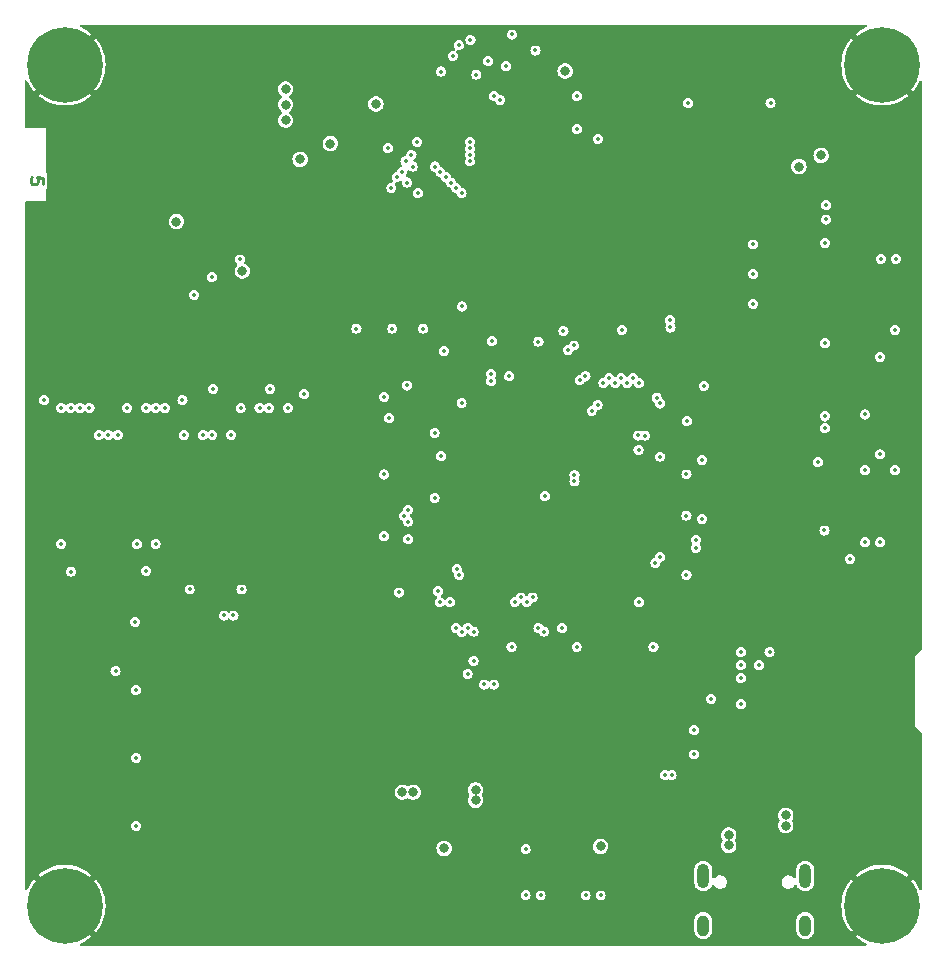
<source format=gbr>
%TF.GenerationSoftware,KiCad,Pcbnew,8.0.1*%
%TF.CreationDate,2024-05-16T14:55:53+07:00*%
%TF.ProjectId,H743_LCD_dev,48373433-5f4c-4434-945f-6465762e6b69,rev?*%
%TF.SameCoordinates,Original*%
%TF.FileFunction,Copper,L5,Inr*%
%TF.FilePolarity,Positive*%
%FSLAX46Y46*%
G04 Gerber Fmt 4.6, Leading zero omitted, Abs format (unit mm)*
G04 Created by KiCad (PCBNEW 8.0.1) date 2024-05-16 14:55:53*
%MOMM*%
%LPD*%
G01*
G04 APERTURE LIST*
%ADD10C,0.250000*%
%TA.AperFunction,NonConductor*%
%ADD11C,0.250000*%
%TD*%
%TA.AperFunction,ComponentPad*%
%ADD12C,0.800000*%
%TD*%
%TA.AperFunction,ComponentPad*%
%ADD13C,6.400000*%
%TD*%
%TA.AperFunction,ComponentPad*%
%ADD14O,1.000000X2.100000*%
%TD*%
%TA.AperFunction,ComponentPad*%
%ADD15O,1.000000X1.800000*%
%TD*%
%TA.AperFunction,ViaPad*%
%ADD16C,0.800000*%
%TD*%
%TA.AperFunction,ViaPad*%
%ADD17C,0.350000*%
%TD*%
G04 APERTURE END LIST*
D10*
D11*
X107713780Y-61813358D02*
X107713780Y-61337168D01*
X107713780Y-61337168D02*
X107237590Y-61289549D01*
X107237590Y-61289549D02*
X107285209Y-61337168D01*
X107285209Y-61337168D02*
X107332828Y-61432406D01*
X107332828Y-61432406D02*
X107332828Y-61670501D01*
X107332828Y-61670501D02*
X107285209Y-61765739D01*
X107285209Y-61765739D02*
X107237590Y-61813358D01*
X107237590Y-61813358D02*
X107142352Y-61860977D01*
X107142352Y-61860977D02*
X106904257Y-61860977D01*
X106904257Y-61860977D02*
X106809019Y-61813358D01*
X106809019Y-61813358D02*
X106761400Y-61765739D01*
X106761400Y-61765739D02*
X106713780Y-61670501D01*
X106713780Y-61670501D02*
X106713780Y-61432406D01*
X106713780Y-61432406D02*
X106761400Y-61337168D01*
X106761400Y-61337168D02*
X106809019Y-61289549D01*
D12*
%TO.N,GND*%
%TO.C,H3*%
X181197300Y-122941100D03*
X180494356Y-124638156D03*
X180494356Y-121244044D03*
X178797300Y-125341100D03*
D13*
X178797300Y-122941100D03*
D12*
X178797300Y-120541100D03*
X177100244Y-124638156D03*
X177100244Y-121244044D03*
X176397300Y-122941100D03*
%TD*%
%TO.N,GND*%
%TO.C,H4*%
X111997300Y-122941100D03*
X111294356Y-124638156D03*
X111294356Y-121244044D03*
X109597300Y-125341100D03*
D13*
X109597300Y-122941100D03*
D12*
X109597300Y-120541100D03*
X107900244Y-124638156D03*
X107900244Y-121244044D03*
X107197300Y-122941100D03*
%TD*%
D14*
%TO.N,/MCU/SHIELD*%
%TO.C,J4*%
X163651700Y-120426900D03*
D15*
X163651700Y-124626900D03*
D14*
X172291700Y-120426900D03*
D15*
X172291700Y-124626900D03*
%TD*%
D12*
%TO.N,GND*%
%TO.C,H1*%
X111997300Y-51741100D03*
X111294356Y-53438156D03*
X111294356Y-50044044D03*
X109597300Y-54141100D03*
D13*
X109597300Y-51741100D03*
D12*
X109597300Y-49341100D03*
X107900244Y-53438156D03*
X107900244Y-50044044D03*
X107197300Y-51741100D03*
%TD*%
%TO.N,GND*%
%TO.C,H2*%
X181197300Y-51741100D03*
X180494356Y-53438156D03*
X180494356Y-50044044D03*
X178797300Y-54141100D03*
D13*
X178797300Y-51741100D03*
D12*
X178797300Y-49341100D03*
X177100244Y-53438156D03*
X177100244Y-50044044D03*
X176397300Y-51741100D03*
%TD*%
D16*
%TO.N,GND*%
X177497800Y-58775600D03*
%TO.N,+3V3*%
X173634400Y-59416150D03*
%TO.N,VBAT*%
X171754800Y-60366150D03*
%TO.N,GND*%
X143260100Y-118084600D03*
%TO.N,+3V3*%
X141710100Y-118084600D03*
D17*
%TO.N,/LCD/LCD_G7*%
X158177801Y-84366799D03*
%TO.N,/MCU/I2S_SDO*%
X158115000Y-83134200D03*
%TO.N,/MCU/I2S_CK*%
X158704924Y-83141322D03*
%TO.N,/LCD/LCD_B7*%
X144447300Y-52578000D03*
X154717588Y-58007412D03*
D16*
%TO.N,VDD*%
X128295400Y-56438800D03*
X128295400Y-55118000D03*
X128295400Y-53797200D03*
%TO.N,/LCD/LCD_BLK*%
X132080000Y-58420000D03*
D17*
%TO.N,GND*%
X129286000Y-94538800D03*
X144602200Y-124942600D03*
X123596400Y-96164400D03*
X165277800Y-99923600D03*
D16*
X115493800Y-58521600D03*
D17*
X145846800Y-71005700D03*
X157734000Y-74193400D03*
X149783800Y-73202800D03*
D16*
X129819400Y-113995200D03*
D17*
X136626600Y-85471000D03*
X121945400Y-68725900D03*
X180213000Y-56692800D03*
X174421800Y-123240800D03*
D16*
X176987200Y-116459000D03*
D17*
X179891000Y-93573600D03*
D16*
X174904400Y-116408200D03*
D17*
X146481800Y-101015800D03*
X128574800Y-79171800D03*
X147967700Y-69342000D03*
X126009400Y-79171800D03*
X145846800Y-71647050D03*
D16*
X172213500Y-118289300D03*
D17*
X150012400Y-72288400D03*
X149377400Y-71932800D03*
X147199350Y-69342000D03*
X160909000Y-122580400D03*
X146558000Y-70510400D03*
D16*
X153913085Y-54634000D03*
D17*
X173964600Y-67767200D03*
D16*
X177986000Y-89140400D03*
D17*
X157099000Y-71958200D03*
X180060600Y-97561400D03*
X145846800Y-72288400D03*
X136626600Y-90703400D03*
D16*
X121325600Y-57842600D03*
D17*
X179959000Y-72974200D03*
X163550600Y-91160600D03*
X146431000Y-69342000D03*
X145846800Y-69723000D03*
X180187600Y-64084200D03*
D16*
X129987000Y-58426800D03*
D17*
X153136600Y-72618600D03*
X108483400Y-78486000D03*
X115392200Y-97510600D03*
X146100800Y-73202800D03*
X109296200Y-65582800D03*
D16*
X115519200Y-61747400D03*
X128752600Y-49453800D03*
D17*
X173964600Y-76276200D03*
D16*
X153695400Y-117932200D03*
X152425400Y-117932200D03*
X146439600Y-109760000D03*
D17*
X158953200Y-104673400D03*
D16*
X150947300Y-55878600D03*
D17*
X121208800Y-79171800D03*
D16*
X147447000Y-54938800D03*
D17*
X121412000Y-66116200D03*
D16*
X138667200Y-109302800D03*
D17*
X175971200Y-111074200D03*
X153035000Y-74650600D03*
D16*
X135947300Y-52119400D03*
X167944800Y-49784000D03*
D17*
X114960400Y-103098600D03*
X136626600Y-78892400D03*
D16*
X166854100Y-115495300D03*
D17*
X137795000Y-124942600D03*
X150012400Y-70364350D03*
X172288200Y-70916800D03*
X150012400Y-69723000D03*
X108483400Y-94589600D03*
X127685800Y-94538800D03*
X137312400Y-97942400D03*
X119557800Y-79171800D03*
D16*
X135466800Y-109175800D03*
X130352800Y-49453800D03*
D17*
X148736050Y-69342000D03*
X150012400Y-71005700D03*
D16*
X144890200Y-109252000D03*
D17*
X150012400Y-71647050D03*
X163042600Y-77317600D03*
X149504400Y-69342000D03*
D16*
X164542700Y-118289300D03*
D17*
X170154600Y-110566200D03*
X179120800Y-111099600D03*
X173355000Y-86360000D03*
X151968200Y-101015800D03*
X179908200Y-83515200D03*
X136017000Y-98145600D03*
D16*
X156235400Y-125399800D03*
D17*
X158470600Y-100990400D03*
X126085600Y-106146600D03*
X109296200Y-71323200D03*
X115392200Y-109042200D03*
X163550600Y-86156800D03*
X145846800Y-70364350D03*
D16*
X141947300Y-54608600D03*
D17*
X115392200Y-114782600D03*
X145770600Y-74168000D03*
X162737800Y-104775000D03*
D16*
X115519200Y-55295800D03*
D17*
X140970000Y-72898000D03*
D16*
X163679100Y-118289300D03*
X171349900Y-118289300D03*
X147963600Y-109226600D03*
D17*
X119202200Y-96189800D03*
D16*
X164668200Y-106975000D03*
X163703000Y-49784000D03*
D17*
X123748800Y-70942200D03*
%TO.N,Net-(C34-Pad1)*%
X141224000Y-96316800D03*
X158216600Y-97256600D03*
D16*
%TO.N,VDD*%
X144373600Y-114020600D03*
X124637800Y-69215000D03*
X119049800Y-65024000D03*
X144373600Y-113131600D03*
%TO.N,+3V3*%
X135940800Y-55065800D03*
D17*
X143230600Y-72212200D03*
D16*
X129529800Y-59747600D03*
D17*
X139928600Y-74084400D03*
X107848400Y-80137000D03*
X173355000Y-85394800D03*
X113893600Y-103098600D03*
X173964600Y-66827400D03*
X122174000Y-79171800D03*
D16*
X151968955Y-52271498D03*
D17*
X126974600Y-79171800D03*
X136626600Y-86436200D03*
X136652000Y-79857600D03*
X167894000Y-71983600D03*
D16*
X154965400Y-117932200D03*
D17*
X174066200Y-63627000D03*
X145745200Y-75130600D03*
X167894000Y-69469000D03*
X173964600Y-75311000D03*
X120167400Y-96164400D03*
X124561600Y-96164400D03*
X163703000Y-78917800D03*
X162890200Y-108077000D03*
X164338000Y-105435400D03*
D16*
X138176000Y-113334800D03*
D17*
X173913800Y-91173400D03*
X136626600Y-91668600D03*
D16*
X139090400Y-113334800D03*
D17*
X147421600Y-101015800D03*
X174066200Y-64846200D03*
X167894000Y-66954400D03*
X129859626Y-79642399D03*
X119557800Y-80137000D03*
X163550600Y-85191600D03*
X137871200Y-96424400D03*
X173939200Y-81457800D03*
X163550600Y-90195400D03*
X162864800Y-110134400D03*
X159435800Y-101015800D03*
X152933400Y-101015800D03*
X151815800Y-74269600D03*
%TO.N,/LCD/LCD_SPI_DAT*%
X138447300Y-59916209D03*
X143897300Y-59916209D03*
%TO.N,/MCU/PC0*%
X143194900Y-80410000D03*
X117287100Y-80791000D03*
%TO.N,/LCD/LCD_SPI_CLK*%
X143897300Y-59366206D03*
X138947300Y-59366206D03*
%TO.N,/LCD/LCD_TP_RST*%
X152947300Y-54405400D03*
X152947300Y-57187073D03*
%TO.N,/LCD/LCD_SPI_CS*%
X139447300Y-58266200D03*
X143897300Y-58266200D03*
%TO.N,/LCD/LCD_R4*%
X138597300Y-61716209D03*
X142297300Y-61716209D03*
%TO.N,/LCD/LCD_R5*%
X149447300Y-50533600D03*
X157203800Y-78689200D03*
%TO.N,/LCD/LCD_RESET*%
X143897300Y-58816203D03*
X136947300Y-58816203D03*
%TO.N,/MCU/I2S_WS*%
X137334073Y-74085202D03*
X134289800Y-74084400D03*
%TO.N,/MCU/PC4*%
X114887100Y-80791000D03*
X137073500Y-81674400D03*
%TO.N,/MCU/PC5*%
X115687100Y-92322600D03*
X140908900Y-82924400D03*
%TO.N,/LCD/LCD_G4*%
X145947300Y-54405400D03*
X142774900Y-94424400D03*
%TO.N,/LCD/LCD_G7*%
X147447300Y-49183600D03*
%TO.N,/LCD/LCD_R6*%
X142747300Y-62166209D03*
X137247300Y-62166209D03*
%TO.N,/MCU/I2S_SDO*%
X122047000Y-69725900D03*
%TO.N,/IO/STEMMA_SDA*%
X178686000Y-68173600D03*
X145923000Y-104216200D03*
%TO.N,/IO/STEMMA_SCL*%
X179956000Y-68173600D03*
X145110200Y-104216200D03*
%TO.N,/MCU/PG4*%
X149703800Y-99460000D03*
X114087100Y-83077000D03*
%TO.N,/MCU/PG5*%
X113287100Y-83077000D03*
X150203800Y-99739400D03*
%TO.N,/MCU/PG8*%
X151703800Y-99460000D03*
X116487100Y-94583200D03*
%TO.N,/LCD/LCD_B6*%
X143947300Y-49633600D03*
X158203800Y-78689200D03*
%TO.N,/LCD/HSYNC*%
X155203800Y-78689200D03*
X141447300Y-52322600D03*
%TO.N,/LCD/LCD_B4*%
X142947300Y-50083600D03*
X157703800Y-78282800D03*
%TO.N,/LCD/LCD_G5*%
X142991557Y-94924400D03*
X146447300Y-54710200D03*
%TO.N,/LCD/LCD_B3*%
X156703800Y-78282800D03*
X142447300Y-50983600D03*
%TO.N,/MCU/I2S_SD_MODE*%
X124409200Y-68224400D03*
X141478000Y-84874400D03*
%TO.N,/MCU/I2S_CK*%
X120548400Y-71221600D03*
%TO.N,/MCU/PG15*%
X160009700Y-84924400D03*
X116487100Y-80791000D03*
%TO.N,/MCU/PE0*%
X118087100Y-80791000D03*
X160009700Y-80424400D03*
%TO.N,/MCU/PE1*%
X117287100Y-92322600D03*
X159704900Y-79924400D03*
%TO.N,/LCD/VSYNC*%
X139047300Y-60366209D03*
X140947300Y-60366209D03*
%TO.N,/LCD/LCD_G2*%
X138150600Y-60816209D03*
X141397300Y-60816209D03*
%TO.N,/LCD/LCD_G6*%
X146947300Y-51872600D03*
X155703800Y-78282800D03*
%TO.N,/LCD/LCD_G3*%
X156203800Y-78689200D03*
X145447300Y-51433600D03*
%TO.N,/LCD/LCD_R7*%
X139497300Y-62616209D03*
X143197300Y-62616209D03*
%TO.N,/LCD/LCD_R3*%
X141847300Y-61266209D03*
X137697300Y-61266209D03*
D16*
%TO.N,VBUS*%
X170638700Y-116155700D03*
X170638700Y-115292100D03*
X165812700Y-117832100D03*
X165812700Y-116968500D03*
D17*
%TO.N,/MCU/~{SPI_CS}*%
X141351000Y-97256600D03*
X173939200Y-82499200D03*
%TO.N,/MCU/SPI_CLK*%
X178621000Y-76479400D03*
X142203800Y-97256563D03*
%TO.N,/MCU/SPI_MOSI*%
X145703800Y-78536800D03*
X179891000Y-74193400D03*
%TO.N,/MCU/SPI_MISO*%
X177351000Y-81356200D03*
X145703800Y-77901800D03*
%TO.N,/LCD/LCD_BLK*%
X149703800Y-75184000D03*
%TO.N,/MCU/BOOT0*%
X115620800Y-104698800D03*
X162255200Y-81924400D03*
%TO.N,/MCU/BTN0*%
X115646200Y-110413800D03*
X148703800Y-97224800D03*
%TO.N,/MCU/SD_DAT2*%
X166827200Y-101473000D03*
X169269400Y-101473000D03*
%TO.N,/MCU/BTN1*%
X149203800Y-96843800D03*
X115646200Y-116179600D03*
%TO.N,/IO/NRST*%
X149885400Y-122072400D03*
X115570000Y-98907600D03*
X147218400Y-78105000D03*
%TO.N,/IO/SWCLK*%
X160976403Y-111887000D03*
X153695400Y-122072400D03*
%TO.N,/IO/SWDIO*%
X160426400Y-111887000D03*
X154965400Y-122072400D03*
%TO.N,/MCU/SDRAM_ADD10*%
X112487100Y-83077000D03*
X140908900Y-88424400D03*
%TO.N,/MCU/SDRAM_DQ4*%
X138673700Y-89424400D03*
X123687100Y-83077000D03*
%TO.N,/MCU/SDRAM_DQ2*%
X126087100Y-80791000D03*
X159603300Y-93924400D03*
%TO.N,/MCU/SDRAM_DQ13*%
X143702900Y-103320800D03*
X143703800Y-99460000D03*
%TO.N,/MCU/SDRAM_DQ6*%
X138673700Y-90424400D03*
X121287100Y-83077000D03*
%TO.N,/MCU/SDRAM_ADD0*%
X111687100Y-80791000D03*
X154703800Y-80548793D03*
%TO.N,/MCU/SDRAM_DQ0*%
X147703800Y-97224800D03*
X128487100Y-80791000D03*
%TO.N,/MCU/SDRAM_ADD3*%
X109287100Y-80791000D03*
X153202500Y-78454200D03*
%TO.N,/MCU/SDRAM_DQ5*%
X138318100Y-89924400D03*
X122087100Y-83077000D03*
%TO.N,/MCU/SDRAM_DQ7*%
X119687100Y-83077000D03*
X138673700Y-91924400D03*
%TO.N,/MCU/SDRAM_DQ1*%
X148203800Y-96843800D03*
X126887100Y-80791000D03*
%TO.N,/MCU/SDRAM_DQ3*%
X159984300Y-93424400D03*
X124487100Y-80816400D03*
%TO.N,/MCU/SDRAM_DQ14*%
X144203800Y-99739400D03*
X144203800Y-102216198D03*
%TO.N,/MCU/SDRAM_ADD5*%
X110098700Y-94659400D03*
X152203800Y-75888800D03*
%TO.N,/MCU/SDRAM_ADD2*%
X153685100Y-78124000D03*
X110087100Y-80791000D03*
%TO.N,/MCU/SDRAM_ADD1*%
X154203800Y-81044093D03*
X110887100Y-80791000D03*
%TO.N,/MCU/SDRAM_ADD4*%
X109285900Y-92297200D03*
X152703800Y-75507800D03*
%TO.N,/MCU/SD_DAT3*%
X166827200Y-102575000D03*
X168369400Y-102575000D03*
%TO.N,/MCU/SD_CLK*%
X152753800Y-86470402D03*
X166852600Y-105875000D03*
%TO.N,/MCU/SD_CMD*%
X166827200Y-103675000D03*
X152753800Y-87020400D03*
%TO.N,/MCU/~{NOR_CS}*%
X162229800Y-94919800D03*
X176081000Y-93573600D03*
%TO.N,/MCU/NOR_D3*%
X162229800Y-86424400D03*
X177351000Y-86080600D03*
%TO.N,/MCU/NOR_D2*%
X162229800Y-89916000D03*
X178621000Y-92176600D03*
%TO.N,/MCU/NOR_CLK*%
X178621000Y-84734400D03*
X150241000Y-88252200D03*
%TO.N,/MCU/NOR_D0*%
X163017200Y-92633800D03*
X179891000Y-86080600D03*
%TO.N,/MCU/NOR_D1*%
X177351000Y-92176600D03*
X163042600Y-91973400D03*
%TO.N,/MCU/LED_0*%
X169353866Y-54991000D03*
X160877786Y-73984386D03*
%TO.N,/MCU/LED_1*%
X162382200Y-54991000D03*
X160851000Y-73355200D03*
%TO.N,VBAT*%
X156768800Y-74193400D03*
%TO.N,/IO/USART1_RX*%
X143205200Y-99745800D03*
X148615400Y-118160800D03*
%TO.N,/IO/USART1_TX*%
X142706617Y-99415412D03*
X148615400Y-122047000D03*
%TO.N,/IO/USART2_RX*%
X123063000Y-98374200D03*
X138582400Y-78899400D03*
%TO.N,/IO/USART2_TX*%
X141706600Y-75971400D03*
X123875800Y-98374200D03*
%TD*%
%TA.AperFunction,Conductor*%
%TO.N,GND*%
G36*
X177433525Y-48360785D02*
G01*
X177479280Y-48413589D01*
X177489224Y-48482747D01*
X177460199Y-48546303D01*
X177418552Y-48577639D01*
X177178925Y-48688502D01*
X177178912Y-48688509D01*
X176858381Y-48881365D01*
X176858374Y-48881370D01*
X176560532Y-49107783D01*
X176538452Y-49128697D01*
X176538452Y-49128698D01*
X177856601Y-50446848D01*
X177754970Y-50520688D01*
X177576888Y-50698770D01*
X177503048Y-50800401D01*
X176187325Y-49484678D01*
X176187324Y-49484679D01*
X176046751Y-49650174D01*
X176046744Y-49650184D01*
X175836801Y-49959826D01*
X175661570Y-50290346D01*
X175661561Y-50290364D01*
X175523093Y-50637895D01*
X175523091Y-50637902D01*
X175423014Y-50998349D01*
X175423008Y-50998375D01*
X175362488Y-51367527D01*
X175362486Y-51367544D01*
X175342233Y-51741097D01*
X175342233Y-51741102D01*
X175362486Y-52114655D01*
X175362488Y-52114672D01*
X175423008Y-52483824D01*
X175423014Y-52483850D01*
X175523091Y-52844297D01*
X175523093Y-52844304D01*
X175661561Y-53191835D01*
X175661570Y-53191853D01*
X175836801Y-53522373D01*
X176046744Y-53832016D01*
X176187324Y-53997519D01*
X176187325Y-53997520D01*
X177503047Y-52681797D01*
X177576888Y-52783430D01*
X177754970Y-52961512D01*
X177856601Y-53035351D01*
X176538452Y-54353500D01*
X176538452Y-54353501D01*
X176560535Y-54374420D01*
X176560536Y-54374421D01*
X176858365Y-54600823D01*
X176858381Y-54600834D01*
X177178912Y-54793690D01*
X177178925Y-54793697D01*
X177518437Y-54950772D01*
X177872972Y-55070230D01*
X178238333Y-55150652D01*
X178610244Y-55191099D01*
X178610252Y-55191100D01*
X178984348Y-55191100D01*
X178984355Y-55191099D01*
X179356266Y-55150652D01*
X179721627Y-55070230D01*
X180076162Y-54950772D01*
X180415674Y-54793697D01*
X180415687Y-54793690D01*
X180736218Y-54600834D01*
X180736225Y-54600829D01*
X181034072Y-54374412D01*
X181056146Y-54353501D01*
X181056146Y-54353499D01*
X179737998Y-53035351D01*
X179839630Y-52961512D01*
X180017712Y-52783430D01*
X180091551Y-52681798D01*
X181407273Y-53997519D01*
X181547853Y-53832017D01*
X181547864Y-53832003D01*
X181757798Y-53522373D01*
X181933029Y-53191853D01*
X181933041Y-53191829D01*
X181955007Y-53136698D01*
X181998107Y-53081705D01*
X182064096Y-53058744D01*
X182132023Y-53075105D01*
X182180322Y-53125592D01*
X182194200Y-53182594D01*
X182194200Y-101142238D01*
X182174515Y-101209277D01*
X182157881Y-101229919D01*
X181610000Y-101777799D01*
X181610000Y-107794500D01*
X182160981Y-108345481D01*
X182194466Y-108406804D01*
X182197300Y-108433162D01*
X182197300Y-121507385D01*
X182177615Y-121574424D01*
X182124811Y-121620179D01*
X182055653Y-121630123D01*
X181992097Y-121601098D01*
X181958107Y-121553282D01*
X181933038Y-121490365D01*
X181933029Y-121490346D01*
X181757798Y-121159826D01*
X181547855Y-120850183D01*
X181407274Y-120684679D01*
X181407273Y-120684679D01*
X180091551Y-122000400D01*
X180017712Y-121898770D01*
X179839630Y-121720688D01*
X179737998Y-121646848D01*
X181056147Y-120328699D01*
X181056146Y-120328697D01*
X181034064Y-120307779D01*
X181034063Y-120307778D01*
X180736234Y-120081376D01*
X180736218Y-120081365D01*
X180415687Y-119888509D01*
X180415674Y-119888502D01*
X180076162Y-119731427D01*
X179721627Y-119611969D01*
X179356266Y-119531547D01*
X178984355Y-119491100D01*
X178610244Y-119491100D01*
X178238333Y-119531547D01*
X177872972Y-119611969D01*
X177518437Y-119731427D01*
X177178925Y-119888502D01*
X177178912Y-119888509D01*
X176858381Y-120081365D01*
X176858374Y-120081370D01*
X176560532Y-120307783D01*
X176538452Y-120328697D01*
X176538452Y-120328698D01*
X177856601Y-121646847D01*
X177754970Y-121720688D01*
X177576888Y-121898770D01*
X177503048Y-122000401D01*
X176187325Y-120684678D01*
X176187324Y-120684679D01*
X176046751Y-120850174D01*
X176046744Y-120850184D01*
X175836801Y-121159826D01*
X175661570Y-121490346D01*
X175661561Y-121490364D01*
X175523093Y-121837895D01*
X175523091Y-121837902D01*
X175423014Y-122198349D01*
X175423008Y-122198375D01*
X175362488Y-122567527D01*
X175362486Y-122567544D01*
X175342233Y-122941097D01*
X175342233Y-122941102D01*
X175362486Y-123314655D01*
X175362488Y-123314672D01*
X175423008Y-123683824D01*
X175423014Y-123683850D01*
X175523091Y-124044297D01*
X175523093Y-124044304D01*
X175661561Y-124391835D01*
X175661570Y-124391853D01*
X175836801Y-124722373D01*
X176046744Y-125032016D01*
X176187324Y-125197519D01*
X176187325Y-125197520D01*
X177503047Y-123881797D01*
X177576888Y-123983430D01*
X177754970Y-124161512D01*
X177856600Y-124235351D01*
X176538452Y-125553500D01*
X176538452Y-125553501D01*
X176560535Y-125574420D01*
X176560536Y-125574421D01*
X176858365Y-125800823D01*
X176858381Y-125800834D01*
X177178912Y-125993690D01*
X177178925Y-125993697D01*
X177415310Y-126103061D01*
X177467888Y-126149075D01*
X177487242Y-126216211D01*
X177467228Y-126283152D01*
X177414199Y-126328647D01*
X177363244Y-126339600D01*
X111031356Y-126339600D01*
X110964317Y-126319915D01*
X110918562Y-126267111D01*
X110908618Y-126197953D01*
X110937643Y-126134397D01*
X110979290Y-126103061D01*
X111215674Y-125993697D01*
X111215687Y-125993690D01*
X111536218Y-125800834D01*
X111536225Y-125800829D01*
X111834072Y-125574412D01*
X111856146Y-125553501D01*
X111856146Y-125553499D01*
X110537998Y-124235351D01*
X110639630Y-124161512D01*
X110817712Y-123983430D01*
X110891551Y-123881798D01*
X112207273Y-125197519D01*
X112289411Y-125100820D01*
X162901199Y-125100820D01*
X162930040Y-125245807D01*
X162930043Y-125245817D01*
X162986612Y-125382388D01*
X162986619Y-125382401D01*
X163068748Y-125505315D01*
X163068751Y-125505319D01*
X163173280Y-125609848D01*
X163173284Y-125609851D01*
X163296198Y-125691980D01*
X163296211Y-125691987D01*
X163432782Y-125748556D01*
X163432787Y-125748558D01*
X163432791Y-125748558D01*
X163432792Y-125748559D01*
X163577779Y-125777400D01*
X163577782Y-125777400D01*
X163725620Y-125777400D01*
X163823162Y-125757996D01*
X163870613Y-125748558D01*
X164007195Y-125691984D01*
X164130116Y-125609851D01*
X164234651Y-125505316D01*
X164316784Y-125382395D01*
X164373358Y-125245813D01*
X164402200Y-125100820D01*
X171541199Y-125100820D01*
X171570040Y-125245807D01*
X171570043Y-125245817D01*
X171626612Y-125382388D01*
X171626619Y-125382401D01*
X171708748Y-125505315D01*
X171708751Y-125505319D01*
X171813280Y-125609848D01*
X171813284Y-125609851D01*
X171936198Y-125691980D01*
X171936211Y-125691987D01*
X172072782Y-125748556D01*
X172072787Y-125748558D01*
X172072791Y-125748558D01*
X172072792Y-125748559D01*
X172217779Y-125777400D01*
X172217782Y-125777400D01*
X172365620Y-125777400D01*
X172463162Y-125757996D01*
X172510613Y-125748558D01*
X172647195Y-125691984D01*
X172770116Y-125609851D01*
X172874651Y-125505316D01*
X172956784Y-125382395D01*
X173013358Y-125245813D01*
X173042200Y-125100818D01*
X173042200Y-124152982D01*
X173042200Y-124152979D01*
X173013359Y-124007992D01*
X173013358Y-124007991D01*
X173013358Y-124007987D01*
X173003186Y-123983430D01*
X172956787Y-123871411D01*
X172956780Y-123871398D01*
X172874651Y-123748484D01*
X172874648Y-123748480D01*
X172770119Y-123643951D01*
X172770115Y-123643948D01*
X172647201Y-123561819D01*
X172647188Y-123561812D01*
X172510617Y-123505243D01*
X172510607Y-123505240D01*
X172365620Y-123476400D01*
X172365618Y-123476400D01*
X172217782Y-123476400D01*
X172217780Y-123476400D01*
X172072792Y-123505240D01*
X172072782Y-123505243D01*
X171936211Y-123561812D01*
X171936198Y-123561819D01*
X171813284Y-123643948D01*
X171813280Y-123643951D01*
X171708751Y-123748480D01*
X171708748Y-123748484D01*
X171626619Y-123871398D01*
X171626612Y-123871411D01*
X171570043Y-124007982D01*
X171570040Y-124007992D01*
X171541200Y-124152979D01*
X171541200Y-124152982D01*
X171541200Y-125100818D01*
X171541200Y-125100820D01*
X171541199Y-125100820D01*
X164402200Y-125100820D01*
X164402200Y-125100818D01*
X164402200Y-124152982D01*
X164402200Y-124152979D01*
X164373359Y-124007992D01*
X164373358Y-124007991D01*
X164373358Y-124007987D01*
X164363186Y-123983430D01*
X164316787Y-123871411D01*
X164316780Y-123871398D01*
X164234651Y-123748484D01*
X164234648Y-123748480D01*
X164130119Y-123643951D01*
X164130115Y-123643948D01*
X164007201Y-123561819D01*
X164007188Y-123561812D01*
X163870617Y-123505243D01*
X163870607Y-123505240D01*
X163725620Y-123476400D01*
X163725618Y-123476400D01*
X163577782Y-123476400D01*
X163577780Y-123476400D01*
X163432792Y-123505240D01*
X163432782Y-123505243D01*
X163296211Y-123561812D01*
X163296198Y-123561819D01*
X163173284Y-123643948D01*
X163173280Y-123643951D01*
X163068751Y-123748480D01*
X163068748Y-123748484D01*
X162986619Y-123871398D01*
X162986612Y-123871411D01*
X162930043Y-124007982D01*
X162930040Y-124007992D01*
X162901200Y-124152979D01*
X162901200Y-124152982D01*
X162901200Y-125100818D01*
X162901200Y-125100820D01*
X162901199Y-125100820D01*
X112289411Y-125100820D01*
X112347853Y-125032017D01*
X112347864Y-125032003D01*
X112557798Y-124722373D01*
X112733029Y-124391853D01*
X112733038Y-124391835D01*
X112871506Y-124044304D01*
X112871508Y-124044297D01*
X112971585Y-123683850D01*
X112971591Y-123683824D01*
X113032111Y-123314672D01*
X113032113Y-123314655D01*
X113052367Y-122941102D01*
X113052367Y-122941097D01*
X113032113Y-122567544D01*
X113032111Y-122567527D01*
X112971591Y-122198375D01*
X112971585Y-122198349D01*
X112929564Y-122047002D01*
X148184596Y-122047002D01*
X148205679Y-122180121D01*
X148205680Y-122180124D01*
X148205681Y-122180126D01*
X148218623Y-122205526D01*
X148266873Y-122300221D01*
X148266876Y-122300225D01*
X148362174Y-122395523D01*
X148362178Y-122395526D01*
X148362180Y-122395528D01*
X148482274Y-122456719D01*
X148482276Y-122456719D01*
X148482278Y-122456720D01*
X148615398Y-122477804D01*
X148615400Y-122477804D01*
X148615402Y-122477804D01*
X148748521Y-122456720D01*
X148748521Y-122456719D01*
X148748526Y-122456719D01*
X148868620Y-122395528D01*
X148963928Y-122300220D01*
X149025119Y-122180126D01*
X149042181Y-122072402D01*
X149454596Y-122072402D01*
X149475679Y-122205521D01*
X149475680Y-122205524D01*
X149475681Y-122205526D01*
X149523931Y-122300221D01*
X149536873Y-122325621D01*
X149536876Y-122325625D01*
X149632174Y-122420923D01*
X149632178Y-122420926D01*
X149632180Y-122420928D01*
X149752274Y-122482119D01*
X149752276Y-122482119D01*
X149752278Y-122482120D01*
X149885398Y-122503204D01*
X149885400Y-122503204D01*
X149885402Y-122503204D01*
X150018521Y-122482120D01*
X150018521Y-122482119D01*
X150018526Y-122482119D01*
X150138620Y-122420928D01*
X150233928Y-122325620D01*
X150295119Y-122205526D01*
X150316204Y-122072402D01*
X153264596Y-122072402D01*
X153285679Y-122205521D01*
X153285680Y-122205524D01*
X153285681Y-122205526D01*
X153333931Y-122300221D01*
X153346873Y-122325621D01*
X153346876Y-122325625D01*
X153442174Y-122420923D01*
X153442178Y-122420926D01*
X153442180Y-122420928D01*
X153562274Y-122482119D01*
X153562276Y-122482119D01*
X153562278Y-122482120D01*
X153695398Y-122503204D01*
X153695400Y-122503204D01*
X153695402Y-122503204D01*
X153828521Y-122482120D01*
X153828521Y-122482119D01*
X153828526Y-122482119D01*
X153948620Y-122420928D01*
X154043928Y-122325620D01*
X154105119Y-122205526D01*
X154126204Y-122072402D01*
X154534596Y-122072402D01*
X154555679Y-122205521D01*
X154555680Y-122205524D01*
X154555681Y-122205526D01*
X154603931Y-122300221D01*
X154616873Y-122325621D01*
X154616876Y-122325625D01*
X154712174Y-122420923D01*
X154712178Y-122420926D01*
X154712180Y-122420928D01*
X154832274Y-122482119D01*
X154832276Y-122482119D01*
X154832278Y-122482120D01*
X154965398Y-122503204D01*
X154965400Y-122503204D01*
X154965402Y-122503204D01*
X155098521Y-122482120D01*
X155098521Y-122482119D01*
X155098526Y-122482119D01*
X155218620Y-122420928D01*
X155313928Y-122325620D01*
X155375119Y-122205526D01*
X155396204Y-122072400D01*
X155392181Y-122047002D01*
X155375120Y-121939278D01*
X155375119Y-121939276D01*
X155375119Y-121939274D01*
X155313928Y-121819180D01*
X155313926Y-121819178D01*
X155313923Y-121819174D01*
X155218625Y-121723876D01*
X155218621Y-121723873D01*
X155218620Y-121723872D01*
X155098526Y-121662681D01*
X155098524Y-121662680D01*
X155098521Y-121662679D01*
X154965402Y-121641596D01*
X154965398Y-121641596D01*
X154832278Y-121662679D01*
X154712178Y-121723873D01*
X154712174Y-121723876D01*
X154616876Y-121819174D01*
X154616873Y-121819178D01*
X154555679Y-121939278D01*
X154534596Y-122072397D01*
X154534596Y-122072402D01*
X154126204Y-122072402D01*
X154126204Y-122072400D01*
X154122181Y-122047002D01*
X154105120Y-121939278D01*
X154105119Y-121939276D01*
X154105119Y-121939274D01*
X154043928Y-121819180D01*
X154043926Y-121819178D01*
X154043923Y-121819174D01*
X153948625Y-121723876D01*
X153948621Y-121723873D01*
X153948620Y-121723872D01*
X153828526Y-121662681D01*
X153828524Y-121662680D01*
X153828521Y-121662679D01*
X153695402Y-121641596D01*
X153695398Y-121641596D01*
X153562278Y-121662679D01*
X153442178Y-121723873D01*
X153442174Y-121723876D01*
X153346876Y-121819174D01*
X153346873Y-121819178D01*
X153285679Y-121939278D01*
X153264596Y-122072397D01*
X153264596Y-122072402D01*
X150316204Y-122072402D01*
X150316204Y-122072400D01*
X150312181Y-122047002D01*
X150295120Y-121939278D01*
X150295119Y-121939276D01*
X150295119Y-121939274D01*
X150233928Y-121819180D01*
X150233926Y-121819178D01*
X150233923Y-121819174D01*
X150138625Y-121723876D01*
X150138621Y-121723873D01*
X150138620Y-121723872D01*
X150018526Y-121662681D01*
X150018524Y-121662680D01*
X150018521Y-121662679D01*
X149885402Y-121641596D01*
X149885398Y-121641596D01*
X149752278Y-121662679D01*
X149632178Y-121723873D01*
X149632174Y-121723876D01*
X149536876Y-121819174D01*
X149536873Y-121819178D01*
X149475679Y-121939278D01*
X149454596Y-122072397D01*
X149454596Y-122072402D01*
X149042181Y-122072402D01*
X149046204Y-122047000D01*
X149025119Y-121913874D01*
X148963928Y-121793780D01*
X148963926Y-121793778D01*
X148963923Y-121793774D01*
X148868625Y-121698476D01*
X148868621Y-121698473D01*
X148868620Y-121698472D01*
X148748526Y-121637281D01*
X148748524Y-121637280D01*
X148748521Y-121637279D01*
X148615402Y-121616196D01*
X148615398Y-121616196D01*
X148482278Y-121637279D01*
X148362178Y-121698473D01*
X148362174Y-121698476D01*
X148266876Y-121793774D01*
X148266873Y-121793778D01*
X148205679Y-121913878D01*
X148184596Y-122046997D01*
X148184596Y-122047002D01*
X112929564Y-122047002D01*
X112871508Y-121837902D01*
X112871506Y-121837895D01*
X112733038Y-121490364D01*
X112733029Y-121490346D01*
X112557798Y-121159826D01*
X112483890Y-121050820D01*
X162901199Y-121050820D01*
X162930040Y-121195807D01*
X162930043Y-121195817D01*
X162986612Y-121332388D01*
X162986619Y-121332401D01*
X163068748Y-121455315D01*
X163068751Y-121455319D01*
X163173280Y-121559848D01*
X163173284Y-121559851D01*
X163296198Y-121641980D01*
X163296211Y-121641987D01*
X163432579Y-121698472D01*
X163432787Y-121698558D01*
X163432791Y-121698558D01*
X163432792Y-121698559D01*
X163577779Y-121727400D01*
X163577782Y-121727400D01*
X163725620Y-121727400D01*
X163823162Y-121707996D01*
X163870613Y-121698558D01*
X164007195Y-121641984D01*
X164130116Y-121559851D01*
X164234651Y-121455316D01*
X164316784Y-121332395D01*
X164355468Y-121239002D01*
X164399308Y-121184599D01*
X164465602Y-121162534D01*
X164533302Y-121179813D01*
X164577415Y-121224454D01*
X164621185Y-121300265D01*
X164728335Y-121407415D01*
X164859565Y-121483181D01*
X165005934Y-121522400D01*
X165005936Y-121522400D01*
X165157464Y-121522400D01*
X165157466Y-121522400D01*
X165303835Y-121483181D01*
X165435065Y-121407415D01*
X165542215Y-121300265D01*
X165617981Y-121169035D01*
X165657200Y-121022666D01*
X165657200Y-121022665D01*
X170286200Y-121022665D01*
X170325419Y-121169036D01*
X170357416Y-121224455D01*
X170401185Y-121300265D01*
X170508335Y-121407415D01*
X170639565Y-121483181D01*
X170785934Y-121522400D01*
X170785936Y-121522400D01*
X170937464Y-121522400D01*
X170937466Y-121522400D01*
X171083835Y-121483181D01*
X171215065Y-121407415D01*
X171322215Y-121300265D01*
X171365985Y-121224452D01*
X171416549Y-121176240D01*
X171485156Y-121163016D01*
X171550021Y-121188984D01*
X171587931Y-121239002D01*
X171626614Y-121332391D01*
X171626619Y-121332401D01*
X171708748Y-121455315D01*
X171708751Y-121455319D01*
X171813280Y-121559848D01*
X171813284Y-121559851D01*
X171936198Y-121641980D01*
X171936211Y-121641987D01*
X172072579Y-121698472D01*
X172072787Y-121698558D01*
X172072791Y-121698558D01*
X172072792Y-121698559D01*
X172217779Y-121727400D01*
X172217782Y-121727400D01*
X172365620Y-121727400D01*
X172463162Y-121707996D01*
X172510613Y-121698558D01*
X172647195Y-121641984D01*
X172770116Y-121559851D01*
X172874651Y-121455316D01*
X172956784Y-121332395D01*
X173013358Y-121195813D01*
X173042200Y-121050818D01*
X173042200Y-119802982D01*
X173042200Y-119802979D01*
X173013359Y-119657992D01*
X173013358Y-119657991D01*
X173013358Y-119657987D01*
X172960985Y-119531547D01*
X172956787Y-119521411D01*
X172956780Y-119521398D01*
X172874651Y-119398484D01*
X172874648Y-119398480D01*
X172770119Y-119293951D01*
X172770115Y-119293948D01*
X172647201Y-119211819D01*
X172647188Y-119211812D01*
X172510617Y-119155243D01*
X172510607Y-119155240D01*
X172365620Y-119126400D01*
X172365618Y-119126400D01*
X172217782Y-119126400D01*
X172217780Y-119126400D01*
X172072792Y-119155240D01*
X172072782Y-119155243D01*
X171936211Y-119211812D01*
X171936198Y-119211819D01*
X171813284Y-119293948D01*
X171813280Y-119293951D01*
X171708751Y-119398480D01*
X171708748Y-119398484D01*
X171626619Y-119521398D01*
X171626612Y-119521411D01*
X171570043Y-119657982D01*
X171570040Y-119657992D01*
X171541200Y-119802979D01*
X171541200Y-120513630D01*
X171521515Y-120580669D01*
X171468711Y-120626424D01*
X171399553Y-120636368D01*
X171335997Y-120607343D01*
X171328188Y-120599055D01*
X171327962Y-120599282D01*
X171215067Y-120486387D01*
X171215065Y-120486385D01*
X171149450Y-120448502D01*
X171083836Y-120410619D01*
X171010650Y-120391009D01*
X170937466Y-120371400D01*
X170785934Y-120371400D01*
X170639563Y-120410619D01*
X170508335Y-120486385D01*
X170508332Y-120486387D01*
X170401187Y-120593532D01*
X170401185Y-120593535D01*
X170325419Y-120724763D01*
X170286200Y-120871134D01*
X170286200Y-121022665D01*
X165657200Y-121022665D01*
X165657200Y-120871134D01*
X165617981Y-120724765D01*
X165542215Y-120593535D01*
X165435065Y-120486385D01*
X165369450Y-120448502D01*
X165303836Y-120410619D01*
X165230650Y-120391009D01*
X165157466Y-120371400D01*
X165005934Y-120371400D01*
X164859563Y-120410619D01*
X164728335Y-120486385D01*
X164728332Y-120486387D01*
X164615438Y-120599282D01*
X164613419Y-120597263D01*
X164568145Y-120630320D01*
X164498398Y-120634473D01*
X164437479Y-120600259D01*
X164404728Y-120538541D01*
X164402200Y-120513630D01*
X164402200Y-119802979D01*
X164373359Y-119657992D01*
X164373358Y-119657991D01*
X164373358Y-119657987D01*
X164320985Y-119531547D01*
X164316787Y-119521411D01*
X164316780Y-119521398D01*
X164234651Y-119398484D01*
X164234648Y-119398480D01*
X164130119Y-119293951D01*
X164130115Y-119293948D01*
X164007201Y-119211819D01*
X164007188Y-119211812D01*
X163870617Y-119155243D01*
X163870607Y-119155240D01*
X163725620Y-119126400D01*
X163725618Y-119126400D01*
X163577782Y-119126400D01*
X163577780Y-119126400D01*
X163432792Y-119155240D01*
X163432782Y-119155243D01*
X163296211Y-119211812D01*
X163296198Y-119211819D01*
X163173284Y-119293948D01*
X163173280Y-119293951D01*
X163068751Y-119398480D01*
X163068748Y-119398484D01*
X162986619Y-119521398D01*
X162986612Y-119521411D01*
X162930043Y-119657982D01*
X162930040Y-119657992D01*
X162901200Y-119802979D01*
X162901200Y-119802982D01*
X162901200Y-121050818D01*
X162901200Y-121050820D01*
X162901199Y-121050820D01*
X112483890Y-121050820D01*
X112347855Y-120850183D01*
X112207274Y-120684679D01*
X112207273Y-120684679D01*
X110891551Y-122000401D01*
X110817712Y-121898770D01*
X110639630Y-121720688D01*
X110537998Y-121646848D01*
X111856147Y-120328699D01*
X111856146Y-120328697D01*
X111834064Y-120307779D01*
X111834063Y-120307778D01*
X111536234Y-120081376D01*
X111536218Y-120081365D01*
X111215687Y-119888509D01*
X111215674Y-119888502D01*
X110876162Y-119731427D01*
X110521627Y-119611969D01*
X110156266Y-119531547D01*
X109784355Y-119491100D01*
X109410244Y-119491100D01*
X109038333Y-119531547D01*
X108672972Y-119611969D01*
X108318437Y-119731427D01*
X107978925Y-119888502D01*
X107978912Y-119888509D01*
X107658381Y-120081365D01*
X107658374Y-120081370D01*
X107360532Y-120307783D01*
X107338452Y-120328697D01*
X107338452Y-120328698D01*
X108656601Y-121646847D01*
X108554970Y-121720688D01*
X108376888Y-121898770D01*
X108303048Y-122000401D01*
X106987325Y-120684678D01*
X106987324Y-120684679D01*
X106846751Y-120850174D01*
X106846744Y-120850184D01*
X106636801Y-121159826D01*
X106461570Y-121490346D01*
X106461561Y-121490365D01*
X106436493Y-121553282D01*
X106393393Y-121608274D01*
X106327403Y-121631235D01*
X106259476Y-121614874D01*
X106211178Y-121564386D01*
X106197300Y-121507385D01*
X106197300Y-118084600D01*
X141054822Y-118084600D01*
X141073862Y-118241418D01*
X141121387Y-118366728D01*
X141129880Y-118389123D01*
X141219617Y-118519130D01*
X141337860Y-118623883D01*
X141337862Y-118623884D01*
X141477734Y-118697296D01*
X141631114Y-118735100D01*
X141631115Y-118735100D01*
X141789085Y-118735100D01*
X141942465Y-118697296D01*
X142082340Y-118623883D01*
X142200583Y-118519130D01*
X142290320Y-118389123D01*
X142346337Y-118241418D01*
X142356125Y-118160802D01*
X148184596Y-118160802D01*
X148205679Y-118293921D01*
X148205680Y-118293924D01*
X148205681Y-118293926D01*
X148254187Y-118389124D01*
X148266873Y-118414021D01*
X148266876Y-118414025D01*
X148362174Y-118509323D01*
X148362178Y-118509326D01*
X148362180Y-118509328D01*
X148482274Y-118570519D01*
X148482276Y-118570519D01*
X148482278Y-118570520D01*
X148615398Y-118591604D01*
X148615400Y-118591604D01*
X148615402Y-118591604D01*
X148748521Y-118570520D01*
X148748521Y-118570519D01*
X148748526Y-118570519D01*
X148868620Y-118509328D01*
X148963928Y-118414020D01*
X149025119Y-118293926D01*
X149029443Y-118266628D01*
X149046204Y-118160802D01*
X149046204Y-118160797D01*
X149025120Y-118027678D01*
X149025119Y-118027676D01*
X149025119Y-118027674D01*
X148976473Y-117932200D01*
X154310122Y-117932200D01*
X154329162Y-118089018D01*
X154356385Y-118160797D01*
X154385180Y-118236723D01*
X154474917Y-118366730D01*
X154593160Y-118471483D01*
X154593162Y-118471484D01*
X154733034Y-118544896D01*
X154886414Y-118582700D01*
X154886415Y-118582700D01*
X155044385Y-118582700D01*
X155197765Y-118544896D01*
X155265537Y-118509326D01*
X155337640Y-118471483D01*
X155455883Y-118366730D01*
X155545620Y-118236723D01*
X155601637Y-118089018D01*
X155620678Y-117932200D01*
X155620142Y-117927781D01*
X155608524Y-117832100D01*
X165157422Y-117832100D01*
X165176462Y-117988918D01*
X165212750Y-118084599D01*
X165232480Y-118136623D01*
X165322217Y-118266630D01*
X165440460Y-118371383D01*
X165440462Y-118371384D01*
X165580334Y-118444796D01*
X165733714Y-118482600D01*
X165733715Y-118482600D01*
X165891685Y-118482600D01*
X166045065Y-118444796D01*
X166103703Y-118414020D01*
X166184940Y-118371383D01*
X166303183Y-118266630D01*
X166392920Y-118136623D01*
X166448937Y-117988918D01*
X166467978Y-117832100D01*
X166465571Y-117812272D01*
X166448937Y-117675281D01*
X166427692Y-117619264D01*
X166392920Y-117527577D01*
X166353687Y-117470739D01*
X166331805Y-117404386D01*
X166349270Y-117336734D01*
X166353684Y-117329865D01*
X166392920Y-117273023D01*
X166448937Y-117125318D01*
X166467978Y-116968500D01*
X166448937Y-116811682D01*
X166392920Y-116663977D01*
X166303183Y-116533970D01*
X166184940Y-116429217D01*
X166184938Y-116429216D01*
X166184937Y-116429215D01*
X166045065Y-116355803D01*
X165891686Y-116318000D01*
X165891685Y-116318000D01*
X165733715Y-116318000D01*
X165733714Y-116318000D01*
X165580334Y-116355803D01*
X165440462Y-116429215D01*
X165322216Y-116533971D01*
X165232481Y-116663975D01*
X165232480Y-116663976D01*
X165176462Y-116811681D01*
X165157422Y-116968499D01*
X165157422Y-116968500D01*
X165176462Y-117125318D01*
X165232480Y-117273023D01*
X165271712Y-117329861D01*
X165293594Y-117396215D01*
X165276128Y-117463867D01*
X165271712Y-117470739D01*
X165232480Y-117527576D01*
X165176462Y-117675281D01*
X165157422Y-117832099D01*
X165157422Y-117832100D01*
X155608524Y-117832100D01*
X155601637Y-117775381D01*
X155563674Y-117675282D01*
X155545620Y-117627677D01*
X155455883Y-117497670D01*
X155337640Y-117392917D01*
X155337638Y-117392916D01*
X155337637Y-117392915D01*
X155197765Y-117319503D01*
X155044386Y-117281700D01*
X155044385Y-117281700D01*
X154886415Y-117281700D01*
X154886414Y-117281700D01*
X154733034Y-117319503D01*
X154593162Y-117392915D01*
X154474916Y-117497671D01*
X154385181Y-117627675D01*
X154385180Y-117627676D01*
X154329162Y-117775381D01*
X154310122Y-117932199D01*
X154310122Y-117932200D01*
X148976473Y-117932200D01*
X148963928Y-117907580D01*
X148963926Y-117907578D01*
X148963923Y-117907574D01*
X148868625Y-117812276D01*
X148868621Y-117812273D01*
X148868620Y-117812272D01*
X148748526Y-117751081D01*
X148748524Y-117751080D01*
X148748521Y-117751079D01*
X148615402Y-117729996D01*
X148615398Y-117729996D01*
X148482278Y-117751079D01*
X148362178Y-117812273D01*
X148362174Y-117812276D01*
X148266876Y-117907574D01*
X148266873Y-117907578D01*
X148205679Y-118027678D01*
X148184596Y-118160797D01*
X148184596Y-118160802D01*
X142356125Y-118160802D01*
X142365378Y-118084600D01*
X142358467Y-118027678D01*
X142346337Y-117927781D01*
X142325092Y-117871764D01*
X142290320Y-117780077D01*
X142200583Y-117650070D01*
X142082340Y-117545317D01*
X142082338Y-117545316D01*
X142082337Y-117545315D01*
X141942465Y-117471903D01*
X141789086Y-117434100D01*
X141789085Y-117434100D01*
X141631115Y-117434100D01*
X141631114Y-117434100D01*
X141477734Y-117471903D01*
X141337862Y-117545315D01*
X141219616Y-117650071D01*
X141129881Y-117780075D01*
X141129880Y-117780076D01*
X141073862Y-117927781D01*
X141054822Y-118084599D01*
X141054822Y-118084600D01*
X106197300Y-118084600D01*
X106197300Y-116179602D01*
X115215396Y-116179602D01*
X115236479Y-116312721D01*
X115236480Y-116312724D01*
X115236481Y-116312726D01*
X115297672Y-116432820D01*
X115297673Y-116432821D01*
X115297676Y-116432825D01*
X115392974Y-116528123D01*
X115392978Y-116528126D01*
X115392980Y-116528128D01*
X115513074Y-116589319D01*
X115513076Y-116589319D01*
X115513078Y-116589320D01*
X115646198Y-116610404D01*
X115646200Y-116610404D01*
X115646202Y-116610404D01*
X115779321Y-116589320D01*
X115779321Y-116589319D01*
X115779326Y-116589319D01*
X115899420Y-116528128D01*
X115994728Y-116432820D01*
X116055919Y-116312726D01*
X116077004Y-116179600D01*
X116073218Y-116155700D01*
X169983422Y-116155700D01*
X170002462Y-116312518D01*
X170046720Y-116429215D01*
X170058480Y-116460223D01*
X170148217Y-116590230D01*
X170266460Y-116694983D01*
X170266462Y-116694984D01*
X170406334Y-116768396D01*
X170559714Y-116806200D01*
X170559715Y-116806200D01*
X170717685Y-116806200D01*
X170871065Y-116768396D01*
X171010940Y-116694983D01*
X171129183Y-116590230D01*
X171218920Y-116460223D01*
X171274937Y-116312518D01*
X171293978Y-116155700D01*
X171274937Y-115998882D01*
X171218920Y-115851177D01*
X171179687Y-115794339D01*
X171157805Y-115727986D01*
X171175270Y-115660334D01*
X171179684Y-115653465D01*
X171218920Y-115596623D01*
X171274937Y-115448918D01*
X171293978Y-115292100D01*
X171274937Y-115135282D01*
X171218920Y-114987577D01*
X171129183Y-114857570D01*
X171010940Y-114752817D01*
X171010938Y-114752816D01*
X171010937Y-114752815D01*
X170871065Y-114679403D01*
X170717686Y-114641600D01*
X170717685Y-114641600D01*
X170559715Y-114641600D01*
X170559714Y-114641600D01*
X170406334Y-114679403D01*
X170266462Y-114752815D01*
X170148216Y-114857571D01*
X170058481Y-114987575D01*
X170058480Y-114987576D01*
X170002462Y-115135281D01*
X169983422Y-115292099D01*
X169983422Y-115292100D01*
X170002462Y-115448918D01*
X170058480Y-115596623D01*
X170097712Y-115653461D01*
X170119594Y-115719815D01*
X170102128Y-115787467D01*
X170097712Y-115794339D01*
X170058480Y-115851176D01*
X170002462Y-115998881D01*
X169983422Y-116155699D01*
X169983422Y-116155700D01*
X116073218Y-116155700D01*
X116073218Y-116155699D01*
X116055920Y-116046478D01*
X116055919Y-116046476D01*
X116055919Y-116046474D01*
X115994728Y-115926380D01*
X115994726Y-115926378D01*
X115994723Y-115926374D01*
X115899425Y-115831076D01*
X115899421Y-115831073D01*
X115899420Y-115831072D01*
X115779326Y-115769881D01*
X115779324Y-115769880D01*
X115779321Y-115769879D01*
X115646202Y-115748796D01*
X115646198Y-115748796D01*
X115513078Y-115769879D01*
X115392978Y-115831073D01*
X115392974Y-115831076D01*
X115297676Y-115926374D01*
X115297673Y-115926378D01*
X115236479Y-116046478D01*
X115215396Y-116179597D01*
X115215396Y-116179602D01*
X106197300Y-116179602D01*
X106197300Y-114020600D01*
X143718322Y-114020600D01*
X143737362Y-114177418D01*
X143793380Y-114325123D01*
X143883117Y-114455130D01*
X144001360Y-114559883D01*
X144001362Y-114559884D01*
X144141234Y-114633296D01*
X144294614Y-114671100D01*
X144294615Y-114671100D01*
X144452585Y-114671100D01*
X144605965Y-114633296D01*
X144745840Y-114559883D01*
X144864083Y-114455130D01*
X144953820Y-114325123D01*
X145009837Y-114177418D01*
X145028878Y-114020600D01*
X145010656Y-113870523D01*
X145009837Y-113863781D01*
X144974015Y-113769328D01*
X144953820Y-113716077D01*
X144905821Y-113646539D01*
X144883939Y-113580186D01*
X144901404Y-113512534D01*
X144905818Y-113505665D01*
X144953820Y-113436123D01*
X145009837Y-113288418D01*
X145028878Y-113131600D01*
X145009837Y-112974782D01*
X144953820Y-112827077D01*
X144864083Y-112697070D01*
X144745840Y-112592317D01*
X144745838Y-112592316D01*
X144745837Y-112592315D01*
X144605965Y-112518903D01*
X144452586Y-112481100D01*
X144452585Y-112481100D01*
X144294615Y-112481100D01*
X144294614Y-112481100D01*
X144141234Y-112518903D01*
X144001362Y-112592315D01*
X143883116Y-112697071D01*
X143793381Y-112827075D01*
X143793380Y-112827076D01*
X143737362Y-112974781D01*
X143718322Y-113131599D01*
X143718322Y-113131600D01*
X143737362Y-113288418D01*
X143793380Y-113436123D01*
X143841378Y-113505661D01*
X143863260Y-113572015D01*
X143845794Y-113639667D01*
X143841378Y-113646539D01*
X143793380Y-113716076D01*
X143737362Y-113863781D01*
X143718322Y-114020599D01*
X143718322Y-114020600D01*
X106197300Y-114020600D01*
X106197300Y-113334800D01*
X137520722Y-113334800D01*
X137539762Y-113491618D01*
X137595780Y-113639323D01*
X137685517Y-113769330D01*
X137803760Y-113874083D01*
X137803762Y-113874084D01*
X137943634Y-113947496D01*
X138097014Y-113985300D01*
X138097015Y-113985300D01*
X138254985Y-113985300D01*
X138408365Y-113947496D01*
X138548233Y-113874087D01*
X138548235Y-113874085D01*
X138548240Y-113874083D01*
X138550972Y-113871663D01*
X138553395Y-113870523D01*
X138554408Y-113869825D01*
X138554524Y-113869993D01*
X138614204Y-113841941D01*
X138683468Y-113851123D01*
X138715428Y-113871663D01*
X138718157Y-113874081D01*
X138718166Y-113874087D01*
X138858034Y-113947496D01*
X139011414Y-113985300D01*
X139011415Y-113985300D01*
X139169385Y-113985300D01*
X139322765Y-113947496D01*
X139462640Y-113874083D01*
X139580883Y-113769330D01*
X139670620Y-113639323D01*
X139726637Y-113491618D01*
X139745678Y-113334800D01*
X139726637Y-113177982D01*
X139670620Y-113030277D01*
X139580883Y-112900270D01*
X139462640Y-112795517D01*
X139462638Y-112795516D01*
X139462637Y-112795515D01*
X139322765Y-112722103D01*
X139169386Y-112684300D01*
X139169385Y-112684300D01*
X139011415Y-112684300D01*
X139011414Y-112684300D01*
X138858034Y-112722103D01*
X138718161Y-112795515D01*
X138718159Y-112795516D01*
X138715422Y-112797942D01*
X138712991Y-112799084D01*
X138711988Y-112799777D01*
X138711872Y-112799610D01*
X138652188Y-112827660D01*
X138582925Y-112818473D01*
X138550978Y-112797942D01*
X138548240Y-112795516D01*
X138548238Y-112795515D01*
X138408365Y-112722103D01*
X138254986Y-112684300D01*
X138254985Y-112684300D01*
X138097015Y-112684300D01*
X138097014Y-112684300D01*
X137943634Y-112722103D01*
X137803762Y-112795515D01*
X137685516Y-112900271D01*
X137595781Y-113030275D01*
X137595780Y-113030276D01*
X137539762Y-113177981D01*
X137520722Y-113334799D01*
X137520722Y-113334800D01*
X106197300Y-113334800D01*
X106197300Y-111887002D01*
X159995596Y-111887002D01*
X160016679Y-112020121D01*
X160016680Y-112020124D01*
X160016681Y-112020126D01*
X160077872Y-112140220D01*
X160077873Y-112140221D01*
X160077876Y-112140225D01*
X160173174Y-112235523D01*
X160173178Y-112235526D01*
X160173180Y-112235528D01*
X160293274Y-112296719D01*
X160293276Y-112296719D01*
X160293278Y-112296720D01*
X160426398Y-112317804D01*
X160426400Y-112317804D01*
X160426402Y-112317804D01*
X160559522Y-112296720D01*
X160559523Y-112296719D01*
X160559526Y-112296719D01*
X160645108Y-112253112D01*
X160713774Y-112240216D01*
X160757690Y-112253110D01*
X160843277Y-112296719D01*
X160843279Y-112296719D01*
X160843281Y-112296720D01*
X160976401Y-112317804D01*
X160976403Y-112317804D01*
X160976405Y-112317804D01*
X161109524Y-112296720D01*
X161109524Y-112296719D01*
X161109529Y-112296719D01*
X161229623Y-112235528D01*
X161324931Y-112140220D01*
X161386122Y-112020126D01*
X161407207Y-111887000D01*
X161386122Y-111753874D01*
X161324931Y-111633780D01*
X161324929Y-111633778D01*
X161324926Y-111633774D01*
X161229628Y-111538476D01*
X161229624Y-111538473D01*
X161229623Y-111538472D01*
X161109529Y-111477281D01*
X161109527Y-111477280D01*
X161109524Y-111477279D01*
X160976405Y-111456196D01*
X160976401Y-111456196D01*
X160843280Y-111477279D01*
X160757693Y-111520887D01*
X160689024Y-111533782D01*
X160645106Y-111520886D01*
X160559523Y-111477279D01*
X160426402Y-111456196D01*
X160426398Y-111456196D01*
X160293278Y-111477279D01*
X160173178Y-111538473D01*
X160173174Y-111538476D01*
X160077876Y-111633774D01*
X160077873Y-111633778D01*
X160016679Y-111753878D01*
X159995596Y-111886997D01*
X159995596Y-111887002D01*
X106197300Y-111887002D01*
X106197300Y-110413802D01*
X115215396Y-110413802D01*
X115236479Y-110546921D01*
X115236480Y-110546924D01*
X115236481Y-110546926D01*
X115297672Y-110667020D01*
X115297673Y-110667021D01*
X115297676Y-110667025D01*
X115392974Y-110762323D01*
X115392978Y-110762326D01*
X115392980Y-110762328D01*
X115513074Y-110823519D01*
X115513076Y-110823519D01*
X115513078Y-110823520D01*
X115646198Y-110844604D01*
X115646200Y-110844604D01*
X115646202Y-110844604D01*
X115779321Y-110823520D01*
X115779321Y-110823519D01*
X115779326Y-110823519D01*
X115899420Y-110762328D01*
X115994728Y-110667020D01*
X116055919Y-110546926D01*
X116055920Y-110546921D01*
X116077004Y-110413802D01*
X116077004Y-110413797D01*
X116055920Y-110280678D01*
X116055919Y-110280676D01*
X116055919Y-110280674D01*
X115994728Y-110160580D01*
X115994726Y-110160578D01*
X115994723Y-110160574D01*
X115968551Y-110134402D01*
X162433996Y-110134402D01*
X162455079Y-110267521D01*
X162455080Y-110267524D01*
X162455081Y-110267526D01*
X162516272Y-110387620D01*
X162516273Y-110387621D01*
X162516276Y-110387625D01*
X162611574Y-110482923D01*
X162611578Y-110482926D01*
X162611580Y-110482928D01*
X162731674Y-110544119D01*
X162731676Y-110544119D01*
X162731678Y-110544120D01*
X162864798Y-110565204D01*
X162864800Y-110565204D01*
X162864802Y-110565204D01*
X162997921Y-110544120D01*
X162997921Y-110544119D01*
X162997926Y-110544119D01*
X163118020Y-110482928D01*
X163213328Y-110387620D01*
X163274519Y-110267526D01*
X163291458Y-110160578D01*
X163295604Y-110134402D01*
X163295604Y-110134397D01*
X163274520Y-110001278D01*
X163274519Y-110001276D01*
X163274519Y-110001274D01*
X163213328Y-109881180D01*
X163213326Y-109881178D01*
X163213323Y-109881174D01*
X163118025Y-109785876D01*
X163118021Y-109785873D01*
X163118020Y-109785872D01*
X162997926Y-109724681D01*
X162997924Y-109724680D01*
X162997921Y-109724679D01*
X162864802Y-109703596D01*
X162864798Y-109703596D01*
X162731678Y-109724679D01*
X162611578Y-109785873D01*
X162611574Y-109785876D01*
X162516276Y-109881174D01*
X162516273Y-109881178D01*
X162455079Y-110001278D01*
X162433996Y-110134397D01*
X162433996Y-110134402D01*
X115968551Y-110134402D01*
X115899425Y-110065276D01*
X115899421Y-110065273D01*
X115899420Y-110065272D01*
X115779326Y-110004081D01*
X115779324Y-110004080D01*
X115779321Y-110004079D01*
X115646202Y-109982996D01*
X115646198Y-109982996D01*
X115513078Y-110004079D01*
X115392978Y-110065273D01*
X115392974Y-110065276D01*
X115297676Y-110160574D01*
X115297673Y-110160578D01*
X115236479Y-110280678D01*
X115215396Y-110413797D01*
X115215396Y-110413802D01*
X106197300Y-110413802D01*
X106197300Y-108077002D01*
X162459396Y-108077002D01*
X162480479Y-108210121D01*
X162480480Y-108210124D01*
X162480481Y-108210126D01*
X162541672Y-108330220D01*
X162541673Y-108330221D01*
X162541676Y-108330225D01*
X162636974Y-108425523D01*
X162636978Y-108425526D01*
X162636980Y-108425528D01*
X162757074Y-108486719D01*
X162757076Y-108486719D01*
X162757078Y-108486720D01*
X162890198Y-108507804D01*
X162890200Y-108507804D01*
X162890202Y-108507804D01*
X163023321Y-108486720D01*
X163023321Y-108486719D01*
X163023326Y-108486719D01*
X163143420Y-108425528D01*
X163238728Y-108330220D01*
X163299919Y-108210126D01*
X163321004Y-108077000D01*
X163299919Y-107943874D01*
X163238728Y-107823780D01*
X163238726Y-107823778D01*
X163238723Y-107823774D01*
X163143425Y-107728476D01*
X163143421Y-107728473D01*
X163143420Y-107728472D01*
X163023326Y-107667281D01*
X163023324Y-107667280D01*
X163023321Y-107667279D01*
X162890202Y-107646196D01*
X162890198Y-107646196D01*
X162757078Y-107667279D01*
X162636978Y-107728473D01*
X162636974Y-107728476D01*
X162541676Y-107823774D01*
X162541673Y-107823778D01*
X162480479Y-107943878D01*
X162459396Y-108076997D01*
X162459396Y-108077002D01*
X106197300Y-108077002D01*
X106197300Y-105875002D01*
X166421796Y-105875002D01*
X166442879Y-106008121D01*
X166442880Y-106008124D01*
X166442881Y-106008126D01*
X166504072Y-106128220D01*
X166504073Y-106128221D01*
X166504076Y-106128225D01*
X166599374Y-106223523D01*
X166599378Y-106223526D01*
X166599380Y-106223528D01*
X166719474Y-106284719D01*
X166719476Y-106284719D01*
X166719478Y-106284720D01*
X166852598Y-106305804D01*
X166852600Y-106305804D01*
X166852602Y-106305804D01*
X166985721Y-106284720D01*
X166985721Y-106284719D01*
X166985726Y-106284719D01*
X167105820Y-106223528D01*
X167201128Y-106128220D01*
X167262319Y-106008126D01*
X167283404Y-105875000D01*
X167278671Y-105845120D01*
X167262320Y-105741878D01*
X167262319Y-105741876D01*
X167262319Y-105741874D01*
X167201128Y-105621780D01*
X167201126Y-105621778D01*
X167201123Y-105621774D01*
X167105825Y-105526476D01*
X167105821Y-105526473D01*
X167105820Y-105526472D01*
X166985726Y-105465281D01*
X166985724Y-105465280D01*
X166985721Y-105465279D01*
X166852602Y-105444196D01*
X166852598Y-105444196D01*
X166719478Y-105465279D01*
X166599378Y-105526473D01*
X166599374Y-105526476D01*
X166504076Y-105621774D01*
X166504073Y-105621778D01*
X166442879Y-105741878D01*
X166421796Y-105874997D01*
X166421796Y-105875002D01*
X106197300Y-105875002D01*
X106197300Y-105435402D01*
X163907196Y-105435402D01*
X163928279Y-105568521D01*
X163928280Y-105568524D01*
X163928281Y-105568526D01*
X163989472Y-105688620D01*
X163989473Y-105688621D01*
X163989476Y-105688625D01*
X164084774Y-105783923D01*
X164084778Y-105783926D01*
X164084780Y-105783928D01*
X164204874Y-105845119D01*
X164204876Y-105845119D01*
X164204878Y-105845120D01*
X164337998Y-105866204D01*
X164338000Y-105866204D01*
X164338002Y-105866204D01*
X164471121Y-105845120D01*
X164471121Y-105845119D01*
X164471126Y-105845119D01*
X164591220Y-105783928D01*
X164686528Y-105688620D01*
X164747719Y-105568526D01*
X164754380Y-105526472D01*
X164768804Y-105435402D01*
X164768804Y-105435397D01*
X164747720Y-105302278D01*
X164747719Y-105302276D01*
X164747719Y-105302274D01*
X164686528Y-105182180D01*
X164686526Y-105182178D01*
X164686523Y-105182174D01*
X164591225Y-105086876D01*
X164591221Y-105086873D01*
X164591220Y-105086872D01*
X164471126Y-105025681D01*
X164471124Y-105025680D01*
X164471121Y-105025679D01*
X164338002Y-105004596D01*
X164337998Y-105004596D01*
X164204878Y-105025679D01*
X164084778Y-105086873D01*
X164084774Y-105086876D01*
X163989476Y-105182174D01*
X163989473Y-105182178D01*
X163928279Y-105302278D01*
X163907196Y-105435397D01*
X163907196Y-105435402D01*
X106197300Y-105435402D01*
X106197300Y-104698802D01*
X115189996Y-104698802D01*
X115211079Y-104831921D01*
X115211080Y-104831924D01*
X115211081Y-104831926D01*
X115272272Y-104952020D01*
X115272273Y-104952021D01*
X115272276Y-104952025D01*
X115367574Y-105047323D01*
X115367578Y-105047326D01*
X115367580Y-105047328D01*
X115487674Y-105108519D01*
X115487676Y-105108519D01*
X115487678Y-105108520D01*
X115620798Y-105129604D01*
X115620800Y-105129604D01*
X115620802Y-105129604D01*
X115753921Y-105108520D01*
X115753921Y-105108519D01*
X115753926Y-105108519D01*
X115874020Y-105047328D01*
X115969328Y-104952020D01*
X116030519Y-104831926D01*
X116051604Y-104698800D01*
X116043400Y-104647004D01*
X116030520Y-104565678D01*
X116030519Y-104565676D01*
X116030519Y-104565674D01*
X115969328Y-104445580D01*
X115969326Y-104445578D01*
X115969323Y-104445574D01*
X115874025Y-104350276D01*
X115874021Y-104350273D01*
X115874020Y-104350272D01*
X115753926Y-104289081D01*
X115753924Y-104289080D01*
X115753921Y-104289079D01*
X115620802Y-104267996D01*
X115620798Y-104267996D01*
X115487678Y-104289079D01*
X115367578Y-104350273D01*
X115367574Y-104350276D01*
X115272276Y-104445574D01*
X115272273Y-104445578D01*
X115211079Y-104565678D01*
X115189996Y-104698797D01*
X115189996Y-104698802D01*
X106197300Y-104698802D01*
X106197300Y-104216202D01*
X144679396Y-104216202D01*
X144700479Y-104349321D01*
X144700480Y-104349324D01*
X144700481Y-104349326D01*
X144761672Y-104469420D01*
X144761673Y-104469421D01*
X144761676Y-104469425D01*
X144856974Y-104564723D01*
X144856978Y-104564726D01*
X144856980Y-104564728D01*
X144977074Y-104625919D01*
X144977076Y-104625919D01*
X144977078Y-104625920D01*
X145110198Y-104647004D01*
X145110200Y-104647004D01*
X145110202Y-104647004D01*
X145243321Y-104625920D01*
X145243321Y-104625919D01*
X145243326Y-104625919D01*
X145363420Y-104564728D01*
X145363425Y-104564723D01*
X145428919Y-104499230D01*
X145490242Y-104465745D01*
X145559934Y-104470729D01*
X145604281Y-104499230D01*
X145669774Y-104564723D01*
X145669778Y-104564726D01*
X145669780Y-104564728D01*
X145789874Y-104625919D01*
X145789876Y-104625919D01*
X145789878Y-104625920D01*
X145922998Y-104647004D01*
X145923000Y-104647004D01*
X145923002Y-104647004D01*
X146056121Y-104625920D01*
X146056121Y-104625919D01*
X146056126Y-104625919D01*
X146176220Y-104564728D01*
X146271528Y-104469420D01*
X146332719Y-104349326D01*
X146342261Y-104289079D01*
X146353804Y-104216202D01*
X146353804Y-104216197D01*
X146332720Y-104083078D01*
X146332719Y-104083076D01*
X146332719Y-104083074D01*
X146271528Y-103962980D01*
X146271526Y-103962978D01*
X146271523Y-103962974D01*
X146176225Y-103867676D01*
X146176221Y-103867673D01*
X146176220Y-103867672D01*
X146056126Y-103806481D01*
X146056124Y-103806480D01*
X146056121Y-103806479D01*
X145923002Y-103785396D01*
X145922998Y-103785396D01*
X145789878Y-103806479D01*
X145669778Y-103867673D01*
X145669774Y-103867676D01*
X145604281Y-103933170D01*
X145542958Y-103966655D01*
X145473266Y-103961671D01*
X145428919Y-103933170D01*
X145363425Y-103867676D01*
X145363421Y-103867673D01*
X145363420Y-103867672D01*
X145243326Y-103806481D01*
X145243324Y-103806480D01*
X145243321Y-103806479D01*
X145110202Y-103785396D01*
X145110198Y-103785396D01*
X144977078Y-103806479D01*
X144856978Y-103867673D01*
X144856974Y-103867676D01*
X144761676Y-103962974D01*
X144761673Y-103962978D01*
X144700479Y-104083078D01*
X144679396Y-104216197D01*
X144679396Y-104216202D01*
X106197300Y-104216202D01*
X106197300Y-103098602D01*
X113462796Y-103098602D01*
X113483879Y-103231721D01*
X113483880Y-103231724D01*
X113483881Y-103231726D01*
X113532159Y-103326476D01*
X113545073Y-103351821D01*
X113545076Y-103351825D01*
X113640374Y-103447123D01*
X113640378Y-103447126D01*
X113640380Y-103447128D01*
X113760474Y-103508319D01*
X113760476Y-103508319D01*
X113760478Y-103508320D01*
X113893598Y-103529404D01*
X113893600Y-103529404D01*
X113893602Y-103529404D01*
X114026721Y-103508320D01*
X114026721Y-103508319D01*
X114026726Y-103508319D01*
X114146820Y-103447128D01*
X114242128Y-103351820D01*
X114257932Y-103320802D01*
X143272096Y-103320802D01*
X143293179Y-103453921D01*
X143293180Y-103453924D01*
X143293181Y-103453926D01*
X143337993Y-103541874D01*
X143354373Y-103574021D01*
X143354376Y-103574025D01*
X143449674Y-103669323D01*
X143449678Y-103669326D01*
X143449680Y-103669328D01*
X143569774Y-103730519D01*
X143569776Y-103730519D01*
X143569778Y-103730520D01*
X143702898Y-103751604D01*
X143702900Y-103751604D01*
X143702902Y-103751604D01*
X143836021Y-103730520D01*
X143836021Y-103730519D01*
X143836026Y-103730519D01*
X143944984Y-103675002D01*
X166396396Y-103675002D01*
X166417479Y-103808121D01*
X166417480Y-103808124D01*
X166417481Y-103808126D01*
X166478672Y-103928220D01*
X166478673Y-103928221D01*
X166478676Y-103928225D01*
X166573974Y-104023523D01*
X166573978Y-104023526D01*
X166573980Y-104023528D01*
X166694074Y-104084719D01*
X166694076Y-104084719D01*
X166694078Y-104084720D01*
X166827198Y-104105804D01*
X166827200Y-104105804D01*
X166827202Y-104105804D01*
X166960321Y-104084720D01*
X166960321Y-104084719D01*
X166960326Y-104084719D01*
X167080420Y-104023528D01*
X167175728Y-103928220D01*
X167236919Y-103808126D01*
X167258004Y-103675000D01*
X167257105Y-103669326D01*
X167236920Y-103541878D01*
X167236919Y-103541876D01*
X167236919Y-103541874D01*
X167175728Y-103421780D01*
X167175726Y-103421778D01*
X167175723Y-103421774D01*
X167080425Y-103326476D01*
X167080421Y-103326473D01*
X167080420Y-103326472D01*
X166960326Y-103265281D01*
X166960324Y-103265280D01*
X166960321Y-103265279D01*
X166847893Y-103247473D01*
X166827586Y-103237846D01*
X166806507Y-103247473D01*
X166694078Y-103265279D01*
X166573978Y-103326473D01*
X166573974Y-103326476D01*
X166478676Y-103421774D01*
X166478673Y-103421778D01*
X166417479Y-103541878D01*
X166396396Y-103674997D01*
X166396396Y-103675002D01*
X143944984Y-103675002D01*
X143956120Y-103669328D01*
X144051428Y-103574020D01*
X144112619Y-103453926D01*
X144113696Y-103447126D01*
X144133704Y-103320802D01*
X144133704Y-103320797D01*
X144112620Y-103187678D01*
X144112619Y-103187676D01*
X144112619Y-103187674D01*
X144051428Y-103067580D01*
X144051426Y-103067578D01*
X144051423Y-103067574D01*
X143956125Y-102972276D01*
X143956121Y-102972273D01*
X143956120Y-102972272D01*
X143836026Y-102911081D01*
X143836024Y-102911080D01*
X143836021Y-102911079D01*
X143702902Y-102889996D01*
X143702898Y-102889996D01*
X143569778Y-102911079D01*
X143449678Y-102972273D01*
X143449674Y-102972276D01*
X143354376Y-103067574D01*
X143354373Y-103067578D01*
X143293179Y-103187678D01*
X143272096Y-103320797D01*
X143272096Y-103320802D01*
X114257932Y-103320802D01*
X114303319Y-103231726D01*
X114303320Y-103231721D01*
X114324404Y-103098602D01*
X114324404Y-103098597D01*
X114303320Y-102965478D01*
X114303319Y-102965476D01*
X114303319Y-102965474D01*
X114242128Y-102845380D01*
X114242126Y-102845378D01*
X114242123Y-102845374D01*
X114146825Y-102750076D01*
X114146821Y-102750073D01*
X114146820Y-102750072D01*
X114026726Y-102688881D01*
X114026724Y-102688880D01*
X114026721Y-102688879D01*
X113893602Y-102667796D01*
X113893598Y-102667796D01*
X113760478Y-102688879D01*
X113640378Y-102750073D01*
X113640374Y-102750076D01*
X113545076Y-102845374D01*
X113545073Y-102845378D01*
X113483879Y-102965478D01*
X113462796Y-103098597D01*
X113462796Y-103098602D01*
X106197300Y-103098602D01*
X106197300Y-102216200D01*
X143772996Y-102216200D01*
X143794079Y-102349319D01*
X143794080Y-102349322D01*
X143794081Y-102349324D01*
X143841238Y-102441874D01*
X143855273Y-102469419D01*
X143855276Y-102469423D01*
X143950574Y-102564721D01*
X143950578Y-102564724D01*
X143950580Y-102564726D01*
X144070674Y-102625917D01*
X144070676Y-102625917D01*
X144070678Y-102625918D01*
X144203798Y-102647002D01*
X144203800Y-102647002D01*
X144203802Y-102647002D01*
X144336921Y-102625918D01*
X144336921Y-102625917D01*
X144336926Y-102625917D01*
X144436852Y-102575002D01*
X166396396Y-102575002D01*
X166417479Y-102708121D01*
X166417480Y-102708124D01*
X166417481Y-102708126D01*
X166438856Y-102750076D01*
X166478673Y-102828221D01*
X166478676Y-102828225D01*
X166573974Y-102923523D01*
X166573978Y-102923526D01*
X166573980Y-102923528D01*
X166694074Y-102984719D01*
X166694076Y-102984719D01*
X166694078Y-102984720D01*
X166806507Y-103002527D01*
X166826813Y-103012153D01*
X166847893Y-103002527D01*
X166960321Y-102984720D01*
X166960321Y-102984719D01*
X166960326Y-102984719D01*
X167080420Y-102923528D01*
X167175728Y-102828220D01*
X167236919Y-102708126D01*
X167239967Y-102688881D01*
X167258004Y-102575002D01*
X167938596Y-102575002D01*
X167959679Y-102708121D01*
X167959680Y-102708124D01*
X167959681Y-102708126D01*
X167981056Y-102750076D01*
X168020873Y-102828221D01*
X168020876Y-102828225D01*
X168116174Y-102923523D01*
X168116178Y-102923526D01*
X168116180Y-102923528D01*
X168236274Y-102984719D01*
X168236276Y-102984719D01*
X168236278Y-102984720D01*
X168369398Y-103005804D01*
X168369400Y-103005804D01*
X168369402Y-103005804D01*
X168502521Y-102984720D01*
X168502521Y-102984719D01*
X168502526Y-102984719D01*
X168622620Y-102923528D01*
X168717928Y-102828220D01*
X168779119Y-102708126D01*
X168782167Y-102688881D01*
X168800204Y-102575002D01*
X168800204Y-102574997D01*
X168779120Y-102441878D01*
X168779119Y-102441876D01*
X168779119Y-102441874D01*
X168717928Y-102321780D01*
X168717926Y-102321778D01*
X168717923Y-102321774D01*
X168622625Y-102226476D01*
X168622621Y-102226473D01*
X168622620Y-102226472D01*
X168502526Y-102165281D01*
X168502524Y-102165280D01*
X168502521Y-102165279D01*
X168369402Y-102144196D01*
X168369398Y-102144196D01*
X168236278Y-102165279D01*
X168116178Y-102226473D01*
X168116174Y-102226476D01*
X168020876Y-102321774D01*
X168020873Y-102321778D01*
X167959679Y-102441878D01*
X167938596Y-102574997D01*
X167938596Y-102575002D01*
X167258004Y-102575002D01*
X167258004Y-102574997D01*
X167236920Y-102441878D01*
X167236919Y-102441876D01*
X167236919Y-102441874D01*
X167175728Y-102321780D01*
X167175726Y-102321778D01*
X167175723Y-102321774D01*
X167080425Y-102226476D01*
X167080421Y-102226473D01*
X167080420Y-102226472D01*
X166960326Y-102165281D01*
X166960324Y-102165280D01*
X166960321Y-102165279D01*
X166841579Y-102146473D01*
X166827468Y-102139783D01*
X166812821Y-102146473D01*
X166694078Y-102165279D01*
X166573978Y-102226473D01*
X166573974Y-102226476D01*
X166478676Y-102321774D01*
X166478673Y-102321778D01*
X166417479Y-102441878D01*
X166396396Y-102574997D01*
X166396396Y-102575002D01*
X144436852Y-102575002D01*
X144457020Y-102564726D01*
X144552328Y-102469418D01*
X144613519Y-102349324D01*
X144617882Y-102321778D01*
X144634604Y-102216200D01*
X144634604Y-102216195D01*
X144613520Y-102083076D01*
X144613519Y-102083074D01*
X144613519Y-102083072D01*
X144552328Y-101962978D01*
X144552326Y-101962976D01*
X144552323Y-101962972D01*
X144457025Y-101867674D01*
X144457021Y-101867671D01*
X144457020Y-101867670D01*
X144336926Y-101806479D01*
X144336924Y-101806478D01*
X144336921Y-101806477D01*
X144203802Y-101785394D01*
X144203798Y-101785394D01*
X144070678Y-101806477D01*
X143950578Y-101867671D01*
X143950574Y-101867674D01*
X143855276Y-101962972D01*
X143855273Y-101962976D01*
X143794079Y-102083076D01*
X143772996Y-102216195D01*
X143772996Y-102216200D01*
X106197300Y-102216200D01*
X106197300Y-101473002D01*
X166396396Y-101473002D01*
X166417479Y-101606121D01*
X166417480Y-101606124D01*
X166417481Y-101606126D01*
X166478672Y-101726220D01*
X166478673Y-101726221D01*
X166478676Y-101726225D01*
X166573974Y-101821523D01*
X166573978Y-101821526D01*
X166573980Y-101821528D01*
X166694074Y-101882719D01*
X166694076Y-101882719D01*
X166694078Y-101882720D01*
X166812821Y-101901527D01*
X166826931Y-101908216D01*
X166841579Y-101901527D01*
X166960321Y-101882720D01*
X166960321Y-101882719D01*
X166960326Y-101882719D01*
X167080420Y-101821528D01*
X167175728Y-101726220D01*
X167236919Y-101606126D01*
X167258004Y-101473002D01*
X168838596Y-101473002D01*
X168859679Y-101606121D01*
X168859680Y-101606124D01*
X168859681Y-101606126D01*
X168920872Y-101726220D01*
X168920873Y-101726221D01*
X168920876Y-101726225D01*
X169016174Y-101821523D01*
X169016178Y-101821526D01*
X169016180Y-101821528D01*
X169136274Y-101882719D01*
X169136276Y-101882719D01*
X169136278Y-101882720D01*
X169269398Y-101903804D01*
X169269400Y-101903804D01*
X169269402Y-101903804D01*
X169402521Y-101882720D01*
X169402521Y-101882719D01*
X169402526Y-101882719D01*
X169522620Y-101821528D01*
X169617928Y-101726220D01*
X169679119Y-101606126D01*
X169700204Y-101473000D01*
X169696023Y-101446604D01*
X169679120Y-101339878D01*
X169679119Y-101339876D01*
X169679119Y-101339874D01*
X169617928Y-101219780D01*
X169617926Y-101219778D01*
X169617923Y-101219774D01*
X169522625Y-101124476D01*
X169522621Y-101124473D01*
X169522620Y-101124472D01*
X169402526Y-101063281D01*
X169402524Y-101063280D01*
X169402521Y-101063279D01*
X169269402Y-101042196D01*
X169269398Y-101042196D01*
X169136278Y-101063279D01*
X169016178Y-101124473D01*
X169016174Y-101124476D01*
X168920876Y-101219774D01*
X168920873Y-101219778D01*
X168859679Y-101339878D01*
X168838596Y-101472997D01*
X168838596Y-101473002D01*
X167258004Y-101473002D01*
X167258004Y-101473000D01*
X167253823Y-101446604D01*
X167236920Y-101339878D01*
X167236919Y-101339876D01*
X167236919Y-101339874D01*
X167175728Y-101219780D01*
X167175726Y-101219778D01*
X167175723Y-101219774D01*
X167080425Y-101124476D01*
X167080421Y-101124473D01*
X167080420Y-101124472D01*
X166960326Y-101063281D01*
X166960324Y-101063280D01*
X166960321Y-101063279D01*
X166827202Y-101042196D01*
X166827198Y-101042196D01*
X166694078Y-101063279D01*
X166573978Y-101124473D01*
X166573974Y-101124476D01*
X166478676Y-101219774D01*
X166478673Y-101219778D01*
X166417479Y-101339878D01*
X166396396Y-101472997D01*
X166396396Y-101473002D01*
X106197300Y-101473002D01*
X106197300Y-101015802D01*
X146990796Y-101015802D01*
X147011879Y-101148921D01*
X147011880Y-101148924D01*
X147011881Y-101148926D01*
X147073072Y-101269020D01*
X147073073Y-101269021D01*
X147073076Y-101269025D01*
X147168374Y-101364323D01*
X147168378Y-101364326D01*
X147168380Y-101364328D01*
X147288474Y-101425519D01*
X147288476Y-101425519D01*
X147288478Y-101425520D01*
X147421598Y-101446604D01*
X147421600Y-101446604D01*
X147421602Y-101446604D01*
X147554721Y-101425520D01*
X147554721Y-101425519D01*
X147554726Y-101425519D01*
X147674820Y-101364328D01*
X147770128Y-101269020D01*
X147831319Y-101148926D01*
X147832378Y-101142238D01*
X147852404Y-101015802D01*
X152502596Y-101015802D01*
X152523679Y-101148921D01*
X152523680Y-101148924D01*
X152523681Y-101148926D01*
X152584872Y-101269020D01*
X152584873Y-101269021D01*
X152584876Y-101269025D01*
X152680174Y-101364323D01*
X152680178Y-101364326D01*
X152680180Y-101364328D01*
X152800274Y-101425519D01*
X152800276Y-101425519D01*
X152800278Y-101425520D01*
X152933398Y-101446604D01*
X152933400Y-101446604D01*
X152933402Y-101446604D01*
X153066521Y-101425520D01*
X153066521Y-101425519D01*
X153066526Y-101425519D01*
X153186620Y-101364328D01*
X153281928Y-101269020D01*
X153343119Y-101148926D01*
X153344178Y-101142238D01*
X153364204Y-101015802D01*
X159004996Y-101015802D01*
X159026079Y-101148921D01*
X159026080Y-101148924D01*
X159026081Y-101148926D01*
X159087272Y-101269020D01*
X159087273Y-101269021D01*
X159087276Y-101269025D01*
X159182574Y-101364323D01*
X159182578Y-101364326D01*
X159182580Y-101364328D01*
X159302674Y-101425519D01*
X159302676Y-101425519D01*
X159302678Y-101425520D01*
X159435798Y-101446604D01*
X159435800Y-101446604D01*
X159435802Y-101446604D01*
X159568921Y-101425520D01*
X159568921Y-101425519D01*
X159568926Y-101425519D01*
X159689020Y-101364328D01*
X159784328Y-101269020D01*
X159845519Y-101148926D01*
X159846578Y-101142238D01*
X159866604Y-101015802D01*
X159866604Y-101015797D01*
X159845520Y-100882678D01*
X159845519Y-100882676D01*
X159845519Y-100882674D01*
X159784328Y-100762580D01*
X159784326Y-100762578D01*
X159784323Y-100762574D01*
X159689025Y-100667276D01*
X159689021Y-100667273D01*
X159689020Y-100667272D01*
X159568926Y-100606081D01*
X159568924Y-100606080D01*
X159568921Y-100606079D01*
X159435802Y-100584996D01*
X159435798Y-100584996D01*
X159302678Y-100606079D01*
X159182578Y-100667273D01*
X159182574Y-100667276D01*
X159087276Y-100762574D01*
X159087273Y-100762578D01*
X159026079Y-100882678D01*
X159004996Y-101015797D01*
X159004996Y-101015802D01*
X153364204Y-101015802D01*
X153364204Y-101015797D01*
X153343120Y-100882678D01*
X153343119Y-100882676D01*
X153343119Y-100882674D01*
X153281928Y-100762580D01*
X153281926Y-100762578D01*
X153281923Y-100762574D01*
X153186625Y-100667276D01*
X153186621Y-100667273D01*
X153186620Y-100667272D01*
X153066526Y-100606081D01*
X153066524Y-100606080D01*
X153066521Y-100606079D01*
X152933402Y-100584996D01*
X152933398Y-100584996D01*
X152800278Y-100606079D01*
X152680178Y-100667273D01*
X152680174Y-100667276D01*
X152584876Y-100762574D01*
X152584873Y-100762578D01*
X152523679Y-100882678D01*
X152502596Y-101015797D01*
X152502596Y-101015802D01*
X147852404Y-101015802D01*
X147852404Y-101015797D01*
X147831320Y-100882678D01*
X147831319Y-100882676D01*
X147831319Y-100882674D01*
X147770128Y-100762580D01*
X147770126Y-100762578D01*
X147770123Y-100762574D01*
X147674825Y-100667276D01*
X147674821Y-100667273D01*
X147674820Y-100667272D01*
X147554726Y-100606081D01*
X147554724Y-100606080D01*
X147554721Y-100606079D01*
X147421602Y-100584996D01*
X147421598Y-100584996D01*
X147288478Y-100606079D01*
X147168378Y-100667273D01*
X147168374Y-100667276D01*
X147073076Y-100762574D01*
X147073073Y-100762578D01*
X147011879Y-100882678D01*
X146990796Y-101015797D01*
X146990796Y-101015802D01*
X106197300Y-101015802D01*
X106197300Y-99415414D01*
X142275813Y-99415414D01*
X142296896Y-99548533D01*
X142296897Y-99548536D01*
X142296898Y-99548538D01*
X142358089Y-99668632D01*
X142358090Y-99668633D01*
X142358093Y-99668637D01*
X142453391Y-99763935D01*
X142453395Y-99763938D01*
X142453397Y-99763940D01*
X142573491Y-99825131D01*
X142573493Y-99825131D01*
X142573495Y-99825132D01*
X142716256Y-99847743D01*
X142715890Y-99850051D01*
X142769866Y-99865901D01*
X142813311Y-99913920D01*
X142856672Y-99999020D01*
X142856674Y-99999022D01*
X142856676Y-99999025D01*
X142951974Y-100094323D01*
X142951978Y-100094326D01*
X142951980Y-100094328D01*
X143072074Y-100155519D01*
X143072076Y-100155519D01*
X143072078Y-100155520D01*
X143205198Y-100176604D01*
X143205200Y-100176604D01*
X143205202Y-100176604D01*
X143338321Y-100155520D01*
X143338321Y-100155519D01*
X143338326Y-100155519D01*
X143458420Y-100094328D01*
X143553728Y-99999020D01*
X143575056Y-99957160D01*
X143623027Y-99906367D01*
X143690847Y-99889571D01*
X143703139Y-99890804D01*
X143703799Y-99890804D01*
X143703799Y-99890803D01*
X143703800Y-99890804D01*
X143706968Y-99890302D01*
X143710853Y-99890804D01*
X143713560Y-99890804D01*
X143713560Y-99891153D01*
X143776261Y-99899253D01*
X143829715Y-99944246D01*
X143836856Y-99956477D01*
X143855272Y-99992620D01*
X143855276Y-99992625D01*
X143950574Y-100087923D01*
X143950578Y-100087926D01*
X143950580Y-100087928D01*
X144070674Y-100149119D01*
X144070676Y-100149119D01*
X144070678Y-100149120D01*
X144203798Y-100170204D01*
X144203800Y-100170204D01*
X144203802Y-100170204D01*
X144336921Y-100149120D01*
X144336921Y-100149119D01*
X144336926Y-100149119D01*
X144457020Y-100087928D01*
X144552328Y-99992620D01*
X144613519Y-99872526D01*
X144613520Y-99872521D01*
X144634604Y-99739402D01*
X144634604Y-99739397D01*
X144613520Y-99606278D01*
X144613519Y-99606276D01*
X144613519Y-99606274D01*
X144552328Y-99486180D01*
X144552326Y-99486178D01*
X144552323Y-99486174D01*
X144526151Y-99460002D01*
X149272996Y-99460002D01*
X149294079Y-99593121D01*
X149294080Y-99593124D01*
X149294081Y-99593126D01*
X149332554Y-99668633D01*
X149355273Y-99713221D01*
X149355276Y-99713225D01*
X149450574Y-99808523D01*
X149450578Y-99808526D01*
X149450580Y-99808528D01*
X149570674Y-99869719D01*
X149570676Y-99869719D01*
X149570678Y-99869720D01*
X149703798Y-99890804D01*
X149703799Y-99890804D01*
X149703799Y-99890803D01*
X149703800Y-99890804D01*
X149706968Y-99890302D01*
X149710853Y-99890804D01*
X149713560Y-99890804D01*
X149713560Y-99891153D01*
X149776261Y-99899253D01*
X149829715Y-99944246D01*
X149836856Y-99956477D01*
X149855272Y-99992620D01*
X149855276Y-99992625D01*
X149950574Y-100087923D01*
X149950578Y-100087926D01*
X149950580Y-100087928D01*
X150070674Y-100149119D01*
X150070676Y-100149119D01*
X150070678Y-100149120D01*
X150203798Y-100170204D01*
X150203800Y-100170204D01*
X150203802Y-100170204D01*
X150336921Y-100149120D01*
X150336921Y-100149119D01*
X150336926Y-100149119D01*
X150457020Y-100087928D01*
X150552328Y-99992620D01*
X150613519Y-99872526D01*
X150613520Y-99872521D01*
X150634604Y-99739402D01*
X150634604Y-99739397D01*
X150613520Y-99606278D01*
X150613519Y-99606276D01*
X150613519Y-99606274D01*
X150552328Y-99486180D01*
X150552326Y-99486178D01*
X150552323Y-99486174D01*
X150526151Y-99460002D01*
X151272996Y-99460002D01*
X151294079Y-99593121D01*
X151294080Y-99593124D01*
X151294081Y-99593126D01*
X151332554Y-99668633D01*
X151355273Y-99713221D01*
X151355276Y-99713225D01*
X151450574Y-99808523D01*
X151450578Y-99808526D01*
X151450580Y-99808528D01*
X151570674Y-99869719D01*
X151570676Y-99869719D01*
X151570678Y-99869720D01*
X151703798Y-99890804D01*
X151703800Y-99890804D01*
X151703802Y-99890804D01*
X151836921Y-99869720D01*
X151836921Y-99869719D01*
X151836926Y-99869719D01*
X151957020Y-99808528D01*
X152052328Y-99713220D01*
X152113519Y-99593126D01*
X152130458Y-99486178D01*
X152134604Y-99460002D01*
X152134604Y-99459997D01*
X152113520Y-99326878D01*
X152113519Y-99326876D01*
X152113519Y-99326874D01*
X152052328Y-99206780D01*
X152052326Y-99206778D01*
X152052323Y-99206774D01*
X151957025Y-99111476D01*
X151957021Y-99111473D01*
X151957020Y-99111472D01*
X151836926Y-99050281D01*
X151836924Y-99050280D01*
X151836921Y-99050279D01*
X151703802Y-99029196D01*
X151703798Y-99029196D01*
X151570678Y-99050279D01*
X151450578Y-99111473D01*
X151450574Y-99111476D01*
X151355276Y-99206774D01*
X151355273Y-99206778D01*
X151294079Y-99326878D01*
X151272996Y-99459997D01*
X151272996Y-99460002D01*
X150526151Y-99460002D01*
X150457025Y-99390876D01*
X150457021Y-99390873D01*
X150457020Y-99390872D01*
X150336926Y-99329681D01*
X150336924Y-99329680D01*
X150336921Y-99329679D01*
X150203802Y-99308596D01*
X150203797Y-99308596D01*
X150200620Y-99309099D01*
X150196729Y-99308596D01*
X150194041Y-99308596D01*
X150194041Y-99308248D01*
X150131327Y-99300141D01*
X150077877Y-99255143D01*
X150070743Y-99242921D01*
X150065507Y-99232645D01*
X150052328Y-99206780D01*
X150052325Y-99206777D01*
X150052323Y-99206774D01*
X149957025Y-99111476D01*
X149957021Y-99111473D01*
X149957020Y-99111472D01*
X149836926Y-99050281D01*
X149836924Y-99050280D01*
X149836921Y-99050279D01*
X149703802Y-99029196D01*
X149703798Y-99029196D01*
X149570678Y-99050279D01*
X149450578Y-99111473D01*
X149450574Y-99111476D01*
X149355276Y-99206774D01*
X149355273Y-99206778D01*
X149294079Y-99326878D01*
X149272996Y-99459997D01*
X149272996Y-99460002D01*
X144526151Y-99460002D01*
X144457025Y-99390876D01*
X144457021Y-99390873D01*
X144457020Y-99390872D01*
X144336926Y-99329681D01*
X144336924Y-99329680D01*
X144336921Y-99329679D01*
X144203802Y-99308596D01*
X144203797Y-99308596D01*
X144200620Y-99309099D01*
X144196729Y-99308596D01*
X144194041Y-99308596D01*
X144194041Y-99308248D01*
X144131327Y-99300141D01*
X144077877Y-99255143D01*
X144070743Y-99242921D01*
X144065507Y-99232645D01*
X144052328Y-99206780D01*
X144052325Y-99206777D01*
X144052323Y-99206774D01*
X143957025Y-99111476D01*
X143957021Y-99111473D01*
X143957020Y-99111472D01*
X143836926Y-99050281D01*
X143836924Y-99050280D01*
X143836921Y-99050279D01*
X143703802Y-99029196D01*
X143703798Y-99029196D01*
X143570678Y-99050279D01*
X143450578Y-99111473D01*
X143450574Y-99111476D01*
X143355276Y-99206774D01*
X143355272Y-99206780D01*
X143333943Y-99248639D01*
X143285967Y-99299434D01*
X143218146Y-99316228D01*
X143204065Y-99314816D01*
X143195565Y-99313470D01*
X143195930Y-99311161D01*
X143141950Y-99295311D01*
X143098505Y-99247291D01*
X143055145Y-99162192D01*
X143055142Y-99162189D01*
X143055140Y-99162186D01*
X142959842Y-99066888D01*
X142959838Y-99066885D01*
X142959837Y-99066884D01*
X142839743Y-99005693D01*
X142839741Y-99005692D01*
X142839738Y-99005691D01*
X142706619Y-98984608D01*
X142706615Y-98984608D01*
X142573495Y-99005691D01*
X142453395Y-99066885D01*
X142453391Y-99066888D01*
X142358093Y-99162186D01*
X142358090Y-99162190D01*
X142358089Y-99162192D01*
X142316956Y-99242921D01*
X142296896Y-99282290D01*
X142275813Y-99415409D01*
X142275813Y-99415414D01*
X106197300Y-99415414D01*
X106197300Y-98907602D01*
X115139196Y-98907602D01*
X115160279Y-99040721D01*
X115160280Y-99040724D01*
X115160281Y-99040726D01*
X115196330Y-99111476D01*
X115221473Y-99160821D01*
X115221476Y-99160825D01*
X115316774Y-99256123D01*
X115316778Y-99256126D01*
X115316780Y-99256128D01*
X115436874Y-99317319D01*
X115436876Y-99317319D01*
X115436878Y-99317320D01*
X115569998Y-99338404D01*
X115570000Y-99338404D01*
X115570002Y-99338404D01*
X115703121Y-99317320D01*
X115703121Y-99317319D01*
X115703126Y-99317319D01*
X115823220Y-99256128D01*
X115918528Y-99160820D01*
X115979719Y-99040726D01*
X116000804Y-98907600D01*
X115984554Y-98805004D01*
X115979720Y-98774478D01*
X115979719Y-98774476D01*
X115979719Y-98774474D01*
X115918528Y-98654380D01*
X115918526Y-98654378D01*
X115918523Y-98654374D01*
X115823225Y-98559076D01*
X115823221Y-98559073D01*
X115823220Y-98559072D01*
X115703126Y-98497881D01*
X115703124Y-98497880D01*
X115703121Y-98497879D01*
X115570002Y-98476796D01*
X115569998Y-98476796D01*
X115436878Y-98497879D01*
X115316778Y-98559073D01*
X115316774Y-98559076D01*
X115221476Y-98654374D01*
X115221473Y-98654378D01*
X115160279Y-98774478D01*
X115139196Y-98907597D01*
X115139196Y-98907602D01*
X106197300Y-98907602D01*
X106197300Y-98374202D01*
X122632196Y-98374202D01*
X122653279Y-98507321D01*
X122653280Y-98507324D01*
X122653281Y-98507326D01*
X122714472Y-98627420D01*
X122714473Y-98627421D01*
X122714476Y-98627425D01*
X122809774Y-98722723D01*
X122809778Y-98722726D01*
X122809780Y-98722728D01*
X122929874Y-98783919D01*
X122929876Y-98783919D01*
X122929878Y-98783920D01*
X123062998Y-98805004D01*
X123063000Y-98805004D01*
X123063002Y-98805004D01*
X123196121Y-98783920D01*
X123196121Y-98783919D01*
X123196126Y-98783919D01*
X123316220Y-98722728D01*
X123316225Y-98722723D01*
X123381719Y-98657230D01*
X123443042Y-98623745D01*
X123512734Y-98628729D01*
X123557081Y-98657230D01*
X123622574Y-98722723D01*
X123622578Y-98722726D01*
X123622580Y-98722728D01*
X123742674Y-98783919D01*
X123742676Y-98783919D01*
X123742678Y-98783920D01*
X123875798Y-98805004D01*
X123875800Y-98805004D01*
X123875802Y-98805004D01*
X124008921Y-98783920D01*
X124008921Y-98783919D01*
X124008926Y-98783919D01*
X124129020Y-98722728D01*
X124224328Y-98627420D01*
X124285519Y-98507326D01*
X124287015Y-98497879D01*
X124306604Y-98374202D01*
X124306604Y-98374197D01*
X124285520Y-98241078D01*
X124285519Y-98241076D01*
X124285519Y-98241074D01*
X124224328Y-98120980D01*
X124224326Y-98120978D01*
X124224323Y-98120974D01*
X124129025Y-98025676D01*
X124129021Y-98025673D01*
X124129020Y-98025672D01*
X124008926Y-97964481D01*
X124008924Y-97964480D01*
X124008921Y-97964479D01*
X123875802Y-97943396D01*
X123875798Y-97943396D01*
X123742678Y-97964479D01*
X123622578Y-98025673D01*
X123622574Y-98025676D01*
X123557081Y-98091170D01*
X123495758Y-98124655D01*
X123426066Y-98119671D01*
X123381719Y-98091170D01*
X123316225Y-98025676D01*
X123316221Y-98025673D01*
X123316220Y-98025672D01*
X123196126Y-97964481D01*
X123196124Y-97964480D01*
X123196121Y-97964479D01*
X123063002Y-97943396D01*
X123062998Y-97943396D01*
X122929878Y-97964479D01*
X122809778Y-98025673D01*
X122809774Y-98025676D01*
X122714476Y-98120974D01*
X122714473Y-98120978D01*
X122653279Y-98241078D01*
X122632196Y-98374197D01*
X122632196Y-98374202D01*
X106197300Y-98374202D01*
X106197300Y-96164402D01*
X119736596Y-96164402D01*
X119757679Y-96297521D01*
X119757680Y-96297524D01*
X119757681Y-96297526D01*
X119767502Y-96316800D01*
X119818873Y-96417621D01*
X119818876Y-96417625D01*
X119914174Y-96512923D01*
X119914178Y-96512926D01*
X119914180Y-96512928D01*
X120034274Y-96574119D01*
X120034276Y-96574119D01*
X120034278Y-96574120D01*
X120167398Y-96595204D01*
X120167400Y-96595204D01*
X120167402Y-96595204D01*
X120300521Y-96574120D01*
X120300521Y-96574119D01*
X120300526Y-96574119D01*
X120420620Y-96512928D01*
X120515928Y-96417620D01*
X120577119Y-96297526D01*
X120595151Y-96183678D01*
X120598204Y-96164402D01*
X124130796Y-96164402D01*
X124151879Y-96297521D01*
X124151880Y-96297524D01*
X124151881Y-96297526D01*
X124161702Y-96316800D01*
X124213073Y-96417621D01*
X124213076Y-96417625D01*
X124308374Y-96512923D01*
X124308378Y-96512926D01*
X124308380Y-96512928D01*
X124428474Y-96574119D01*
X124428476Y-96574119D01*
X124428478Y-96574120D01*
X124561598Y-96595204D01*
X124561600Y-96595204D01*
X124561602Y-96595204D01*
X124694721Y-96574120D01*
X124694721Y-96574119D01*
X124694726Y-96574119D01*
X124814820Y-96512928D01*
X124903346Y-96424402D01*
X137440396Y-96424402D01*
X137461479Y-96557521D01*
X137461480Y-96557524D01*
X137461481Y-96557526D01*
X137516409Y-96665328D01*
X137522673Y-96677621D01*
X137522676Y-96677625D01*
X137617974Y-96772923D01*
X137617978Y-96772926D01*
X137617980Y-96772928D01*
X137738074Y-96834119D01*
X137738076Y-96834119D01*
X137738078Y-96834120D01*
X137871198Y-96855204D01*
X137871200Y-96855204D01*
X137871202Y-96855204D01*
X138004321Y-96834120D01*
X138004321Y-96834119D01*
X138004326Y-96834119D01*
X138124420Y-96772928D01*
X138219728Y-96677620D01*
X138280919Y-96557526D01*
X138287983Y-96512926D01*
X138302004Y-96424402D01*
X138302004Y-96424397D01*
X138284963Y-96316802D01*
X140793196Y-96316802D01*
X140814279Y-96449921D01*
X140814280Y-96449924D01*
X140814281Y-96449926D01*
X140869106Y-96557526D01*
X140875473Y-96570021D01*
X140875476Y-96570025D01*
X140970774Y-96665323D01*
X140970777Y-96665325D01*
X140970780Y-96665328D01*
X141063651Y-96712648D01*
X141114447Y-96760621D01*
X141131242Y-96828442D01*
X141108705Y-96894577D01*
X141095038Y-96910813D01*
X141002473Y-97003378D01*
X141002472Y-97003380D01*
X140954760Y-97097021D01*
X140941279Y-97123478D01*
X140920196Y-97256597D01*
X140920196Y-97256602D01*
X140941279Y-97389721D01*
X140941280Y-97389724D01*
X140941281Y-97389726D01*
X141002454Y-97509784D01*
X141002473Y-97509821D01*
X141002476Y-97509825D01*
X141097774Y-97605123D01*
X141097778Y-97605126D01*
X141097780Y-97605128D01*
X141217874Y-97666319D01*
X141217876Y-97666319D01*
X141217878Y-97666320D01*
X141350998Y-97687404D01*
X141351000Y-97687404D01*
X141351002Y-97687404D01*
X141484121Y-97666320D01*
X141484121Y-97666319D01*
X141484126Y-97666319D01*
X141604220Y-97605128D01*
X141689738Y-97519609D01*
X141751059Y-97486126D01*
X141820751Y-97491110D01*
X141865099Y-97519611D01*
X141950574Y-97605086D01*
X141950578Y-97605089D01*
X141950580Y-97605091D01*
X142070674Y-97666282D01*
X142070676Y-97666282D01*
X142070678Y-97666283D01*
X142203798Y-97687367D01*
X142203800Y-97687367D01*
X142203802Y-97687367D01*
X142336921Y-97666283D01*
X142336921Y-97666282D01*
X142336926Y-97666282D01*
X142457020Y-97605091D01*
X142552328Y-97509783D01*
X142613519Y-97389689D01*
X142618713Y-97356898D01*
X142634604Y-97256565D01*
X142634604Y-97256560D01*
X142629574Y-97224802D01*
X147272996Y-97224802D01*
X147294079Y-97357921D01*
X147294080Y-97357924D01*
X147294081Y-97357926D01*
X147355272Y-97478020D01*
X147355273Y-97478021D01*
X147355276Y-97478025D01*
X147450574Y-97573323D01*
X147450578Y-97573326D01*
X147450580Y-97573328D01*
X147570674Y-97634519D01*
X147570676Y-97634519D01*
X147570678Y-97634520D01*
X147703798Y-97655604D01*
X147703800Y-97655604D01*
X147703802Y-97655604D01*
X147836921Y-97634520D01*
X147836921Y-97634519D01*
X147836926Y-97634519D01*
X147957020Y-97573328D01*
X148052328Y-97478020D01*
X148093316Y-97397575D01*
X148141288Y-97346782D01*
X148209108Y-97329986D01*
X148275243Y-97352523D01*
X148314283Y-97397576D01*
X148354186Y-97475889D01*
X148355271Y-97478019D01*
X148355276Y-97478025D01*
X148450574Y-97573323D01*
X148450578Y-97573326D01*
X148450580Y-97573328D01*
X148570674Y-97634519D01*
X148570676Y-97634519D01*
X148570678Y-97634520D01*
X148703798Y-97655604D01*
X148703800Y-97655604D01*
X148703802Y-97655604D01*
X148836921Y-97634520D01*
X148836921Y-97634519D01*
X148836926Y-97634519D01*
X148957020Y-97573328D01*
X149052328Y-97478020D01*
X149113519Y-97357926D01*
X149113520Y-97357921D01*
X149113681Y-97357426D01*
X149114041Y-97356898D01*
X149117949Y-97349230D01*
X149118939Y-97349734D01*
X149153118Y-97299751D01*
X149212210Y-97273271D01*
X149317460Y-97256602D01*
X157785796Y-97256602D01*
X157806879Y-97389721D01*
X157806880Y-97389724D01*
X157806881Y-97389726D01*
X157868054Y-97509784D01*
X157868073Y-97509821D01*
X157868076Y-97509825D01*
X157963374Y-97605123D01*
X157963378Y-97605126D01*
X157963380Y-97605128D01*
X158083474Y-97666319D01*
X158083476Y-97666319D01*
X158083478Y-97666320D01*
X158216598Y-97687404D01*
X158216600Y-97687404D01*
X158216602Y-97687404D01*
X158349721Y-97666320D01*
X158349721Y-97666319D01*
X158349726Y-97666319D01*
X158469820Y-97605128D01*
X158565128Y-97509820D01*
X158626319Y-97389726D01*
X158631356Y-97357924D01*
X158647404Y-97256602D01*
X158647404Y-97256597D01*
X158626320Y-97123478D01*
X158626319Y-97123476D01*
X158626319Y-97123474D01*
X158565128Y-97003380D01*
X158565126Y-97003378D01*
X158565123Y-97003374D01*
X158469825Y-96908076D01*
X158469821Y-96908073D01*
X158469820Y-96908072D01*
X158349726Y-96846881D01*
X158349724Y-96846880D01*
X158349721Y-96846879D01*
X158216602Y-96825796D01*
X158216598Y-96825796D01*
X158083478Y-96846879D01*
X157963378Y-96908073D01*
X157963374Y-96908076D01*
X157868076Y-97003374D01*
X157868073Y-97003378D01*
X157868072Y-97003380D01*
X157820360Y-97097021D01*
X157806879Y-97123478D01*
X157785796Y-97256597D01*
X157785796Y-97256602D01*
X149317460Y-97256602D01*
X149336926Y-97253519D01*
X149457020Y-97192328D01*
X149552328Y-97097020D01*
X149613519Y-96976926D01*
X149624424Y-96908073D01*
X149634604Y-96843802D01*
X149634604Y-96843797D01*
X149613520Y-96710678D01*
X149613519Y-96710676D01*
X149613519Y-96710674D01*
X149552328Y-96590580D01*
X149552326Y-96590578D01*
X149552323Y-96590574D01*
X149457025Y-96495276D01*
X149457021Y-96495273D01*
X149457020Y-96495272D01*
X149336926Y-96434081D01*
X149336924Y-96434080D01*
X149336921Y-96434079D01*
X149203802Y-96412996D01*
X149203798Y-96412996D01*
X149070678Y-96434079D01*
X149070674Y-96434080D01*
X149070674Y-96434081D01*
X148990611Y-96474875D01*
X148950578Y-96495273D01*
X148950574Y-96495276D01*
X148855276Y-96590574D01*
X148855271Y-96590581D01*
X148814283Y-96671023D01*
X148766308Y-96721819D01*
X148698487Y-96738613D01*
X148632352Y-96716075D01*
X148593315Y-96671023D01*
X148552328Y-96590580D01*
X148552325Y-96590577D01*
X148552323Y-96590574D01*
X148457025Y-96495276D01*
X148457021Y-96495273D01*
X148457020Y-96495272D01*
X148336926Y-96434081D01*
X148336924Y-96434080D01*
X148336921Y-96434079D01*
X148203802Y-96412996D01*
X148203798Y-96412996D01*
X148070678Y-96434079D01*
X148070674Y-96434080D01*
X148070674Y-96434081D01*
X147990611Y-96474875D01*
X147950578Y-96495273D01*
X147950574Y-96495276D01*
X147855276Y-96590574D01*
X147855274Y-96590578D01*
X147855272Y-96590580D01*
X147852916Y-96595204D01*
X147794079Y-96710677D01*
X147793915Y-96711184D01*
X147793548Y-96711720D01*
X147789651Y-96719369D01*
X147788661Y-96718864D01*
X147754472Y-96768856D01*
X147695385Y-96795328D01*
X147570678Y-96815079D01*
X147450578Y-96876273D01*
X147450574Y-96876276D01*
X147355276Y-96971574D01*
X147355273Y-96971578D01*
X147294079Y-97091678D01*
X147272996Y-97224797D01*
X147272996Y-97224802D01*
X142629574Y-97224802D01*
X142613520Y-97123441D01*
X142613519Y-97123439D01*
X142613519Y-97123437D01*
X142552328Y-97003343D01*
X142552326Y-97003341D01*
X142552323Y-97003337D01*
X142457025Y-96908039D01*
X142457021Y-96908036D01*
X142457020Y-96908035D01*
X142336926Y-96846844D01*
X142336924Y-96846843D01*
X142336921Y-96846842D01*
X142203802Y-96825759D01*
X142203798Y-96825759D01*
X142070678Y-96846842D01*
X142070674Y-96846843D01*
X142070674Y-96846844D01*
X141990611Y-96887638D01*
X141950578Y-96908036D01*
X141865062Y-96993552D01*
X141803738Y-97027036D01*
X141734047Y-97022052D01*
X141689700Y-96993551D01*
X141604225Y-96908076D01*
X141604222Y-96908074D01*
X141604220Y-96908072D01*
X141511346Y-96860750D01*
X141460552Y-96812777D01*
X141443757Y-96744956D01*
X141466294Y-96678822D01*
X141479956Y-96662591D01*
X141572528Y-96570020D01*
X141633719Y-96449926D01*
X141637762Y-96424400D01*
X141654804Y-96316802D01*
X141654804Y-96316797D01*
X141633720Y-96183678D01*
X141633719Y-96183676D01*
X141633719Y-96183674D01*
X141572528Y-96063580D01*
X141572526Y-96063578D01*
X141572523Y-96063574D01*
X141477225Y-95968276D01*
X141477221Y-95968273D01*
X141477220Y-95968272D01*
X141357126Y-95907081D01*
X141357124Y-95907080D01*
X141357121Y-95907079D01*
X141224002Y-95885996D01*
X141223998Y-95885996D01*
X141090878Y-95907079D01*
X140970778Y-95968273D01*
X140970774Y-95968276D01*
X140875476Y-96063574D01*
X140875473Y-96063578D01*
X140814279Y-96183678D01*
X140793196Y-96316797D01*
X140793196Y-96316802D01*
X138284963Y-96316802D01*
X138280920Y-96291278D01*
X138280919Y-96291276D01*
X138280919Y-96291274D01*
X138219728Y-96171180D01*
X138219726Y-96171178D01*
X138219723Y-96171174D01*
X138124425Y-96075876D01*
X138124421Y-96075873D01*
X138124420Y-96075872D01*
X138004326Y-96014681D01*
X138004324Y-96014680D01*
X138004321Y-96014679D01*
X137871202Y-95993596D01*
X137871198Y-95993596D01*
X137738078Y-96014679D01*
X137617978Y-96075873D01*
X137617974Y-96075876D01*
X137522676Y-96171174D01*
X137522673Y-96171178D01*
X137461479Y-96291278D01*
X137440396Y-96424397D01*
X137440396Y-96424402D01*
X124903346Y-96424402D01*
X124910128Y-96417620D01*
X124971319Y-96297526D01*
X124989351Y-96183678D01*
X124992404Y-96164402D01*
X124992404Y-96164397D01*
X124971320Y-96031278D01*
X124971319Y-96031276D01*
X124971319Y-96031274D01*
X124910128Y-95911180D01*
X124910126Y-95911178D01*
X124910123Y-95911174D01*
X124814825Y-95815876D01*
X124814821Y-95815873D01*
X124814820Y-95815872D01*
X124694726Y-95754681D01*
X124694724Y-95754680D01*
X124694721Y-95754679D01*
X124561602Y-95733596D01*
X124561598Y-95733596D01*
X124428478Y-95754679D01*
X124308378Y-95815873D01*
X124308374Y-95815876D01*
X124213076Y-95911174D01*
X124213073Y-95911178D01*
X124151879Y-96031278D01*
X124130796Y-96164397D01*
X124130796Y-96164402D01*
X120598204Y-96164402D01*
X120598204Y-96164397D01*
X120577120Y-96031278D01*
X120577119Y-96031276D01*
X120577119Y-96031274D01*
X120515928Y-95911180D01*
X120515926Y-95911178D01*
X120515923Y-95911174D01*
X120420625Y-95815876D01*
X120420621Y-95815873D01*
X120420620Y-95815872D01*
X120300526Y-95754681D01*
X120300524Y-95754680D01*
X120300521Y-95754679D01*
X120167402Y-95733596D01*
X120167398Y-95733596D01*
X120034278Y-95754679D01*
X119914178Y-95815873D01*
X119914174Y-95815876D01*
X119818876Y-95911174D01*
X119818873Y-95911178D01*
X119757679Y-96031278D01*
X119736596Y-96164397D01*
X119736596Y-96164402D01*
X106197300Y-96164402D01*
X106197300Y-94659402D01*
X109667896Y-94659402D01*
X109688979Y-94792521D01*
X109688980Y-94792524D01*
X109688981Y-94792526D01*
X109750172Y-94912620D01*
X109750173Y-94912621D01*
X109750176Y-94912625D01*
X109845474Y-95007923D01*
X109845478Y-95007926D01*
X109845480Y-95007928D01*
X109965574Y-95069119D01*
X109965576Y-95069119D01*
X109965578Y-95069120D01*
X110098698Y-95090204D01*
X110098700Y-95090204D01*
X110098702Y-95090204D01*
X110231821Y-95069120D01*
X110231821Y-95069119D01*
X110231826Y-95069119D01*
X110351920Y-95007928D01*
X110447228Y-94912620D01*
X110508419Y-94792526D01*
X110508617Y-94791278D01*
X110529504Y-94659402D01*
X110529504Y-94659397D01*
X110517436Y-94583202D01*
X116056296Y-94583202D01*
X116077379Y-94716321D01*
X116077380Y-94716324D01*
X116077381Y-94716326D01*
X116116207Y-94792526D01*
X116138573Y-94836421D01*
X116138576Y-94836425D01*
X116233874Y-94931723D01*
X116233878Y-94931726D01*
X116233880Y-94931728D01*
X116353974Y-94992919D01*
X116353976Y-94992919D01*
X116353978Y-94992920D01*
X116487098Y-95014004D01*
X116487100Y-95014004D01*
X116487102Y-95014004D01*
X116620221Y-94992920D01*
X116620221Y-94992919D01*
X116620226Y-94992919D01*
X116740320Y-94931728D01*
X116835628Y-94836420D01*
X116896819Y-94716326D01*
X116902949Y-94677621D01*
X116917904Y-94583202D01*
X116917904Y-94583197D01*
X116896820Y-94450078D01*
X116896819Y-94450076D01*
X116896819Y-94450074D01*
X116883738Y-94424402D01*
X142344096Y-94424402D01*
X142365179Y-94557521D01*
X142365180Y-94557524D01*
X142365181Y-94557526D01*
X142420744Y-94666574D01*
X142426373Y-94677621D01*
X142426376Y-94677625D01*
X142528580Y-94779829D01*
X142526466Y-94781942D01*
X142559424Y-94824679D01*
X142566348Y-94889067D01*
X142560754Y-94924397D01*
X142560753Y-94924402D01*
X142581836Y-95057521D01*
X142581837Y-95057524D01*
X142581838Y-95057526D01*
X142640686Y-95173021D01*
X142643030Y-95177621D01*
X142643033Y-95177625D01*
X142738331Y-95272923D01*
X142738335Y-95272926D01*
X142738337Y-95272928D01*
X142858431Y-95334119D01*
X142858433Y-95334119D01*
X142858435Y-95334120D01*
X142991555Y-95355204D01*
X142991557Y-95355204D01*
X142991559Y-95355204D01*
X143124678Y-95334120D01*
X143124678Y-95334119D01*
X143124683Y-95334119D01*
X143244777Y-95272928D01*
X143340085Y-95177620D01*
X143401276Y-95057526D01*
X143402005Y-95052926D01*
X143422361Y-94924402D01*
X143422361Y-94924397D01*
X143421633Y-94919802D01*
X161798996Y-94919802D01*
X161820079Y-95052921D01*
X161820080Y-95052924D01*
X161820081Y-95052926D01*
X161881272Y-95173020D01*
X161881273Y-95173021D01*
X161881276Y-95173025D01*
X161976574Y-95268323D01*
X161976578Y-95268326D01*
X161976580Y-95268328D01*
X162096674Y-95329519D01*
X162096676Y-95329519D01*
X162096678Y-95329520D01*
X162229798Y-95350604D01*
X162229800Y-95350604D01*
X162229802Y-95350604D01*
X162362921Y-95329520D01*
X162362921Y-95329519D01*
X162362926Y-95329519D01*
X162483020Y-95268328D01*
X162578328Y-95173020D01*
X162639519Y-95052926D01*
X162646646Y-95007928D01*
X162660604Y-94919802D01*
X162660604Y-94919797D01*
X162639520Y-94786678D01*
X162639519Y-94786676D01*
X162639519Y-94786674D01*
X162578328Y-94666580D01*
X162578326Y-94666578D01*
X162578323Y-94666574D01*
X162483025Y-94571276D01*
X162483021Y-94571273D01*
X162483020Y-94571272D01*
X162362926Y-94510081D01*
X162362924Y-94510080D01*
X162362921Y-94510079D01*
X162229802Y-94488996D01*
X162229798Y-94488996D01*
X162096678Y-94510079D01*
X162096674Y-94510080D01*
X162096674Y-94510081D01*
X162064886Y-94526278D01*
X161976578Y-94571273D01*
X161976574Y-94571276D01*
X161881276Y-94666574D01*
X161881273Y-94666578D01*
X161820079Y-94786678D01*
X161798996Y-94919797D01*
X161798996Y-94919802D01*
X143421633Y-94919802D01*
X143401277Y-94791278D01*
X143401276Y-94791276D01*
X143401276Y-94791274D01*
X143340085Y-94671180D01*
X143340083Y-94671178D01*
X143340080Y-94671174D01*
X143237877Y-94568971D01*
X143239989Y-94566858D01*
X143207029Y-94524113D01*
X143200108Y-94459729D01*
X143205704Y-94424400D01*
X143202818Y-94406180D01*
X143184620Y-94291278D01*
X143184619Y-94291276D01*
X143184619Y-94291274D01*
X143123428Y-94171180D01*
X143123426Y-94171178D01*
X143123423Y-94171174D01*
X143028125Y-94075876D01*
X143028121Y-94075873D01*
X143028120Y-94075872D01*
X142908026Y-94014681D01*
X142908024Y-94014680D01*
X142908021Y-94014679D01*
X142774902Y-93993596D01*
X142774898Y-93993596D01*
X142641778Y-94014679D01*
X142521678Y-94075873D01*
X142521674Y-94075876D01*
X142426376Y-94171174D01*
X142426373Y-94171178D01*
X142365179Y-94291278D01*
X142344096Y-94424397D01*
X142344096Y-94424402D01*
X116883738Y-94424402D01*
X116835628Y-94329980D01*
X116835626Y-94329978D01*
X116835623Y-94329974D01*
X116740325Y-94234676D01*
X116740321Y-94234673D01*
X116740320Y-94234672D01*
X116620226Y-94173481D01*
X116620224Y-94173480D01*
X116620221Y-94173479D01*
X116487102Y-94152396D01*
X116487098Y-94152396D01*
X116353978Y-94173479D01*
X116233878Y-94234673D01*
X116233874Y-94234676D01*
X116138576Y-94329974D01*
X116138573Y-94329978D01*
X116077379Y-94450078D01*
X116056296Y-94583197D01*
X116056296Y-94583202D01*
X110517436Y-94583202D01*
X110508420Y-94526278D01*
X110508419Y-94526276D01*
X110508419Y-94526274D01*
X110447228Y-94406180D01*
X110447226Y-94406178D01*
X110447223Y-94406174D01*
X110351925Y-94310876D01*
X110351921Y-94310873D01*
X110351920Y-94310872D01*
X110231826Y-94249681D01*
X110231824Y-94249680D01*
X110231821Y-94249679D01*
X110098702Y-94228596D01*
X110098698Y-94228596D01*
X109965578Y-94249679D01*
X109845478Y-94310873D01*
X109845474Y-94310876D01*
X109750176Y-94406174D01*
X109750173Y-94406178D01*
X109688979Y-94526278D01*
X109667896Y-94659397D01*
X109667896Y-94659402D01*
X106197300Y-94659402D01*
X106197300Y-93924402D01*
X159172496Y-93924402D01*
X159193579Y-94057521D01*
X159193580Y-94057524D01*
X159193581Y-94057526D01*
X159254772Y-94177620D01*
X159254773Y-94177621D01*
X159254776Y-94177625D01*
X159350074Y-94272923D01*
X159350078Y-94272926D01*
X159350080Y-94272928D01*
X159470174Y-94334119D01*
X159470176Y-94334119D01*
X159470178Y-94334120D01*
X159603298Y-94355204D01*
X159603300Y-94355204D01*
X159603302Y-94355204D01*
X159736421Y-94334120D01*
X159736421Y-94334119D01*
X159736426Y-94334119D01*
X159856520Y-94272928D01*
X159951828Y-94177620D01*
X160013019Y-94057526D01*
X160032771Y-93932811D01*
X160062699Y-93869680D01*
X160109143Y-93839361D01*
X160108730Y-93838549D01*
X160116284Y-93834699D01*
X160116926Y-93834281D01*
X160117422Y-93834119D01*
X160117426Y-93834119D01*
X160237520Y-93772928D01*
X160332828Y-93677620D01*
X160385828Y-93573602D01*
X175650196Y-93573602D01*
X175671279Y-93706721D01*
X175671280Y-93706724D01*
X175671281Y-93706726D01*
X175732472Y-93826820D01*
X175732473Y-93826821D01*
X175732476Y-93826825D01*
X175827774Y-93922123D01*
X175827778Y-93922126D01*
X175827780Y-93922128D01*
X175947874Y-93983319D01*
X175947876Y-93983319D01*
X175947878Y-93983320D01*
X176080998Y-94004404D01*
X176081000Y-94004404D01*
X176081002Y-94004404D01*
X176214121Y-93983320D01*
X176214121Y-93983319D01*
X176214126Y-93983319D01*
X176334220Y-93922128D01*
X176429528Y-93826820D01*
X176490719Y-93706726D01*
X176511804Y-93573600D01*
X176509258Y-93557526D01*
X176490720Y-93440478D01*
X176490719Y-93440476D01*
X176490719Y-93440474D01*
X176429528Y-93320380D01*
X176429526Y-93320378D01*
X176429523Y-93320374D01*
X176334225Y-93225076D01*
X176334221Y-93225073D01*
X176334220Y-93225072D01*
X176214126Y-93163881D01*
X176214124Y-93163880D01*
X176214121Y-93163879D01*
X176081002Y-93142796D01*
X176080998Y-93142796D01*
X175947878Y-93163879D01*
X175827778Y-93225073D01*
X175827774Y-93225076D01*
X175732476Y-93320374D01*
X175732473Y-93320378D01*
X175671279Y-93440478D01*
X175650196Y-93573597D01*
X175650196Y-93573602D01*
X160385828Y-93573602D01*
X160394019Y-93557526D01*
X160400805Y-93514681D01*
X160415104Y-93424402D01*
X160415104Y-93424397D01*
X160394020Y-93291278D01*
X160394019Y-93291276D01*
X160394019Y-93291274D01*
X160332828Y-93171180D01*
X160332826Y-93171178D01*
X160332823Y-93171174D01*
X160237525Y-93075876D01*
X160237521Y-93075873D01*
X160237520Y-93075872D01*
X160117426Y-93014681D01*
X160117424Y-93014680D01*
X160117421Y-93014679D01*
X159984302Y-92993596D01*
X159984298Y-92993596D01*
X159851178Y-93014679D01*
X159731078Y-93075873D01*
X159731074Y-93075876D01*
X159635776Y-93171174D01*
X159635773Y-93171178D01*
X159574579Y-93291278D01*
X159554828Y-93415985D01*
X159524899Y-93479120D01*
X159478456Y-93509440D01*
X159478869Y-93510251D01*
X159471336Y-93514089D01*
X159470684Y-93514515D01*
X159470177Y-93514679D01*
X159411317Y-93544669D01*
X159350080Y-93575872D01*
X159350079Y-93575873D01*
X159350074Y-93575876D01*
X159254776Y-93671174D01*
X159254773Y-93671178D01*
X159193579Y-93791278D01*
X159172496Y-93924397D01*
X159172496Y-93924402D01*
X106197300Y-93924402D01*
X106197300Y-92297202D01*
X108855096Y-92297202D01*
X108876179Y-92430321D01*
X108876180Y-92430324D01*
X108876181Y-92430326D01*
X108937372Y-92550420D01*
X108937373Y-92550421D01*
X108937376Y-92550425D01*
X109032674Y-92645723D01*
X109032678Y-92645726D01*
X109032680Y-92645728D01*
X109152774Y-92706919D01*
X109152776Y-92706919D01*
X109152778Y-92706920D01*
X109285898Y-92728004D01*
X109285900Y-92728004D01*
X109285902Y-92728004D01*
X109419021Y-92706920D01*
X109419021Y-92706919D01*
X109419026Y-92706919D01*
X109539120Y-92645728D01*
X109634428Y-92550420D01*
X109695619Y-92430326D01*
X109695620Y-92430321D01*
X109712681Y-92322602D01*
X115256296Y-92322602D01*
X115277379Y-92455721D01*
X115277380Y-92455724D01*
X115277381Y-92455726D01*
X115325631Y-92550421D01*
X115338573Y-92575821D01*
X115338576Y-92575825D01*
X115433874Y-92671123D01*
X115433878Y-92671126D01*
X115433880Y-92671128D01*
X115553974Y-92732319D01*
X115553976Y-92732319D01*
X115553978Y-92732320D01*
X115687098Y-92753404D01*
X115687100Y-92753404D01*
X115687102Y-92753404D01*
X115820221Y-92732320D01*
X115820221Y-92732319D01*
X115820226Y-92732319D01*
X115940320Y-92671128D01*
X116035628Y-92575820D01*
X116096819Y-92455726D01*
X116100843Y-92430321D01*
X116117904Y-92322602D01*
X116856296Y-92322602D01*
X116877379Y-92455721D01*
X116877380Y-92455724D01*
X116877381Y-92455726D01*
X116925631Y-92550421D01*
X116938573Y-92575821D01*
X116938576Y-92575825D01*
X117033874Y-92671123D01*
X117033878Y-92671126D01*
X117033880Y-92671128D01*
X117153974Y-92732319D01*
X117153976Y-92732319D01*
X117153978Y-92732320D01*
X117287098Y-92753404D01*
X117287100Y-92753404D01*
X117287102Y-92753404D01*
X117420221Y-92732320D01*
X117420221Y-92732319D01*
X117420226Y-92732319D01*
X117540320Y-92671128D01*
X117577646Y-92633802D01*
X162586396Y-92633802D01*
X162607479Y-92766921D01*
X162607480Y-92766924D01*
X162607481Y-92766926D01*
X162668672Y-92887020D01*
X162668673Y-92887021D01*
X162668676Y-92887025D01*
X162763974Y-92982323D01*
X162763978Y-92982326D01*
X162763980Y-92982328D01*
X162884074Y-93043519D01*
X162884076Y-93043519D01*
X162884078Y-93043520D01*
X163017198Y-93064604D01*
X163017200Y-93064604D01*
X163017202Y-93064604D01*
X163150321Y-93043520D01*
X163150321Y-93043519D01*
X163150326Y-93043519D01*
X163270420Y-92982328D01*
X163365728Y-92887020D01*
X163426919Y-92766926D01*
X163448004Y-92633800D01*
X163443823Y-92607404D01*
X163426920Y-92500678D01*
X163426919Y-92500676D01*
X163426919Y-92500674D01*
X163365728Y-92380580D01*
X163365727Y-92380579D01*
X163363234Y-92375686D01*
X163350338Y-92307016D01*
X163376615Y-92242276D01*
X163386032Y-92231715D01*
X163391128Y-92226620D01*
X163416613Y-92176602D01*
X176920196Y-92176602D01*
X176941279Y-92309721D01*
X176941280Y-92309724D01*
X176941281Y-92309726D01*
X176977382Y-92380578D01*
X177002473Y-92429821D01*
X177002476Y-92429825D01*
X177097774Y-92525123D01*
X177097778Y-92525126D01*
X177097780Y-92525128D01*
X177217874Y-92586319D01*
X177217876Y-92586319D01*
X177217878Y-92586320D01*
X177350998Y-92607404D01*
X177351000Y-92607404D01*
X177351002Y-92607404D01*
X177484121Y-92586320D01*
X177484121Y-92586319D01*
X177484126Y-92586319D01*
X177604220Y-92525128D01*
X177699528Y-92429820D01*
X177760719Y-92309726D01*
X177761148Y-92307016D01*
X177781804Y-92176602D01*
X178190196Y-92176602D01*
X178211279Y-92309721D01*
X178211280Y-92309724D01*
X178211281Y-92309726D01*
X178247382Y-92380578D01*
X178272473Y-92429821D01*
X178272476Y-92429825D01*
X178367774Y-92525123D01*
X178367778Y-92525126D01*
X178367780Y-92525128D01*
X178487874Y-92586319D01*
X178487876Y-92586319D01*
X178487878Y-92586320D01*
X178620998Y-92607404D01*
X178621000Y-92607404D01*
X178621002Y-92607404D01*
X178754121Y-92586320D01*
X178754121Y-92586319D01*
X178754126Y-92586319D01*
X178874220Y-92525128D01*
X178969528Y-92429820D01*
X179030719Y-92309726D01*
X179031148Y-92307016D01*
X179051804Y-92176602D01*
X179051804Y-92176597D01*
X179030720Y-92043478D01*
X179030719Y-92043476D01*
X179030719Y-92043474D01*
X178969528Y-91923380D01*
X178969526Y-91923378D01*
X178969523Y-91923374D01*
X178874225Y-91828076D01*
X178874221Y-91828073D01*
X178874220Y-91828072D01*
X178754126Y-91766881D01*
X178754124Y-91766880D01*
X178754121Y-91766879D01*
X178621002Y-91745796D01*
X178620998Y-91745796D01*
X178487878Y-91766879D01*
X178367778Y-91828073D01*
X178367774Y-91828076D01*
X178272476Y-91923374D01*
X178272473Y-91923378D01*
X178272472Y-91923380D01*
X178246985Y-91973402D01*
X178211279Y-92043478D01*
X178190196Y-92176597D01*
X178190196Y-92176602D01*
X177781804Y-92176602D01*
X177781804Y-92176597D01*
X177760720Y-92043478D01*
X177760719Y-92043476D01*
X177760719Y-92043474D01*
X177699528Y-91923380D01*
X177699526Y-91923378D01*
X177699523Y-91923374D01*
X177604225Y-91828076D01*
X177604221Y-91828073D01*
X177604220Y-91828072D01*
X177484126Y-91766881D01*
X177484124Y-91766880D01*
X177484121Y-91766879D01*
X177351002Y-91745796D01*
X177350998Y-91745796D01*
X177217878Y-91766879D01*
X177097778Y-91828073D01*
X177097774Y-91828076D01*
X177002476Y-91923374D01*
X177002473Y-91923378D01*
X177002472Y-91923380D01*
X176976985Y-91973402D01*
X176941279Y-92043478D01*
X176920196Y-92176597D01*
X176920196Y-92176602D01*
X163416613Y-92176602D01*
X163452319Y-92106526D01*
X163453447Y-92099404D01*
X163473404Y-91973402D01*
X163473404Y-91973397D01*
X163452320Y-91840278D01*
X163452319Y-91840276D01*
X163452319Y-91840274D01*
X163391128Y-91720180D01*
X163391126Y-91720178D01*
X163391123Y-91720174D01*
X163295825Y-91624876D01*
X163295821Y-91624873D01*
X163295820Y-91624872D01*
X163175726Y-91563681D01*
X163175724Y-91563680D01*
X163175721Y-91563679D01*
X163042602Y-91542596D01*
X163042598Y-91542596D01*
X162909478Y-91563679D01*
X162789378Y-91624873D01*
X162789374Y-91624876D01*
X162694076Y-91720174D01*
X162694073Y-91720178D01*
X162632879Y-91840278D01*
X162611796Y-91973397D01*
X162611796Y-91973402D01*
X162632879Y-92106523D01*
X162696565Y-92231514D01*
X162709461Y-92300183D01*
X162683184Y-92364923D01*
X162673765Y-92375486D01*
X162668673Y-92380578D01*
X162607479Y-92500678D01*
X162586396Y-92633797D01*
X162586396Y-92633802D01*
X117577646Y-92633802D01*
X117635628Y-92575820D01*
X117696819Y-92455726D01*
X117700843Y-92430321D01*
X117717904Y-92322602D01*
X117717904Y-92322597D01*
X117696820Y-92189478D01*
X117696819Y-92189476D01*
X117696819Y-92189474D01*
X117635628Y-92069380D01*
X117635626Y-92069378D01*
X117635623Y-92069374D01*
X117540325Y-91974076D01*
X117540321Y-91974073D01*
X117540320Y-91974072D01*
X117420226Y-91912881D01*
X117420224Y-91912880D01*
X117420221Y-91912879D01*
X117287102Y-91891796D01*
X117287098Y-91891796D01*
X117153978Y-91912879D01*
X117153974Y-91912880D01*
X117153974Y-91912881D01*
X117133369Y-91923380D01*
X117033878Y-91974073D01*
X117033874Y-91974076D01*
X116938576Y-92069374D01*
X116938573Y-92069378D01*
X116877379Y-92189478D01*
X116856296Y-92322597D01*
X116856296Y-92322602D01*
X116117904Y-92322602D01*
X116117904Y-92322597D01*
X116096820Y-92189478D01*
X116096819Y-92189476D01*
X116096819Y-92189474D01*
X116035628Y-92069380D01*
X116035626Y-92069378D01*
X116035623Y-92069374D01*
X115940325Y-91974076D01*
X115940321Y-91974073D01*
X115940320Y-91974072D01*
X115820226Y-91912881D01*
X115820224Y-91912880D01*
X115820221Y-91912879D01*
X115687102Y-91891796D01*
X115687098Y-91891796D01*
X115553978Y-91912879D01*
X115553974Y-91912880D01*
X115553974Y-91912881D01*
X115533369Y-91923380D01*
X115433878Y-91974073D01*
X115433874Y-91974076D01*
X115338576Y-92069374D01*
X115338573Y-92069378D01*
X115277379Y-92189478D01*
X115256296Y-92322597D01*
X115256296Y-92322602D01*
X109712681Y-92322602D01*
X109716704Y-92297202D01*
X109716704Y-92297197D01*
X109695620Y-92164078D01*
X109695619Y-92164076D01*
X109695619Y-92164074D01*
X109634428Y-92043980D01*
X109634426Y-92043978D01*
X109634423Y-92043974D01*
X109539125Y-91948676D01*
X109539121Y-91948673D01*
X109539120Y-91948672D01*
X109419026Y-91887481D01*
X109419024Y-91887480D01*
X109419021Y-91887479D01*
X109285902Y-91866396D01*
X109285898Y-91866396D01*
X109152778Y-91887479D01*
X109032678Y-91948673D01*
X109032674Y-91948676D01*
X108937376Y-92043974D01*
X108937373Y-92043978D01*
X108876179Y-92164078D01*
X108855096Y-92297197D01*
X108855096Y-92297202D01*
X106197300Y-92297202D01*
X106197300Y-91668602D01*
X136195796Y-91668602D01*
X136216879Y-91801721D01*
X136216880Y-91801724D01*
X136216881Y-91801726D01*
X136278072Y-91921820D01*
X136278073Y-91921821D01*
X136278076Y-91921825D01*
X136373374Y-92017123D01*
X136373378Y-92017126D01*
X136373380Y-92017128D01*
X136493474Y-92078319D01*
X136493476Y-92078319D01*
X136493478Y-92078320D01*
X136626598Y-92099404D01*
X136626600Y-92099404D01*
X136626602Y-92099404D01*
X136759721Y-92078320D01*
X136759721Y-92078319D01*
X136759726Y-92078319D01*
X136879820Y-92017128D01*
X136972546Y-91924402D01*
X138242896Y-91924402D01*
X138263979Y-92057521D01*
X138263980Y-92057524D01*
X138263981Y-92057526D01*
X138325172Y-92177620D01*
X138325173Y-92177621D01*
X138325176Y-92177625D01*
X138420474Y-92272923D01*
X138420478Y-92272926D01*
X138420480Y-92272928D01*
X138540574Y-92334119D01*
X138540576Y-92334119D01*
X138540578Y-92334120D01*
X138673698Y-92355204D01*
X138673700Y-92355204D01*
X138673702Y-92355204D01*
X138806821Y-92334120D01*
X138806821Y-92334119D01*
X138806826Y-92334119D01*
X138926920Y-92272928D01*
X139022228Y-92177620D01*
X139083419Y-92057526D01*
X139083420Y-92057521D01*
X139104504Y-91924402D01*
X139104504Y-91924397D01*
X139083420Y-91791278D01*
X139083419Y-91791276D01*
X139083419Y-91791274D01*
X139022228Y-91671180D01*
X139022226Y-91671178D01*
X139022223Y-91671174D01*
X138926925Y-91575876D01*
X138926921Y-91575873D01*
X138926920Y-91575872D01*
X138806826Y-91514681D01*
X138806824Y-91514680D01*
X138806821Y-91514679D01*
X138673702Y-91493596D01*
X138673698Y-91493596D01*
X138540578Y-91514679D01*
X138540574Y-91514680D01*
X138540574Y-91514681D01*
X138499758Y-91535478D01*
X138420478Y-91575873D01*
X138420474Y-91575876D01*
X138325176Y-91671174D01*
X138325173Y-91671178D01*
X138263979Y-91791278D01*
X138242896Y-91924397D01*
X138242896Y-91924402D01*
X136972546Y-91924402D01*
X136975128Y-91921820D01*
X137036319Y-91801726D01*
X137037974Y-91791278D01*
X137057404Y-91668602D01*
X137057404Y-91668597D01*
X137036320Y-91535478D01*
X137036319Y-91535476D01*
X137036319Y-91535474D01*
X136975128Y-91415380D01*
X136975126Y-91415378D01*
X136975123Y-91415374D01*
X136879825Y-91320076D01*
X136879821Y-91320073D01*
X136879820Y-91320072D01*
X136759726Y-91258881D01*
X136759724Y-91258880D01*
X136759721Y-91258879D01*
X136626602Y-91237796D01*
X136626598Y-91237796D01*
X136493478Y-91258879D01*
X136373378Y-91320073D01*
X136373374Y-91320076D01*
X136278076Y-91415374D01*
X136278073Y-91415378D01*
X136216879Y-91535478D01*
X136195796Y-91668597D01*
X136195796Y-91668602D01*
X106197300Y-91668602D01*
X106197300Y-91173402D01*
X173482996Y-91173402D01*
X173504079Y-91306521D01*
X173504080Y-91306524D01*
X173504081Y-91306526D01*
X173559542Y-91415374D01*
X173565273Y-91426621D01*
X173565276Y-91426625D01*
X173660574Y-91521923D01*
X173660578Y-91521926D01*
X173660580Y-91521928D01*
X173780674Y-91583119D01*
X173780676Y-91583119D01*
X173780678Y-91583120D01*
X173913798Y-91604204D01*
X173913800Y-91604204D01*
X173913802Y-91604204D01*
X174046921Y-91583120D01*
X174046921Y-91583119D01*
X174046926Y-91583119D01*
X174167020Y-91521928D01*
X174262328Y-91426620D01*
X174323519Y-91306526D01*
X174344604Y-91173400D01*
X174323519Y-91040274D01*
X174262328Y-90920180D01*
X174262326Y-90920178D01*
X174262323Y-90920174D01*
X174167025Y-90824876D01*
X174167021Y-90824873D01*
X174167020Y-90824872D01*
X174046926Y-90763681D01*
X174046924Y-90763680D01*
X174046921Y-90763679D01*
X173913802Y-90742596D01*
X173913798Y-90742596D01*
X173780678Y-90763679D01*
X173660578Y-90824873D01*
X173660574Y-90824876D01*
X173565276Y-90920174D01*
X173565273Y-90920178D01*
X173504079Y-91040278D01*
X173482996Y-91173397D01*
X173482996Y-91173402D01*
X106197300Y-91173402D01*
X106197300Y-89924402D01*
X137887296Y-89924402D01*
X137908379Y-90057521D01*
X137908380Y-90057524D01*
X137908381Y-90057526D01*
X137965295Y-90169225D01*
X137969573Y-90177621D01*
X137969576Y-90177625D01*
X138064874Y-90272923D01*
X138064877Y-90272925D01*
X138064880Y-90272928D01*
X138176131Y-90329613D01*
X138226927Y-90377586D01*
X138242309Y-90420699D01*
X138263979Y-90557521D01*
X138263980Y-90557524D01*
X138263981Y-90557526D01*
X138325172Y-90677620D01*
X138325173Y-90677621D01*
X138325176Y-90677625D01*
X138420474Y-90772923D01*
X138420478Y-90772926D01*
X138420480Y-90772928D01*
X138540574Y-90834119D01*
X138540576Y-90834119D01*
X138540578Y-90834120D01*
X138673698Y-90855204D01*
X138673700Y-90855204D01*
X138673702Y-90855204D01*
X138806821Y-90834120D01*
X138806821Y-90834119D01*
X138806826Y-90834119D01*
X138926920Y-90772928D01*
X139022228Y-90677620D01*
X139083419Y-90557526D01*
X139085573Y-90543926D01*
X139104504Y-90424402D01*
X139104504Y-90424397D01*
X139083420Y-90291278D01*
X139083419Y-90291276D01*
X139083419Y-90291274D01*
X139022228Y-90171180D01*
X139022226Y-90171178D01*
X139022223Y-90171174D01*
X138926925Y-90075876D01*
X138926921Y-90075873D01*
X138926920Y-90075872D01*
X138924789Y-90074786D01*
X138846476Y-90034883D01*
X138795681Y-89986909D01*
X138778886Y-89919087D01*
X138779937Y-89916002D01*
X161798996Y-89916002D01*
X161820079Y-90049121D01*
X161820080Y-90049124D01*
X161820081Y-90049126D01*
X161833709Y-90075872D01*
X161881273Y-90169221D01*
X161881276Y-90169225D01*
X161976574Y-90264523D01*
X161976578Y-90264526D01*
X161976580Y-90264528D01*
X162096674Y-90325719D01*
X162096676Y-90325719D01*
X162096678Y-90325720D01*
X162229798Y-90346804D01*
X162229800Y-90346804D01*
X162229802Y-90346804D01*
X162362921Y-90325720D01*
X162362921Y-90325719D01*
X162362926Y-90325719D01*
X162483020Y-90264528D01*
X162552146Y-90195402D01*
X163119796Y-90195402D01*
X163140879Y-90328521D01*
X163140880Y-90328524D01*
X163140881Y-90328526D01*
X163202072Y-90448620D01*
X163202073Y-90448621D01*
X163202076Y-90448625D01*
X163297374Y-90543923D01*
X163297378Y-90543926D01*
X163297380Y-90543928D01*
X163417474Y-90605119D01*
X163417476Y-90605119D01*
X163417478Y-90605120D01*
X163550598Y-90626204D01*
X163550600Y-90626204D01*
X163550602Y-90626204D01*
X163683721Y-90605120D01*
X163683721Y-90605119D01*
X163683726Y-90605119D01*
X163803820Y-90543928D01*
X163899128Y-90448620D01*
X163960319Y-90328526D01*
X163960320Y-90328521D01*
X163981404Y-90195402D01*
X163981404Y-90195397D01*
X163960320Y-90062278D01*
X163960319Y-90062276D01*
X163960319Y-90062274D01*
X163899128Y-89942180D01*
X163899126Y-89942178D01*
X163899123Y-89942174D01*
X163803825Y-89846876D01*
X163803821Y-89846873D01*
X163803820Y-89846872D01*
X163683726Y-89785681D01*
X163683724Y-89785680D01*
X163683721Y-89785679D01*
X163550602Y-89764596D01*
X163550598Y-89764596D01*
X163417478Y-89785679D01*
X163297378Y-89846873D01*
X163297374Y-89846876D01*
X163202076Y-89942174D01*
X163202073Y-89942178D01*
X163140879Y-90062278D01*
X163119796Y-90195397D01*
X163119796Y-90195402D01*
X162552146Y-90195402D01*
X162578328Y-90169220D01*
X162639519Y-90049126D01*
X162656458Y-89942178D01*
X162660604Y-89916002D01*
X162660604Y-89915997D01*
X162639520Y-89782878D01*
X162639519Y-89782876D01*
X162639519Y-89782874D01*
X162578328Y-89662780D01*
X162578326Y-89662778D01*
X162578323Y-89662774D01*
X162483025Y-89567476D01*
X162483021Y-89567473D01*
X162483020Y-89567472D01*
X162362926Y-89506281D01*
X162362924Y-89506280D01*
X162362921Y-89506279D01*
X162229802Y-89485196D01*
X162229798Y-89485196D01*
X162096678Y-89506279D01*
X162096674Y-89506280D01*
X162096674Y-89506281D01*
X162016611Y-89547075D01*
X161976578Y-89567473D01*
X161976574Y-89567476D01*
X161881276Y-89662774D01*
X161881273Y-89662778D01*
X161820079Y-89782878D01*
X161798996Y-89915997D01*
X161798996Y-89916002D01*
X138779937Y-89916002D01*
X138801424Y-89852953D01*
X138846474Y-89813917D01*
X138926920Y-89772928D01*
X139022228Y-89677620D01*
X139083419Y-89557526D01*
X139090205Y-89514681D01*
X139104504Y-89424402D01*
X139104504Y-89424397D01*
X139083420Y-89291278D01*
X139083419Y-89291276D01*
X139083419Y-89291274D01*
X139022228Y-89171180D01*
X139022226Y-89171178D01*
X139022223Y-89171174D01*
X138926925Y-89075876D01*
X138926921Y-89075873D01*
X138926920Y-89075872D01*
X138806826Y-89014681D01*
X138806824Y-89014680D01*
X138806821Y-89014679D01*
X138673702Y-88993596D01*
X138673698Y-88993596D01*
X138540578Y-89014679D01*
X138420478Y-89075873D01*
X138420474Y-89075876D01*
X138325176Y-89171174D01*
X138325173Y-89171178D01*
X138263979Y-89291278D01*
X138242309Y-89428099D01*
X138212380Y-89491234D01*
X138176132Y-89519185D01*
X138064881Y-89575871D01*
X138064874Y-89575876D01*
X137969576Y-89671174D01*
X137969573Y-89671178D01*
X137908379Y-89791278D01*
X137887296Y-89924397D01*
X137887296Y-89924402D01*
X106197300Y-89924402D01*
X106197300Y-88424402D01*
X140478096Y-88424402D01*
X140499179Y-88557521D01*
X140499180Y-88557524D01*
X140499181Y-88557526D01*
X140560372Y-88677620D01*
X140560373Y-88677621D01*
X140560376Y-88677625D01*
X140655674Y-88772923D01*
X140655678Y-88772926D01*
X140655680Y-88772928D01*
X140775774Y-88834119D01*
X140775776Y-88834119D01*
X140775778Y-88834120D01*
X140908898Y-88855204D01*
X140908900Y-88855204D01*
X140908902Y-88855204D01*
X141042021Y-88834120D01*
X141042021Y-88834119D01*
X141042026Y-88834119D01*
X141162120Y-88772928D01*
X141257428Y-88677620D01*
X141318619Y-88557526D01*
X141339704Y-88424400D01*
X141333515Y-88385326D01*
X141318620Y-88291278D01*
X141318619Y-88291276D01*
X141318619Y-88291274D01*
X141298711Y-88252202D01*
X149810196Y-88252202D01*
X149831279Y-88385321D01*
X149831280Y-88385324D01*
X149831281Y-88385326D01*
X149892472Y-88505420D01*
X149892473Y-88505421D01*
X149892476Y-88505425D01*
X149987774Y-88600723D01*
X149987778Y-88600726D01*
X149987780Y-88600728D01*
X150107874Y-88661919D01*
X150107876Y-88661919D01*
X150107878Y-88661920D01*
X150240998Y-88683004D01*
X150241000Y-88683004D01*
X150241002Y-88683004D01*
X150374121Y-88661920D01*
X150374121Y-88661919D01*
X150374126Y-88661919D01*
X150494220Y-88600728D01*
X150589528Y-88505420D01*
X150650719Y-88385326D01*
X150665615Y-88291278D01*
X150671804Y-88252202D01*
X150671804Y-88252197D01*
X150650720Y-88119078D01*
X150650719Y-88119076D01*
X150650719Y-88119074D01*
X150589528Y-87998980D01*
X150589526Y-87998978D01*
X150589523Y-87998974D01*
X150494225Y-87903676D01*
X150494221Y-87903673D01*
X150494220Y-87903672D01*
X150374126Y-87842481D01*
X150374124Y-87842480D01*
X150374121Y-87842479D01*
X150241002Y-87821396D01*
X150240998Y-87821396D01*
X150107878Y-87842479D01*
X149987778Y-87903673D01*
X149987774Y-87903676D01*
X149892476Y-87998974D01*
X149892473Y-87998978D01*
X149892472Y-87998980D01*
X149853292Y-88075876D01*
X149831279Y-88119078D01*
X149810196Y-88252197D01*
X149810196Y-88252202D01*
X141298711Y-88252202D01*
X141257428Y-88171180D01*
X141257426Y-88171178D01*
X141257423Y-88171174D01*
X141162125Y-88075876D01*
X141162121Y-88075873D01*
X141162120Y-88075872D01*
X141042026Y-88014681D01*
X141042024Y-88014680D01*
X141042021Y-88014679D01*
X140908902Y-87993596D01*
X140908898Y-87993596D01*
X140775778Y-88014679D01*
X140655678Y-88075873D01*
X140655674Y-88075876D01*
X140560376Y-88171174D01*
X140560373Y-88171178D01*
X140499179Y-88291278D01*
X140478096Y-88424397D01*
X140478096Y-88424402D01*
X106197300Y-88424402D01*
X106197300Y-87020402D01*
X152322996Y-87020402D01*
X152344079Y-87153521D01*
X152344080Y-87153524D01*
X152344081Y-87153526D01*
X152405272Y-87273620D01*
X152405273Y-87273621D01*
X152405276Y-87273625D01*
X152500574Y-87368923D01*
X152500578Y-87368926D01*
X152500580Y-87368928D01*
X152620674Y-87430119D01*
X152620676Y-87430119D01*
X152620678Y-87430120D01*
X152753798Y-87451204D01*
X152753800Y-87451204D01*
X152753802Y-87451204D01*
X152886921Y-87430120D01*
X152886921Y-87430119D01*
X152886926Y-87430119D01*
X153007020Y-87368928D01*
X153102328Y-87273620D01*
X153163519Y-87153526D01*
X153184604Y-87020400D01*
X153163519Y-86887274D01*
X153119913Y-86801693D01*
X153107018Y-86733027D01*
X153119914Y-86689107D01*
X153163519Y-86603528D01*
X153178110Y-86511404D01*
X153184604Y-86470404D01*
X153184604Y-86470399D01*
X153177319Y-86424402D01*
X161798996Y-86424402D01*
X161820079Y-86557521D01*
X161820080Y-86557524D01*
X161820081Y-86557526D01*
X161881272Y-86677620D01*
X161881273Y-86677621D01*
X161881276Y-86677625D01*
X161976574Y-86772923D01*
X161976578Y-86772926D01*
X161976580Y-86772928D01*
X162096674Y-86834119D01*
X162096676Y-86834119D01*
X162096678Y-86834120D01*
X162229798Y-86855204D01*
X162229800Y-86855204D01*
X162229802Y-86855204D01*
X162362921Y-86834120D01*
X162362921Y-86834119D01*
X162362926Y-86834119D01*
X162483020Y-86772928D01*
X162578328Y-86677620D01*
X162639519Y-86557526D01*
X162646824Y-86511404D01*
X162660604Y-86424402D01*
X162660604Y-86424397D01*
X162639520Y-86291278D01*
X162639519Y-86291276D01*
X162639519Y-86291274D01*
X162578328Y-86171180D01*
X162578326Y-86171178D01*
X162578323Y-86171174D01*
X162487751Y-86080602D01*
X176920196Y-86080602D01*
X176941279Y-86213721D01*
X176941280Y-86213724D01*
X176941281Y-86213726D01*
X177002472Y-86333820D01*
X177002473Y-86333821D01*
X177002476Y-86333825D01*
X177097774Y-86429123D01*
X177097778Y-86429126D01*
X177097780Y-86429128D01*
X177217874Y-86490319D01*
X177217876Y-86490319D01*
X177217878Y-86490320D01*
X177350998Y-86511404D01*
X177351000Y-86511404D01*
X177351002Y-86511404D01*
X177484121Y-86490320D01*
X177484121Y-86490319D01*
X177484126Y-86490319D01*
X177604220Y-86429128D01*
X177699528Y-86333820D01*
X177760719Y-86213726D01*
X177767459Y-86171174D01*
X177781804Y-86080602D01*
X179460196Y-86080602D01*
X179481279Y-86213721D01*
X179481280Y-86213724D01*
X179481281Y-86213726D01*
X179542472Y-86333820D01*
X179542473Y-86333821D01*
X179542476Y-86333825D01*
X179637774Y-86429123D01*
X179637778Y-86429126D01*
X179637780Y-86429128D01*
X179757874Y-86490319D01*
X179757876Y-86490319D01*
X179757878Y-86490320D01*
X179890998Y-86511404D01*
X179891000Y-86511404D01*
X179891002Y-86511404D01*
X180024121Y-86490320D01*
X180024121Y-86490319D01*
X180024126Y-86490319D01*
X180144220Y-86429128D01*
X180239528Y-86333820D01*
X180300719Y-86213726D01*
X180307459Y-86171174D01*
X180321804Y-86080602D01*
X180321804Y-86080597D01*
X180300720Y-85947478D01*
X180300719Y-85947476D01*
X180300719Y-85947474D01*
X180239528Y-85827380D01*
X180239526Y-85827378D01*
X180239523Y-85827374D01*
X180144225Y-85732076D01*
X180144221Y-85732073D01*
X180144220Y-85732072D01*
X180024126Y-85670881D01*
X180024124Y-85670880D01*
X180024121Y-85670879D01*
X179891002Y-85649796D01*
X179890998Y-85649796D01*
X179757878Y-85670879D01*
X179637778Y-85732073D01*
X179637774Y-85732076D01*
X179542476Y-85827374D01*
X179542473Y-85827378D01*
X179481279Y-85947478D01*
X179460196Y-86080597D01*
X179460196Y-86080602D01*
X177781804Y-86080602D01*
X177781804Y-86080597D01*
X177760720Y-85947478D01*
X177760719Y-85947476D01*
X177760719Y-85947474D01*
X177699528Y-85827380D01*
X177699526Y-85827378D01*
X177699523Y-85827374D01*
X177604225Y-85732076D01*
X177604221Y-85732073D01*
X177604220Y-85732072D01*
X177484126Y-85670881D01*
X177484124Y-85670880D01*
X177484121Y-85670879D01*
X177351002Y-85649796D01*
X177350998Y-85649796D01*
X177217878Y-85670879D01*
X177097778Y-85732073D01*
X177097774Y-85732076D01*
X177002476Y-85827374D01*
X177002473Y-85827378D01*
X176941279Y-85947478D01*
X176920196Y-86080597D01*
X176920196Y-86080602D01*
X162487751Y-86080602D01*
X162483025Y-86075876D01*
X162483021Y-86075873D01*
X162483020Y-86075872D01*
X162362926Y-86014681D01*
X162362924Y-86014680D01*
X162362921Y-86014679D01*
X162229802Y-85993596D01*
X162229798Y-85993596D01*
X162096678Y-86014679D01*
X161976578Y-86075873D01*
X161976574Y-86075876D01*
X161881276Y-86171174D01*
X161881273Y-86171178D01*
X161820079Y-86291278D01*
X161798996Y-86424397D01*
X161798996Y-86424402D01*
X153177319Y-86424402D01*
X153163520Y-86337280D01*
X153163519Y-86337278D01*
X153163519Y-86337276D01*
X153102328Y-86217182D01*
X153102326Y-86217180D01*
X153102323Y-86217176D01*
X153007025Y-86121878D01*
X153007021Y-86121875D01*
X153007020Y-86121874D01*
X152886926Y-86060683D01*
X152886924Y-86060682D01*
X152886921Y-86060681D01*
X152753802Y-86039598D01*
X152753798Y-86039598D01*
X152620678Y-86060681D01*
X152500578Y-86121875D01*
X152500574Y-86121878D01*
X152405276Y-86217176D01*
X152405273Y-86217180D01*
X152344079Y-86337280D01*
X152322996Y-86470399D01*
X152322996Y-86470404D01*
X152344079Y-86603525D01*
X152387685Y-86689107D01*
X152400581Y-86757776D01*
X152387685Y-86801695D01*
X152344079Y-86887276D01*
X152322996Y-87020397D01*
X152322996Y-87020402D01*
X106197300Y-87020402D01*
X106197300Y-86436202D01*
X136195796Y-86436202D01*
X136216879Y-86569321D01*
X136216880Y-86569324D01*
X136216881Y-86569326D01*
X136277912Y-86689106D01*
X136278073Y-86689421D01*
X136278076Y-86689425D01*
X136373374Y-86784723D01*
X136373378Y-86784726D01*
X136373380Y-86784728D01*
X136493474Y-86845919D01*
X136493476Y-86845919D01*
X136493478Y-86845920D01*
X136626598Y-86867004D01*
X136626600Y-86867004D01*
X136626602Y-86867004D01*
X136759721Y-86845920D01*
X136759721Y-86845919D01*
X136759726Y-86845919D01*
X136879820Y-86784728D01*
X136975128Y-86689420D01*
X137036319Y-86569326D01*
X137045493Y-86511404D01*
X137057404Y-86436202D01*
X137057404Y-86436197D01*
X137036320Y-86303078D01*
X137036319Y-86303076D01*
X137036319Y-86303074D01*
X136975128Y-86182980D01*
X136975126Y-86182978D01*
X136975123Y-86182974D01*
X136879825Y-86087676D01*
X136879821Y-86087673D01*
X136879820Y-86087672D01*
X136759726Y-86026481D01*
X136759724Y-86026480D01*
X136759721Y-86026479D01*
X136626602Y-86005396D01*
X136626598Y-86005396D01*
X136493478Y-86026479D01*
X136493474Y-86026480D01*
X136493474Y-86026481D01*
X136426353Y-86060681D01*
X136373378Y-86087673D01*
X136373374Y-86087676D01*
X136278076Y-86182974D01*
X136278073Y-86182978D01*
X136216879Y-86303078D01*
X136195796Y-86436197D01*
X136195796Y-86436202D01*
X106197300Y-86436202D01*
X106197300Y-84874402D01*
X141047196Y-84874402D01*
X141068279Y-85007521D01*
X141068280Y-85007524D01*
X141068281Y-85007526D01*
X141129472Y-85127620D01*
X141129473Y-85127621D01*
X141129476Y-85127625D01*
X141224774Y-85222923D01*
X141224778Y-85222926D01*
X141224780Y-85222928D01*
X141344874Y-85284119D01*
X141344876Y-85284119D01*
X141344878Y-85284120D01*
X141477998Y-85305204D01*
X141478000Y-85305204D01*
X141478002Y-85305204D01*
X141611121Y-85284120D01*
X141611121Y-85284119D01*
X141611126Y-85284119D01*
X141731220Y-85222928D01*
X141826528Y-85127620D01*
X141887719Y-85007526D01*
X141891274Y-84985079D01*
X141900885Y-84924402D01*
X159578896Y-84924402D01*
X159599979Y-85057521D01*
X159599980Y-85057524D01*
X159599981Y-85057526D01*
X159644103Y-85144120D01*
X159661173Y-85177621D01*
X159661176Y-85177625D01*
X159756474Y-85272923D01*
X159756478Y-85272926D01*
X159756480Y-85272928D01*
X159876574Y-85334119D01*
X159876576Y-85334119D01*
X159876578Y-85334120D01*
X160009698Y-85355204D01*
X160009700Y-85355204D01*
X160009702Y-85355204D01*
X160142821Y-85334120D01*
X160142821Y-85334119D01*
X160142826Y-85334119D01*
X160262920Y-85272928D01*
X160344246Y-85191602D01*
X163119796Y-85191602D01*
X163140879Y-85324721D01*
X163140880Y-85324724D01*
X163140881Y-85324726D01*
X163176586Y-85394800D01*
X163202073Y-85444821D01*
X163202076Y-85444825D01*
X163297374Y-85540123D01*
X163297378Y-85540126D01*
X163297380Y-85540128D01*
X163417474Y-85601319D01*
X163417476Y-85601319D01*
X163417478Y-85601320D01*
X163550598Y-85622404D01*
X163550600Y-85622404D01*
X163550602Y-85622404D01*
X163683721Y-85601320D01*
X163683721Y-85601319D01*
X163683726Y-85601319D01*
X163803820Y-85540128D01*
X163899128Y-85444820D01*
X163924613Y-85394802D01*
X172924196Y-85394802D01*
X172945279Y-85527921D01*
X172945280Y-85527924D01*
X172945281Y-85527926D01*
X172993420Y-85622404D01*
X173006473Y-85648021D01*
X173006476Y-85648025D01*
X173101774Y-85743323D01*
X173101778Y-85743326D01*
X173101780Y-85743328D01*
X173221874Y-85804519D01*
X173221876Y-85804519D01*
X173221878Y-85804520D01*
X173354998Y-85825604D01*
X173355000Y-85825604D01*
X173355002Y-85825604D01*
X173488121Y-85804520D01*
X173488121Y-85804519D01*
X173488126Y-85804519D01*
X173608220Y-85743328D01*
X173703528Y-85648020D01*
X173764719Y-85527926D01*
X173777881Y-85444825D01*
X173785804Y-85394802D01*
X173785804Y-85394797D01*
X173764720Y-85261678D01*
X173764719Y-85261676D01*
X173764719Y-85261674D01*
X173703528Y-85141580D01*
X173703526Y-85141578D01*
X173703523Y-85141574D01*
X173608225Y-85046276D01*
X173608221Y-85046273D01*
X173608220Y-85046272D01*
X173488126Y-84985081D01*
X173488124Y-84985080D01*
X173488121Y-84985079D01*
X173355002Y-84963996D01*
X173354998Y-84963996D01*
X173221878Y-84985079D01*
X173101778Y-85046273D01*
X173101774Y-85046276D01*
X173006476Y-85141574D01*
X173006473Y-85141578D01*
X173006472Y-85141580D01*
X172980985Y-85191602D01*
X172945279Y-85261678D01*
X172924196Y-85394797D01*
X172924196Y-85394802D01*
X163924613Y-85394802D01*
X163960319Y-85324726D01*
X163963411Y-85305204D01*
X163981404Y-85191602D01*
X163981404Y-85191597D01*
X163960320Y-85058478D01*
X163960319Y-85058476D01*
X163960319Y-85058474D01*
X163899128Y-84938380D01*
X163899126Y-84938378D01*
X163899123Y-84938374D01*
X163803825Y-84843076D01*
X163803821Y-84843073D01*
X163803820Y-84843072D01*
X163683726Y-84781881D01*
X163683724Y-84781880D01*
X163683721Y-84781879D01*
X163550602Y-84760796D01*
X163550598Y-84760796D01*
X163417478Y-84781879D01*
X163297378Y-84843073D01*
X163297374Y-84843076D01*
X163202076Y-84938374D01*
X163202073Y-84938378D01*
X163140879Y-85058478D01*
X163119796Y-85191597D01*
X163119796Y-85191602D01*
X160344246Y-85191602D01*
X160358228Y-85177620D01*
X160419419Y-85057526D01*
X160421201Y-85046276D01*
X160440504Y-84924402D01*
X160440504Y-84924397D01*
X160419420Y-84791278D01*
X160419419Y-84791276D01*
X160419419Y-84791274D01*
X160390441Y-84734402D01*
X178190196Y-84734402D01*
X178211279Y-84867521D01*
X178211280Y-84867524D01*
X178211281Y-84867526D01*
X178272472Y-84987620D01*
X178272473Y-84987621D01*
X178272476Y-84987625D01*
X178367774Y-85082923D01*
X178367778Y-85082926D01*
X178367780Y-85082928D01*
X178487874Y-85144119D01*
X178487876Y-85144119D01*
X178487878Y-85144120D01*
X178620998Y-85165204D01*
X178621000Y-85165204D01*
X178621002Y-85165204D01*
X178754121Y-85144120D01*
X178754121Y-85144119D01*
X178754126Y-85144119D01*
X178874220Y-85082928D01*
X178969528Y-84987620D01*
X179030719Y-84867526D01*
X179030720Y-84867521D01*
X179051804Y-84734402D01*
X179051804Y-84734397D01*
X179030720Y-84601278D01*
X179030719Y-84601276D01*
X179030719Y-84601274D01*
X178969528Y-84481180D01*
X178969526Y-84481178D01*
X178969523Y-84481174D01*
X178874225Y-84385876D01*
X178874221Y-84385873D01*
X178874220Y-84385872D01*
X178754126Y-84324681D01*
X178754124Y-84324680D01*
X178754121Y-84324679D01*
X178621002Y-84303596D01*
X178620998Y-84303596D01*
X178487878Y-84324679D01*
X178367778Y-84385873D01*
X178367774Y-84385876D01*
X178272476Y-84481174D01*
X178272473Y-84481178D01*
X178211279Y-84601278D01*
X178190196Y-84734397D01*
X178190196Y-84734402D01*
X160390441Y-84734402D01*
X160358228Y-84671180D01*
X160358226Y-84671178D01*
X160358223Y-84671174D01*
X160262925Y-84575876D01*
X160262921Y-84575873D01*
X160262920Y-84575872D01*
X160142826Y-84514681D01*
X160142824Y-84514680D01*
X160142821Y-84514679D01*
X160009702Y-84493596D01*
X160009698Y-84493596D01*
X159876578Y-84514679D01*
X159876574Y-84514680D01*
X159876574Y-84514681D01*
X159854603Y-84525876D01*
X159756478Y-84575873D01*
X159756474Y-84575876D01*
X159661176Y-84671174D01*
X159661173Y-84671178D01*
X159599979Y-84791278D01*
X159578896Y-84924397D01*
X159578896Y-84924402D01*
X141900885Y-84924402D01*
X141908804Y-84874402D01*
X141908804Y-84874397D01*
X141887720Y-84741278D01*
X141887719Y-84741276D01*
X141887719Y-84741274D01*
X141826528Y-84621180D01*
X141826526Y-84621178D01*
X141826523Y-84621174D01*
X141731225Y-84525876D01*
X141731221Y-84525873D01*
X141731220Y-84525872D01*
X141611126Y-84464681D01*
X141611124Y-84464680D01*
X141611121Y-84464679D01*
X141478002Y-84443596D01*
X141477998Y-84443596D01*
X141344878Y-84464679D01*
X141224778Y-84525873D01*
X141224774Y-84525876D01*
X141129476Y-84621174D01*
X141129473Y-84621178D01*
X141129472Y-84621180D01*
X141071784Y-84734400D01*
X141068279Y-84741278D01*
X141047196Y-84874397D01*
X141047196Y-84874402D01*
X106197300Y-84874402D01*
X106197300Y-84366801D01*
X157746997Y-84366801D01*
X157768080Y-84499920D01*
X157768081Y-84499923D01*
X157768082Y-84499925D01*
X157819722Y-84601274D01*
X157829274Y-84620020D01*
X157829277Y-84620024D01*
X157924575Y-84715322D01*
X157924579Y-84715325D01*
X157924581Y-84715327D01*
X158044675Y-84776518D01*
X158044677Y-84776518D01*
X158044679Y-84776519D01*
X158177799Y-84797603D01*
X158177801Y-84797603D01*
X158177803Y-84797603D01*
X158310922Y-84776519D01*
X158310922Y-84776518D01*
X158310927Y-84776518D01*
X158431021Y-84715327D01*
X158526329Y-84620019D01*
X158587520Y-84499925D01*
X158587521Y-84499920D01*
X158608605Y-84366801D01*
X158608605Y-84366796D01*
X158587521Y-84233677D01*
X158587520Y-84233675D01*
X158587520Y-84233673D01*
X158526329Y-84113579D01*
X158526327Y-84113577D01*
X158526324Y-84113573D01*
X158431026Y-84018275D01*
X158431022Y-84018272D01*
X158431021Y-84018271D01*
X158310927Y-83957080D01*
X158310925Y-83957079D01*
X158310922Y-83957078D01*
X158177803Y-83935995D01*
X158177799Y-83935995D01*
X158044679Y-83957078D01*
X157924579Y-84018272D01*
X157924575Y-84018275D01*
X157829277Y-84113573D01*
X157829274Y-84113577D01*
X157768080Y-84233677D01*
X157746997Y-84366796D01*
X157746997Y-84366801D01*
X106197300Y-84366801D01*
X106197300Y-83077002D01*
X112056296Y-83077002D01*
X112077379Y-83210121D01*
X112077380Y-83210124D01*
X112077381Y-83210126D01*
X112110155Y-83274448D01*
X112138573Y-83330221D01*
X112138576Y-83330225D01*
X112233874Y-83425523D01*
X112233878Y-83425526D01*
X112233880Y-83425528D01*
X112353974Y-83486719D01*
X112353976Y-83486719D01*
X112353978Y-83486720D01*
X112487098Y-83507804D01*
X112487100Y-83507804D01*
X112487102Y-83507804D01*
X112620221Y-83486720D01*
X112620221Y-83486719D01*
X112620226Y-83486719D01*
X112740320Y-83425528D01*
X112740325Y-83425523D01*
X112799419Y-83366430D01*
X112860742Y-83332945D01*
X112930434Y-83337929D01*
X112974781Y-83366430D01*
X113033874Y-83425523D01*
X113033878Y-83425526D01*
X113033880Y-83425528D01*
X113153974Y-83486719D01*
X113153976Y-83486719D01*
X113153978Y-83486720D01*
X113287098Y-83507804D01*
X113287100Y-83507804D01*
X113287102Y-83507804D01*
X113420221Y-83486720D01*
X113420221Y-83486719D01*
X113420226Y-83486719D01*
X113540320Y-83425528D01*
X113540325Y-83425523D01*
X113599419Y-83366430D01*
X113660742Y-83332945D01*
X113730434Y-83337929D01*
X113774781Y-83366430D01*
X113833874Y-83425523D01*
X113833878Y-83425526D01*
X113833880Y-83425528D01*
X113953974Y-83486719D01*
X113953976Y-83486719D01*
X113953978Y-83486720D01*
X114087098Y-83507804D01*
X114087100Y-83507804D01*
X114087102Y-83507804D01*
X114220221Y-83486720D01*
X114220221Y-83486719D01*
X114220226Y-83486719D01*
X114340320Y-83425528D01*
X114435628Y-83330220D01*
X114496819Y-83210126D01*
X114501967Y-83177621D01*
X114517904Y-83077002D01*
X119256296Y-83077002D01*
X119277379Y-83210121D01*
X119277380Y-83210124D01*
X119277381Y-83210126D01*
X119310155Y-83274448D01*
X119338573Y-83330221D01*
X119338576Y-83330225D01*
X119433874Y-83425523D01*
X119433878Y-83425526D01*
X119433880Y-83425528D01*
X119553974Y-83486719D01*
X119553976Y-83486719D01*
X119553978Y-83486720D01*
X119687098Y-83507804D01*
X119687100Y-83507804D01*
X119687102Y-83507804D01*
X119820221Y-83486720D01*
X119820221Y-83486719D01*
X119820226Y-83486719D01*
X119940320Y-83425528D01*
X120035628Y-83330220D01*
X120096819Y-83210126D01*
X120101967Y-83177621D01*
X120117904Y-83077002D01*
X120856296Y-83077002D01*
X120877379Y-83210121D01*
X120877380Y-83210124D01*
X120877381Y-83210126D01*
X120910155Y-83274448D01*
X120938573Y-83330221D01*
X120938576Y-83330225D01*
X121033874Y-83425523D01*
X121033878Y-83425526D01*
X121033880Y-83425528D01*
X121153974Y-83486719D01*
X121153976Y-83486719D01*
X121153978Y-83486720D01*
X121287098Y-83507804D01*
X121287100Y-83507804D01*
X121287102Y-83507804D01*
X121420221Y-83486720D01*
X121420221Y-83486719D01*
X121420226Y-83486719D01*
X121540320Y-83425528D01*
X121540325Y-83425523D01*
X121599419Y-83366430D01*
X121660742Y-83332945D01*
X121730434Y-83337929D01*
X121774781Y-83366430D01*
X121833874Y-83425523D01*
X121833878Y-83425526D01*
X121833880Y-83425528D01*
X121953974Y-83486719D01*
X121953976Y-83486719D01*
X121953978Y-83486720D01*
X122087098Y-83507804D01*
X122087100Y-83507804D01*
X122087102Y-83507804D01*
X122220221Y-83486720D01*
X122220221Y-83486719D01*
X122220226Y-83486719D01*
X122340320Y-83425528D01*
X122435628Y-83330220D01*
X122496819Y-83210126D01*
X122501967Y-83177621D01*
X122517904Y-83077002D01*
X123256296Y-83077002D01*
X123277379Y-83210121D01*
X123277380Y-83210124D01*
X123277381Y-83210126D01*
X123310155Y-83274448D01*
X123338573Y-83330221D01*
X123338576Y-83330225D01*
X123433874Y-83425523D01*
X123433878Y-83425526D01*
X123433880Y-83425528D01*
X123553974Y-83486719D01*
X123553976Y-83486719D01*
X123553978Y-83486720D01*
X123687098Y-83507804D01*
X123687100Y-83507804D01*
X123687102Y-83507804D01*
X123820221Y-83486720D01*
X123820221Y-83486719D01*
X123820226Y-83486719D01*
X123940320Y-83425528D01*
X124035628Y-83330220D01*
X124096819Y-83210126D01*
X124101967Y-83177621D01*
X124117904Y-83077002D01*
X124117904Y-83076997D01*
X124096820Y-82943878D01*
X124096819Y-82943876D01*
X124096819Y-82943874D01*
X124086898Y-82924402D01*
X140478096Y-82924402D01*
X140499179Y-83057521D01*
X140499180Y-83057524D01*
X140499181Y-83057526D01*
X140560372Y-83177620D01*
X140560373Y-83177621D01*
X140560376Y-83177625D01*
X140655674Y-83272923D01*
X140655678Y-83272926D01*
X140655680Y-83272928D01*
X140775774Y-83334119D01*
X140775776Y-83334119D01*
X140775778Y-83334120D01*
X140908898Y-83355204D01*
X140908900Y-83355204D01*
X140908902Y-83355204D01*
X141042021Y-83334120D01*
X141042021Y-83334119D01*
X141042026Y-83334119D01*
X141162120Y-83272928D01*
X141257428Y-83177620D01*
X141279551Y-83134202D01*
X157684196Y-83134202D01*
X157705279Y-83267321D01*
X157705280Y-83267324D01*
X157705281Y-83267326D01*
X157766472Y-83387420D01*
X157766473Y-83387421D01*
X157766476Y-83387425D01*
X157861774Y-83482723D01*
X157861778Y-83482726D01*
X157861780Y-83482728D01*
X157981874Y-83543919D01*
X157981876Y-83543919D01*
X157981878Y-83543920D01*
X158114998Y-83565004D01*
X158115000Y-83565004D01*
X158115002Y-83565004D01*
X158248121Y-83543920D01*
X158248121Y-83543919D01*
X158248126Y-83543919D01*
X158346681Y-83493702D01*
X158415347Y-83480807D01*
X158459263Y-83493701D01*
X158571798Y-83551041D01*
X158571800Y-83551041D01*
X158571802Y-83551042D01*
X158704922Y-83572126D01*
X158704924Y-83572126D01*
X158704926Y-83572126D01*
X158838045Y-83551042D01*
X158838045Y-83551041D01*
X158838050Y-83551041D01*
X158958144Y-83489850D01*
X159053452Y-83394542D01*
X159114643Y-83274448D01*
X159124831Y-83210126D01*
X159135728Y-83141324D01*
X159135728Y-83141319D01*
X159114644Y-83008200D01*
X159114643Y-83008198D01*
X159114643Y-83008196D01*
X159053452Y-82888102D01*
X159053450Y-82888100D01*
X159053447Y-82888096D01*
X158958149Y-82792798D01*
X158958145Y-82792795D01*
X158958144Y-82792794D01*
X158838050Y-82731603D01*
X158838048Y-82731602D01*
X158838045Y-82731601D01*
X158704926Y-82710518D01*
X158704922Y-82710518D01*
X158571800Y-82731601D01*
X158473244Y-82781818D01*
X158404575Y-82794714D01*
X158360657Y-82781818D01*
X158248126Y-82724481D01*
X158248124Y-82724480D01*
X158248121Y-82724479D01*
X158115002Y-82703396D01*
X158114998Y-82703396D01*
X157981878Y-82724479D01*
X157861778Y-82785673D01*
X157861774Y-82785676D01*
X157766476Y-82880974D01*
X157766473Y-82880978D01*
X157705279Y-83001078D01*
X157684196Y-83134197D01*
X157684196Y-83134202D01*
X141279551Y-83134202D01*
X141318619Y-83057526D01*
X141318620Y-83057521D01*
X141339704Y-82924402D01*
X141339704Y-82924397D01*
X141318620Y-82791278D01*
X141318619Y-82791276D01*
X141318619Y-82791274D01*
X141257428Y-82671180D01*
X141257426Y-82671178D01*
X141257423Y-82671174D01*
X141162125Y-82575876D01*
X141162121Y-82575873D01*
X141162120Y-82575872D01*
X141042026Y-82514681D01*
X141042024Y-82514680D01*
X141042021Y-82514679D01*
X140944299Y-82499202D01*
X173508396Y-82499202D01*
X173529479Y-82632321D01*
X173529480Y-82632324D01*
X173529481Y-82632326D01*
X173590672Y-82752420D01*
X173590673Y-82752421D01*
X173590676Y-82752425D01*
X173685974Y-82847723D01*
X173685978Y-82847726D01*
X173685980Y-82847728D01*
X173806074Y-82908919D01*
X173806076Y-82908919D01*
X173806078Y-82908920D01*
X173939198Y-82930004D01*
X173939200Y-82930004D01*
X173939202Y-82930004D01*
X174072321Y-82908920D01*
X174072321Y-82908919D01*
X174072326Y-82908919D01*
X174192420Y-82847728D01*
X174287728Y-82752420D01*
X174348919Y-82632326D01*
X174357860Y-82575873D01*
X174370004Y-82499202D01*
X174370004Y-82499197D01*
X174348920Y-82366078D01*
X174348919Y-82366076D01*
X174348919Y-82366074D01*
X174287728Y-82245980D01*
X174287726Y-82245978D01*
X174287723Y-82245974D01*
X174192425Y-82150676D01*
X174192421Y-82150673D01*
X174192420Y-82150672D01*
X174072326Y-82089481D01*
X174072323Y-82089480D01*
X174071351Y-82088985D01*
X174020554Y-82041011D01*
X174003759Y-81973190D01*
X174026296Y-81907055D01*
X174071351Y-81868015D01*
X174072323Y-81867519D01*
X174072326Y-81867519D01*
X174192420Y-81806328D01*
X174287728Y-81711020D01*
X174348919Y-81590926D01*
X174351303Y-81575873D01*
X174370004Y-81457802D01*
X174370004Y-81457797D01*
X174353913Y-81356202D01*
X176920196Y-81356202D01*
X176941279Y-81489321D01*
X176941280Y-81489324D01*
X176941281Y-81489326D01*
X176993049Y-81590926D01*
X177002473Y-81609421D01*
X177002476Y-81609425D01*
X177097774Y-81704723D01*
X177097778Y-81704726D01*
X177097780Y-81704728D01*
X177217874Y-81765919D01*
X177217876Y-81765919D01*
X177217878Y-81765920D01*
X177350998Y-81787004D01*
X177351000Y-81787004D01*
X177351002Y-81787004D01*
X177484121Y-81765920D01*
X177484121Y-81765919D01*
X177484126Y-81765919D01*
X177604220Y-81704728D01*
X177699528Y-81609420D01*
X177760719Y-81489326D01*
X177760720Y-81489321D01*
X177781804Y-81356202D01*
X177781804Y-81356197D01*
X177760720Y-81223078D01*
X177760719Y-81223076D01*
X177760719Y-81223074D01*
X177699528Y-81102980D01*
X177699526Y-81102978D01*
X177699523Y-81102974D01*
X177604225Y-81007676D01*
X177604221Y-81007673D01*
X177604220Y-81007672D01*
X177484126Y-80946481D01*
X177484124Y-80946480D01*
X177484121Y-80946479D01*
X177351002Y-80925396D01*
X177350998Y-80925396D01*
X177217878Y-80946479D01*
X177097778Y-81007673D01*
X177097774Y-81007676D01*
X177002476Y-81102974D01*
X177002473Y-81102978D01*
X176941279Y-81223078D01*
X176920196Y-81356197D01*
X176920196Y-81356202D01*
X174353913Y-81356202D01*
X174348920Y-81324678D01*
X174348919Y-81324676D01*
X174348919Y-81324674D01*
X174287728Y-81204580D01*
X174287726Y-81204578D01*
X174287723Y-81204574D01*
X174192425Y-81109276D01*
X174192421Y-81109273D01*
X174192420Y-81109272D01*
X174072326Y-81048081D01*
X174072324Y-81048080D01*
X174072321Y-81048079D01*
X173939202Y-81026996D01*
X173939198Y-81026996D01*
X173806078Y-81048079D01*
X173685978Y-81109273D01*
X173685974Y-81109276D01*
X173590676Y-81204574D01*
X173590673Y-81204578D01*
X173529479Y-81324678D01*
X173508396Y-81457797D01*
X173508396Y-81457802D01*
X173529479Y-81590921D01*
X173529480Y-81590924D01*
X173529481Y-81590926D01*
X173590672Y-81711020D01*
X173590673Y-81711021D01*
X173590676Y-81711025D01*
X173685974Y-81806323D01*
X173685978Y-81806326D01*
X173685980Y-81806328D01*
X173806074Y-81867519D01*
X173806076Y-81867519D01*
X173807049Y-81868015D01*
X173857845Y-81915990D01*
X173874640Y-81983810D01*
X173852103Y-82049945D01*
X173807049Y-82088985D01*
X173806076Y-82089480D01*
X173806074Y-82089481D01*
X173688837Y-82149216D01*
X173685978Y-82150673D01*
X173685974Y-82150676D01*
X173590676Y-82245974D01*
X173590673Y-82245978D01*
X173529479Y-82366078D01*
X173508396Y-82499197D01*
X173508396Y-82499202D01*
X140944299Y-82499202D01*
X140908902Y-82493596D01*
X140908898Y-82493596D01*
X140775778Y-82514679D01*
X140655678Y-82575873D01*
X140655674Y-82575876D01*
X140560376Y-82671174D01*
X140560373Y-82671178D01*
X140499179Y-82791278D01*
X140478096Y-82924397D01*
X140478096Y-82924402D01*
X124086898Y-82924402D01*
X124035628Y-82823780D01*
X124035626Y-82823778D01*
X124035623Y-82823774D01*
X123940325Y-82728476D01*
X123940321Y-82728473D01*
X123940320Y-82728472D01*
X123820226Y-82667281D01*
X123820224Y-82667280D01*
X123820221Y-82667279D01*
X123687102Y-82646196D01*
X123687098Y-82646196D01*
X123553978Y-82667279D01*
X123433878Y-82728473D01*
X123433874Y-82728476D01*
X123338576Y-82823774D01*
X123338573Y-82823778D01*
X123338572Y-82823780D01*
X123287303Y-82924402D01*
X123277379Y-82943878D01*
X123256296Y-83076997D01*
X123256296Y-83077002D01*
X122517904Y-83077002D01*
X122517904Y-83076997D01*
X122496820Y-82943878D01*
X122496819Y-82943876D01*
X122496819Y-82943874D01*
X122435628Y-82823780D01*
X122435626Y-82823778D01*
X122435623Y-82823774D01*
X122340325Y-82728476D01*
X122340321Y-82728473D01*
X122340320Y-82728472D01*
X122220226Y-82667281D01*
X122220224Y-82667280D01*
X122220221Y-82667279D01*
X122087102Y-82646196D01*
X122087098Y-82646196D01*
X121953978Y-82667279D01*
X121833878Y-82728473D01*
X121833874Y-82728476D01*
X121774781Y-82787570D01*
X121713458Y-82821055D01*
X121643766Y-82816071D01*
X121599419Y-82787570D01*
X121540325Y-82728476D01*
X121540321Y-82728473D01*
X121540320Y-82728472D01*
X121420226Y-82667281D01*
X121420224Y-82667280D01*
X121420221Y-82667279D01*
X121287102Y-82646196D01*
X121287098Y-82646196D01*
X121153978Y-82667279D01*
X121033878Y-82728473D01*
X121033874Y-82728476D01*
X120938576Y-82823774D01*
X120938573Y-82823778D01*
X120938572Y-82823780D01*
X120887303Y-82924402D01*
X120877379Y-82943878D01*
X120856296Y-83076997D01*
X120856296Y-83077002D01*
X120117904Y-83077002D01*
X120117904Y-83076997D01*
X120096820Y-82943878D01*
X120096819Y-82943876D01*
X120096819Y-82943874D01*
X120035628Y-82823780D01*
X120035626Y-82823778D01*
X120035623Y-82823774D01*
X119940325Y-82728476D01*
X119940321Y-82728473D01*
X119940320Y-82728472D01*
X119820226Y-82667281D01*
X119820224Y-82667280D01*
X119820221Y-82667279D01*
X119687102Y-82646196D01*
X119687098Y-82646196D01*
X119553978Y-82667279D01*
X119433878Y-82728473D01*
X119433874Y-82728476D01*
X119338576Y-82823774D01*
X119338573Y-82823778D01*
X119338572Y-82823780D01*
X119287303Y-82924402D01*
X119277379Y-82943878D01*
X119256296Y-83076997D01*
X119256296Y-83077002D01*
X114517904Y-83077002D01*
X114517904Y-83076997D01*
X114496820Y-82943878D01*
X114496819Y-82943876D01*
X114496819Y-82943874D01*
X114435628Y-82823780D01*
X114435626Y-82823778D01*
X114435623Y-82823774D01*
X114340325Y-82728476D01*
X114340321Y-82728473D01*
X114340320Y-82728472D01*
X114220226Y-82667281D01*
X114220224Y-82667280D01*
X114220221Y-82667279D01*
X114087102Y-82646196D01*
X114087098Y-82646196D01*
X113953978Y-82667279D01*
X113833878Y-82728473D01*
X113833874Y-82728476D01*
X113774781Y-82787570D01*
X113713458Y-82821055D01*
X113643766Y-82816071D01*
X113599419Y-82787570D01*
X113540325Y-82728476D01*
X113540321Y-82728473D01*
X113540320Y-82728472D01*
X113420226Y-82667281D01*
X113420224Y-82667280D01*
X113420221Y-82667279D01*
X113287102Y-82646196D01*
X113287098Y-82646196D01*
X113153978Y-82667279D01*
X113033878Y-82728473D01*
X113033874Y-82728476D01*
X112974781Y-82787570D01*
X112913458Y-82821055D01*
X112843766Y-82816071D01*
X112799419Y-82787570D01*
X112740325Y-82728476D01*
X112740321Y-82728473D01*
X112740320Y-82728472D01*
X112620226Y-82667281D01*
X112620224Y-82667280D01*
X112620221Y-82667279D01*
X112487102Y-82646196D01*
X112487098Y-82646196D01*
X112353978Y-82667279D01*
X112233878Y-82728473D01*
X112233874Y-82728476D01*
X112138576Y-82823774D01*
X112138573Y-82823778D01*
X112138572Y-82823780D01*
X112087303Y-82924402D01*
X112077379Y-82943878D01*
X112056296Y-83076997D01*
X112056296Y-83077002D01*
X106197300Y-83077002D01*
X106197300Y-81674402D01*
X136642696Y-81674402D01*
X136663779Y-81807521D01*
X136663780Y-81807524D01*
X136663781Y-81807526D01*
X136724972Y-81927620D01*
X136724973Y-81927621D01*
X136724976Y-81927625D01*
X136820274Y-82022923D01*
X136820278Y-82022926D01*
X136820280Y-82022928D01*
X136940374Y-82084119D01*
X136940376Y-82084119D01*
X136940378Y-82084120D01*
X137073498Y-82105204D01*
X137073500Y-82105204D01*
X137073502Y-82105204D01*
X137206621Y-82084120D01*
X137206621Y-82084119D01*
X137206626Y-82084119D01*
X137326720Y-82022928D01*
X137422028Y-81927620D01*
X137423668Y-81924402D01*
X161824396Y-81924402D01*
X161845479Y-82057521D01*
X161845480Y-82057524D01*
X161845481Y-82057526D01*
X161906672Y-82177620D01*
X161906673Y-82177621D01*
X161906676Y-82177625D01*
X162001974Y-82272923D01*
X162001978Y-82272926D01*
X162001980Y-82272928D01*
X162122074Y-82334119D01*
X162122076Y-82334119D01*
X162122078Y-82334120D01*
X162255198Y-82355204D01*
X162255200Y-82355204D01*
X162255202Y-82355204D01*
X162388321Y-82334120D01*
X162388321Y-82334119D01*
X162388326Y-82334119D01*
X162508420Y-82272928D01*
X162603728Y-82177620D01*
X162664919Y-82057526D01*
X162670400Y-82022923D01*
X162686004Y-81924402D01*
X162686004Y-81924397D01*
X162664920Y-81791278D01*
X162664919Y-81791276D01*
X162664919Y-81791274D01*
X162603728Y-81671180D01*
X162603726Y-81671178D01*
X162603723Y-81671174D01*
X162508425Y-81575876D01*
X162508421Y-81575873D01*
X162508420Y-81575872D01*
X162388326Y-81514681D01*
X162388324Y-81514680D01*
X162388321Y-81514679D01*
X162255202Y-81493596D01*
X162255198Y-81493596D01*
X162122078Y-81514679D01*
X162122074Y-81514680D01*
X162122074Y-81514681D01*
X162042011Y-81555475D01*
X162001978Y-81575873D01*
X162001974Y-81575876D01*
X161906676Y-81671174D01*
X161906673Y-81671178D01*
X161845479Y-81791278D01*
X161824396Y-81924397D01*
X161824396Y-81924402D01*
X137423668Y-81924402D01*
X137483219Y-81807526D01*
X137483410Y-81806323D01*
X137504304Y-81674402D01*
X137504304Y-81674397D01*
X137483220Y-81541278D01*
X137483219Y-81541276D01*
X137483219Y-81541274D01*
X137422028Y-81421180D01*
X137422026Y-81421178D01*
X137422023Y-81421174D01*
X137326725Y-81325876D01*
X137326721Y-81325873D01*
X137326720Y-81325872D01*
X137206626Y-81264681D01*
X137206624Y-81264680D01*
X137206621Y-81264679D01*
X137073502Y-81243596D01*
X137073498Y-81243596D01*
X136940378Y-81264679D01*
X136820278Y-81325873D01*
X136820274Y-81325876D01*
X136724976Y-81421174D01*
X136724973Y-81421178D01*
X136663779Y-81541278D01*
X136642696Y-81674397D01*
X136642696Y-81674402D01*
X106197300Y-81674402D01*
X106197300Y-80791002D01*
X108856296Y-80791002D01*
X108877379Y-80924121D01*
X108877380Y-80924124D01*
X108877381Y-80924126D01*
X108938572Y-81044220D01*
X108938573Y-81044221D01*
X108938576Y-81044225D01*
X109033874Y-81139523D01*
X109033878Y-81139526D01*
X109033880Y-81139528D01*
X109153974Y-81200719D01*
X109153976Y-81200719D01*
X109153978Y-81200720D01*
X109287098Y-81221804D01*
X109287100Y-81221804D01*
X109287102Y-81221804D01*
X109420221Y-81200720D01*
X109420221Y-81200719D01*
X109420226Y-81200719D01*
X109540320Y-81139528D01*
X109540325Y-81139523D01*
X109599419Y-81080430D01*
X109660742Y-81046945D01*
X109730434Y-81051929D01*
X109774781Y-81080430D01*
X109833874Y-81139523D01*
X109833878Y-81139526D01*
X109833880Y-81139528D01*
X109953974Y-81200719D01*
X109953976Y-81200719D01*
X109953978Y-81200720D01*
X110087098Y-81221804D01*
X110087100Y-81221804D01*
X110087102Y-81221804D01*
X110220221Y-81200720D01*
X110220221Y-81200719D01*
X110220226Y-81200719D01*
X110340320Y-81139528D01*
X110340325Y-81139523D01*
X110399419Y-81080430D01*
X110460742Y-81046945D01*
X110530434Y-81051929D01*
X110574781Y-81080430D01*
X110633874Y-81139523D01*
X110633878Y-81139526D01*
X110633880Y-81139528D01*
X110753974Y-81200719D01*
X110753976Y-81200719D01*
X110753978Y-81200720D01*
X110887098Y-81221804D01*
X110887100Y-81221804D01*
X110887102Y-81221804D01*
X111020221Y-81200720D01*
X111020221Y-81200719D01*
X111020226Y-81200719D01*
X111140320Y-81139528D01*
X111140325Y-81139523D01*
X111199419Y-81080430D01*
X111260742Y-81046945D01*
X111330434Y-81051929D01*
X111374781Y-81080430D01*
X111433874Y-81139523D01*
X111433878Y-81139526D01*
X111433880Y-81139528D01*
X111553974Y-81200719D01*
X111553976Y-81200719D01*
X111553978Y-81200720D01*
X111687098Y-81221804D01*
X111687100Y-81221804D01*
X111687102Y-81221804D01*
X111820221Y-81200720D01*
X111820221Y-81200719D01*
X111820226Y-81200719D01*
X111940320Y-81139528D01*
X112035628Y-81044220D01*
X112096819Y-80924126D01*
X112098903Y-80910967D01*
X112117904Y-80791002D01*
X114456296Y-80791002D01*
X114477379Y-80924121D01*
X114477380Y-80924124D01*
X114477381Y-80924126D01*
X114538572Y-81044220D01*
X114538573Y-81044221D01*
X114538576Y-81044225D01*
X114633874Y-81139523D01*
X114633878Y-81139526D01*
X114633880Y-81139528D01*
X114753974Y-81200719D01*
X114753976Y-81200719D01*
X114753978Y-81200720D01*
X114887098Y-81221804D01*
X114887100Y-81221804D01*
X114887102Y-81221804D01*
X115020221Y-81200720D01*
X115020221Y-81200719D01*
X115020226Y-81200719D01*
X115140320Y-81139528D01*
X115235628Y-81044220D01*
X115296819Y-80924126D01*
X115298903Y-80910967D01*
X115317904Y-80791002D01*
X116056296Y-80791002D01*
X116077379Y-80924121D01*
X116077380Y-80924124D01*
X116077381Y-80924126D01*
X116138572Y-81044220D01*
X116138573Y-81044221D01*
X116138576Y-81044225D01*
X116233874Y-81139523D01*
X116233878Y-81139526D01*
X116233880Y-81139528D01*
X116353974Y-81200719D01*
X116353976Y-81200719D01*
X116353978Y-81200720D01*
X116487098Y-81221804D01*
X116487100Y-81221804D01*
X116487102Y-81221804D01*
X116620221Y-81200720D01*
X116620221Y-81200719D01*
X116620226Y-81200719D01*
X116740320Y-81139528D01*
X116740325Y-81139523D01*
X116799419Y-81080430D01*
X116860742Y-81046945D01*
X116930434Y-81051929D01*
X116974781Y-81080430D01*
X117033874Y-81139523D01*
X117033878Y-81139526D01*
X117033880Y-81139528D01*
X117153974Y-81200719D01*
X117153976Y-81200719D01*
X117153978Y-81200720D01*
X117287098Y-81221804D01*
X117287100Y-81221804D01*
X117287102Y-81221804D01*
X117420221Y-81200720D01*
X117420221Y-81200719D01*
X117420226Y-81200719D01*
X117540320Y-81139528D01*
X117540325Y-81139523D01*
X117599419Y-81080430D01*
X117660742Y-81046945D01*
X117730434Y-81051929D01*
X117774781Y-81080430D01*
X117833874Y-81139523D01*
X117833878Y-81139526D01*
X117833880Y-81139528D01*
X117953974Y-81200719D01*
X117953976Y-81200719D01*
X117953978Y-81200720D01*
X118087098Y-81221804D01*
X118087100Y-81221804D01*
X118087102Y-81221804D01*
X118220221Y-81200720D01*
X118220221Y-81200719D01*
X118220226Y-81200719D01*
X118340320Y-81139528D01*
X118435628Y-81044220D01*
X118496819Y-80924126D01*
X118498903Y-80910967D01*
X118513881Y-80816402D01*
X124056296Y-80816402D01*
X124077379Y-80949521D01*
X124077380Y-80949524D01*
X124077381Y-80949526D01*
X124129558Y-81051929D01*
X124138573Y-81069621D01*
X124138576Y-81069625D01*
X124233874Y-81164923D01*
X124233878Y-81164926D01*
X124233880Y-81164928D01*
X124353974Y-81226119D01*
X124353976Y-81226119D01*
X124353978Y-81226120D01*
X124487098Y-81247204D01*
X124487100Y-81247204D01*
X124487102Y-81247204D01*
X124620221Y-81226120D01*
X124620221Y-81226119D01*
X124620226Y-81226119D01*
X124740320Y-81164928D01*
X124835628Y-81069620D01*
X124896819Y-80949526D01*
X124900843Y-80924121D01*
X124917904Y-80816402D01*
X124917904Y-80816397D01*
X124913882Y-80791002D01*
X125656296Y-80791002D01*
X125677379Y-80924121D01*
X125677380Y-80924124D01*
X125677381Y-80924126D01*
X125738572Y-81044220D01*
X125738573Y-81044221D01*
X125738576Y-81044225D01*
X125833874Y-81139523D01*
X125833878Y-81139526D01*
X125833880Y-81139528D01*
X125953974Y-81200719D01*
X125953976Y-81200719D01*
X125953978Y-81200720D01*
X126087098Y-81221804D01*
X126087100Y-81221804D01*
X126087102Y-81221804D01*
X126220221Y-81200720D01*
X126220221Y-81200719D01*
X126220226Y-81200719D01*
X126340320Y-81139528D01*
X126340325Y-81139523D01*
X126399419Y-81080430D01*
X126460742Y-81046945D01*
X126530434Y-81051929D01*
X126574781Y-81080430D01*
X126633874Y-81139523D01*
X126633878Y-81139526D01*
X126633880Y-81139528D01*
X126753974Y-81200719D01*
X126753976Y-81200719D01*
X126753978Y-81200720D01*
X126887098Y-81221804D01*
X126887100Y-81221804D01*
X126887102Y-81221804D01*
X127020221Y-81200720D01*
X127020221Y-81200719D01*
X127020226Y-81200719D01*
X127140320Y-81139528D01*
X127235628Y-81044220D01*
X127296819Y-80924126D01*
X127298903Y-80910967D01*
X127317904Y-80791002D01*
X128056296Y-80791002D01*
X128077379Y-80924121D01*
X128077380Y-80924124D01*
X128077381Y-80924126D01*
X128138572Y-81044220D01*
X128138573Y-81044221D01*
X128138576Y-81044225D01*
X128233874Y-81139523D01*
X128233878Y-81139526D01*
X128233880Y-81139528D01*
X128353974Y-81200719D01*
X128353976Y-81200719D01*
X128353978Y-81200720D01*
X128487098Y-81221804D01*
X128487100Y-81221804D01*
X128487102Y-81221804D01*
X128620221Y-81200720D01*
X128620221Y-81200719D01*
X128620226Y-81200719D01*
X128740320Y-81139528D01*
X128835628Y-81044220D01*
X128835692Y-81044095D01*
X153772996Y-81044095D01*
X153794079Y-81177214D01*
X153794080Y-81177217D01*
X153794081Y-81177219D01*
X153855272Y-81297313D01*
X153855273Y-81297314D01*
X153855276Y-81297318D01*
X153950574Y-81392616D01*
X153950578Y-81392619D01*
X153950580Y-81392621D01*
X154070674Y-81453812D01*
X154070676Y-81453812D01*
X154070678Y-81453813D01*
X154203798Y-81474897D01*
X154203800Y-81474897D01*
X154203802Y-81474897D01*
X154336921Y-81453813D01*
X154336921Y-81453812D01*
X154336926Y-81453812D01*
X154457020Y-81392621D01*
X154552328Y-81297313D01*
X154613519Y-81177219D01*
X154629208Y-81078158D01*
X154659136Y-81015027D01*
X154718448Y-80978095D01*
X154732284Y-80975086D01*
X154836921Y-80958513D01*
X154836921Y-80958512D01*
X154836926Y-80958512D01*
X154957020Y-80897321D01*
X155052328Y-80802013D01*
X155113519Y-80681919D01*
X155116480Y-80663225D01*
X155134604Y-80548795D01*
X155134604Y-80548790D01*
X155113520Y-80415671D01*
X155113519Y-80415669D01*
X155113519Y-80415667D01*
X155052328Y-80295573D01*
X155052326Y-80295571D01*
X155052323Y-80295567D01*
X154957025Y-80200269D01*
X154957021Y-80200266D01*
X154957020Y-80200265D01*
X154836926Y-80139074D01*
X154836924Y-80139073D01*
X154836921Y-80139072D01*
X154703802Y-80117989D01*
X154703798Y-80117989D01*
X154570678Y-80139072D01*
X154450578Y-80200266D01*
X154450574Y-80200269D01*
X154355276Y-80295567D01*
X154355273Y-80295571D01*
X154355272Y-80295573D01*
X154296969Y-80410000D01*
X154294079Y-80415671D01*
X154278391Y-80514724D01*
X154248462Y-80577859D01*
X154189150Y-80614790D01*
X154175317Y-80617799D01*
X154070677Y-80634372D01*
X153950578Y-80695566D01*
X153950574Y-80695569D01*
X153855276Y-80790867D01*
X153855273Y-80790871D01*
X153794079Y-80910971D01*
X153772996Y-81044090D01*
X153772996Y-81044095D01*
X128835692Y-81044095D01*
X128896819Y-80924126D01*
X128898903Y-80910967D01*
X128917904Y-80791002D01*
X128917904Y-80790997D01*
X128896820Y-80657878D01*
X128896819Y-80657876D01*
X128896819Y-80657874D01*
X128835628Y-80537780D01*
X128835626Y-80537778D01*
X128835623Y-80537774D01*
X128740325Y-80442476D01*
X128740321Y-80442473D01*
X128740320Y-80442472D01*
X128676594Y-80410002D01*
X142764096Y-80410002D01*
X142785179Y-80543121D01*
X142785180Y-80543124D01*
X142785181Y-80543126D01*
X142846372Y-80663220D01*
X142846373Y-80663221D01*
X142846376Y-80663225D01*
X142941674Y-80758523D01*
X142941678Y-80758526D01*
X142941680Y-80758528D01*
X143061774Y-80819719D01*
X143061776Y-80819719D01*
X143061778Y-80819720D01*
X143194898Y-80840804D01*
X143194900Y-80840804D01*
X143194902Y-80840804D01*
X143328021Y-80819720D01*
X143328021Y-80819719D01*
X143328026Y-80819719D01*
X143448120Y-80758528D01*
X143543428Y-80663220D01*
X143604619Y-80543126D01*
X143605467Y-80537774D01*
X143625704Y-80410002D01*
X143625704Y-80409997D01*
X143604620Y-80276878D01*
X143604619Y-80276876D01*
X143604619Y-80276874D01*
X143543428Y-80156780D01*
X143543426Y-80156778D01*
X143543423Y-80156774D01*
X143448125Y-80061476D01*
X143448121Y-80061473D01*
X143448120Y-80061472D01*
X143328026Y-80000281D01*
X143328024Y-80000280D01*
X143328021Y-80000279D01*
X143194902Y-79979196D01*
X143194898Y-79979196D01*
X143061778Y-80000279D01*
X143061774Y-80000280D01*
X143061774Y-80000281D01*
X143040009Y-80011371D01*
X142941678Y-80061473D01*
X142941674Y-80061476D01*
X142846376Y-80156774D01*
X142846373Y-80156778D01*
X142785179Y-80276878D01*
X142764096Y-80409997D01*
X142764096Y-80410002D01*
X128676594Y-80410002D01*
X128620226Y-80381281D01*
X128620224Y-80381280D01*
X128620221Y-80381279D01*
X128487102Y-80360196D01*
X128487098Y-80360196D01*
X128353978Y-80381279D01*
X128233878Y-80442473D01*
X128233874Y-80442476D01*
X128138576Y-80537774D01*
X128138573Y-80537778D01*
X128077379Y-80657878D01*
X128056296Y-80790997D01*
X128056296Y-80791002D01*
X127317904Y-80791002D01*
X127317904Y-80790997D01*
X127296820Y-80657878D01*
X127296819Y-80657876D01*
X127296819Y-80657874D01*
X127235628Y-80537780D01*
X127235626Y-80537778D01*
X127235623Y-80537774D01*
X127140325Y-80442476D01*
X127140321Y-80442473D01*
X127140320Y-80442472D01*
X127020226Y-80381281D01*
X127020224Y-80381280D01*
X127020221Y-80381279D01*
X126887102Y-80360196D01*
X126887098Y-80360196D01*
X126753978Y-80381279D01*
X126633878Y-80442473D01*
X126633874Y-80442476D01*
X126574781Y-80501570D01*
X126513458Y-80535055D01*
X126443766Y-80530071D01*
X126399419Y-80501570D01*
X126340325Y-80442476D01*
X126340321Y-80442473D01*
X126340320Y-80442472D01*
X126220226Y-80381281D01*
X126220224Y-80381280D01*
X126220221Y-80381279D01*
X126087102Y-80360196D01*
X126087098Y-80360196D01*
X125953978Y-80381279D01*
X125833878Y-80442473D01*
X125833874Y-80442476D01*
X125738576Y-80537774D01*
X125738573Y-80537778D01*
X125677379Y-80657878D01*
X125656296Y-80790997D01*
X125656296Y-80791002D01*
X124913882Y-80791002D01*
X124896820Y-80683278D01*
X124896819Y-80683276D01*
X124896819Y-80683274D01*
X124835628Y-80563180D01*
X124835626Y-80563178D01*
X124835623Y-80563174D01*
X124740325Y-80467876D01*
X124740321Y-80467873D01*
X124740320Y-80467872D01*
X124620226Y-80406681D01*
X124620224Y-80406680D01*
X124620221Y-80406679D01*
X124487102Y-80385596D01*
X124487098Y-80385596D01*
X124353978Y-80406679D01*
X124233878Y-80467873D01*
X124233874Y-80467876D01*
X124138576Y-80563174D01*
X124138573Y-80563178D01*
X124138572Y-80563180D01*
X124087597Y-80663225D01*
X124077379Y-80683278D01*
X124056296Y-80816397D01*
X124056296Y-80816402D01*
X118513881Y-80816402D01*
X118517904Y-80791002D01*
X118517904Y-80790997D01*
X118496820Y-80657878D01*
X118496819Y-80657876D01*
X118496819Y-80657874D01*
X118435628Y-80537780D01*
X118435626Y-80537778D01*
X118435623Y-80537774D01*
X118340325Y-80442476D01*
X118340321Y-80442473D01*
X118340320Y-80442472D01*
X118220226Y-80381281D01*
X118220224Y-80381280D01*
X118220221Y-80381279D01*
X118087102Y-80360196D01*
X118087098Y-80360196D01*
X117953978Y-80381279D01*
X117833878Y-80442473D01*
X117833874Y-80442476D01*
X117774781Y-80501570D01*
X117713458Y-80535055D01*
X117643766Y-80530071D01*
X117599419Y-80501570D01*
X117540325Y-80442476D01*
X117540321Y-80442473D01*
X117540320Y-80442472D01*
X117420226Y-80381281D01*
X117420224Y-80381280D01*
X117420221Y-80381279D01*
X117287102Y-80360196D01*
X117287098Y-80360196D01*
X117153978Y-80381279D01*
X117033878Y-80442473D01*
X117033874Y-80442476D01*
X116974781Y-80501570D01*
X116913458Y-80535055D01*
X116843766Y-80530071D01*
X116799419Y-80501570D01*
X116740325Y-80442476D01*
X116740321Y-80442473D01*
X116740320Y-80442472D01*
X116620226Y-80381281D01*
X116620224Y-80381280D01*
X116620221Y-80381279D01*
X116487102Y-80360196D01*
X116487098Y-80360196D01*
X116353978Y-80381279D01*
X116233878Y-80442473D01*
X116233874Y-80442476D01*
X116138576Y-80537774D01*
X116138573Y-80537778D01*
X116077379Y-80657878D01*
X116056296Y-80790997D01*
X116056296Y-80791002D01*
X115317904Y-80791002D01*
X115317904Y-80790997D01*
X115296820Y-80657878D01*
X115296819Y-80657876D01*
X115296819Y-80657874D01*
X115235628Y-80537780D01*
X115235626Y-80537778D01*
X115235623Y-80537774D01*
X115140325Y-80442476D01*
X115140321Y-80442473D01*
X115140320Y-80442472D01*
X115020226Y-80381281D01*
X115020224Y-80381280D01*
X115020221Y-80381279D01*
X114887102Y-80360196D01*
X114887098Y-80360196D01*
X114753978Y-80381279D01*
X114633878Y-80442473D01*
X114633874Y-80442476D01*
X114538576Y-80537774D01*
X114538573Y-80537778D01*
X114477379Y-80657878D01*
X114456296Y-80790997D01*
X114456296Y-80791002D01*
X112117904Y-80791002D01*
X112117904Y-80790997D01*
X112096820Y-80657878D01*
X112096819Y-80657876D01*
X112096819Y-80657874D01*
X112035628Y-80537780D01*
X112035626Y-80537778D01*
X112035623Y-80537774D01*
X111940325Y-80442476D01*
X111940321Y-80442473D01*
X111940320Y-80442472D01*
X111820226Y-80381281D01*
X111820224Y-80381280D01*
X111820221Y-80381279D01*
X111687102Y-80360196D01*
X111687098Y-80360196D01*
X111553978Y-80381279D01*
X111433878Y-80442473D01*
X111433874Y-80442476D01*
X111374781Y-80501570D01*
X111313458Y-80535055D01*
X111243766Y-80530071D01*
X111199419Y-80501570D01*
X111140325Y-80442476D01*
X111140321Y-80442473D01*
X111140320Y-80442472D01*
X111020226Y-80381281D01*
X111020224Y-80381280D01*
X111020221Y-80381279D01*
X110887102Y-80360196D01*
X110887098Y-80360196D01*
X110753978Y-80381279D01*
X110633878Y-80442473D01*
X110633874Y-80442476D01*
X110574781Y-80501570D01*
X110513458Y-80535055D01*
X110443766Y-80530071D01*
X110399419Y-80501570D01*
X110340325Y-80442476D01*
X110340321Y-80442473D01*
X110340320Y-80442472D01*
X110220226Y-80381281D01*
X110220224Y-80381280D01*
X110220221Y-80381279D01*
X110087102Y-80360196D01*
X110087098Y-80360196D01*
X109953978Y-80381279D01*
X109833878Y-80442473D01*
X109833874Y-80442476D01*
X109774781Y-80501570D01*
X109713458Y-80535055D01*
X109643766Y-80530071D01*
X109599419Y-80501570D01*
X109540325Y-80442476D01*
X109540321Y-80442473D01*
X109540320Y-80442472D01*
X109420226Y-80381281D01*
X109420224Y-80381280D01*
X109420221Y-80381279D01*
X109287102Y-80360196D01*
X109287098Y-80360196D01*
X109153978Y-80381279D01*
X109033878Y-80442473D01*
X109033874Y-80442476D01*
X108938576Y-80537774D01*
X108938573Y-80537778D01*
X108877379Y-80657878D01*
X108856296Y-80790997D01*
X108856296Y-80791002D01*
X106197300Y-80791002D01*
X106197300Y-80137002D01*
X107417596Y-80137002D01*
X107438679Y-80270121D01*
X107438680Y-80270124D01*
X107438681Y-80270126D01*
X107497516Y-80385596D01*
X107499873Y-80390221D01*
X107499876Y-80390225D01*
X107595174Y-80485523D01*
X107595178Y-80485526D01*
X107595180Y-80485528D01*
X107715274Y-80546719D01*
X107715276Y-80546719D01*
X107715278Y-80546720D01*
X107848398Y-80567804D01*
X107848400Y-80567804D01*
X107848402Y-80567804D01*
X107981521Y-80546720D01*
X107981521Y-80546719D01*
X107981526Y-80546719D01*
X108101620Y-80485528D01*
X108196928Y-80390220D01*
X108258119Y-80270126D01*
X108258120Y-80270121D01*
X108279204Y-80137002D01*
X119126996Y-80137002D01*
X119148079Y-80270121D01*
X119148080Y-80270124D01*
X119148081Y-80270126D01*
X119206916Y-80385596D01*
X119209273Y-80390221D01*
X119209276Y-80390225D01*
X119304574Y-80485523D01*
X119304578Y-80485526D01*
X119304580Y-80485528D01*
X119424674Y-80546719D01*
X119424676Y-80546719D01*
X119424678Y-80546720D01*
X119557798Y-80567804D01*
X119557800Y-80567804D01*
X119557802Y-80567804D01*
X119690921Y-80546720D01*
X119690921Y-80546719D01*
X119690926Y-80546719D01*
X119811020Y-80485528D01*
X119906328Y-80390220D01*
X119967519Y-80270126D01*
X119967520Y-80270121D01*
X119988604Y-80137002D01*
X119988604Y-80136997D01*
X119967520Y-80003878D01*
X119967519Y-80003876D01*
X119967519Y-80003874D01*
X119906328Y-79883780D01*
X119906326Y-79883778D01*
X119906323Y-79883774D01*
X119811025Y-79788476D01*
X119811021Y-79788473D01*
X119811020Y-79788472D01*
X119690926Y-79727281D01*
X119690924Y-79727280D01*
X119690921Y-79727279D01*
X119557802Y-79706196D01*
X119557798Y-79706196D01*
X119424678Y-79727279D01*
X119304578Y-79788473D01*
X119304574Y-79788476D01*
X119209276Y-79883774D01*
X119209273Y-79883778D01*
X119148079Y-80003878D01*
X119126996Y-80136997D01*
X119126996Y-80137002D01*
X108279204Y-80137002D01*
X108279204Y-80136997D01*
X108258120Y-80003878D01*
X108258119Y-80003876D01*
X108258119Y-80003874D01*
X108196928Y-79883780D01*
X108196926Y-79883778D01*
X108196923Y-79883774D01*
X108101625Y-79788476D01*
X108101621Y-79788473D01*
X108101620Y-79788472D01*
X107981526Y-79727281D01*
X107981524Y-79727280D01*
X107981521Y-79727279D01*
X107848402Y-79706196D01*
X107848398Y-79706196D01*
X107715278Y-79727279D01*
X107595178Y-79788473D01*
X107595174Y-79788476D01*
X107499876Y-79883774D01*
X107499873Y-79883778D01*
X107438679Y-80003878D01*
X107417596Y-80136997D01*
X107417596Y-80137002D01*
X106197300Y-80137002D01*
X106197300Y-79642401D01*
X129428822Y-79642401D01*
X129449905Y-79775520D01*
X129449906Y-79775523D01*
X129449907Y-79775525D01*
X129505063Y-79883774D01*
X129511099Y-79895620D01*
X129511102Y-79895624D01*
X129606400Y-79990922D01*
X129606404Y-79990925D01*
X129606406Y-79990927D01*
X129726500Y-80052118D01*
X129726502Y-80052118D01*
X129726504Y-80052119D01*
X129859624Y-80073203D01*
X129859626Y-80073203D01*
X129859628Y-80073203D01*
X129992747Y-80052119D01*
X129992747Y-80052118D01*
X129992752Y-80052118D01*
X130112846Y-79990927D01*
X130208154Y-79895619D01*
X130227525Y-79857602D01*
X136221196Y-79857602D01*
X136242279Y-79990721D01*
X136242280Y-79990724D01*
X136242281Y-79990726D01*
X136303472Y-80110820D01*
X136303473Y-80110821D01*
X136303476Y-80110825D01*
X136398774Y-80206123D01*
X136398778Y-80206126D01*
X136398780Y-80206128D01*
X136518874Y-80267319D01*
X136518876Y-80267319D01*
X136518878Y-80267320D01*
X136651998Y-80288404D01*
X136652000Y-80288404D01*
X136652002Y-80288404D01*
X136785121Y-80267320D01*
X136785121Y-80267319D01*
X136785126Y-80267319D01*
X136905220Y-80206128D01*
X137000528Y-80110820D01*
X137061719Y-79990726D01*
X137063545Y-79979196D01*
X137072224Y-79924402D01*
X159274096Y-79924402D01*
X159295179Y-80057521D01*
X159295180Y-80057524D01*
X159295181Y-80057526D01*
X159353088Y-80171174D01*
X159356373Y-80177621D01*
X159356376Y-80177625D01*
X159451674Y-80272923D01*
X159451676Y-80272924D01*
X159451680Y-80272928D01*
X159511324Y-80303318D01*
X159562119Y-80351292D01*
X159577807Y-80414642D01*
X159578896Y-80414642D01*
X159578896Y-80419040D01*
X159578914Y-80419113D01*
X159578896Y-80419293D01*
X159578896Y-80424402D01*
X159599979Y-80557521D01*
X159599980Y-80557524D01*
X159599981Y-80557526D01*
X159661172Y-80677620D01*
X159661173Y-80677621D01*
X159661176Y-80677625D01*
X159756474Y-80772923D01*
X159756478Y-80772926D01*
X159756480Y-80772928D01*
X159876574Y-80834119D01*
X159876576Y-80834119D01*
X159876578Y-80834120D01*
X160009698Y-80855204D01*
X160009700Y-80855204D01*
X160009702Y-80855204D01*
X160142821Y-80834120D01*
X160142821Y-80834119D01*
X160142826Y-80834119D01*
X160262920Y-80772928D01*
X160358228Y-80677620D01*
X160419419Y-80557526D01*
X160420803Y-80548790D01*
X160440504Y-80424402D01*
X160440504Y-80424397D01*
X160419420Y-80291278D01*
X160419419Y-80291276D01*
X160419419Y-80291274D01*
X160358228Y-80171180D01*
X160358226Y-80171178D01*
X160358223Y-80171174D01*
X160262925Y-80075876D01*
X160262921Y-80075873D01*
X160262920Y-80075872D01*
X160257682Y-80073203D01*
X160203275Y-80045481D01*
X160152480Y-79997507D01*
X160136793Y-79934159D01*
X160135704Y-79934159D01*
X160135704Y-79929762D01*
X160135685Y-79929686D01*
X160135704Y-79929496D01*
X160135704Y-79924397D01*
X160114620Y-79791278D01*
X160114619Y-79791276D01*
X160114619Y-79791274D01*
X160053428Y-79671180D01*
X160053426Y-79671178D01*
X160053423Y-79671174D01*
X159958125Y-79575876D01*
X159958121Y-79575873D01*
X159958120Y-79575872D01*
X159838026Y-79514681D01*
X159838024Y-79514680D01*
X159838021Y-79514679D01*
X159704902Y-79493596D01*
X159704898Y-79493596D01*
X159571778Y-79514679D01*
X159451678Y-79575873D01*
X159451674Y-79575876D01*
X159356376Y-79671174D01*
X159356373Y-79671178D01*
X159295179Y-79791278D01*
X159274096Y-79924397D01*
X159274096Y-79924402D01*
X137072224Y-79924402D01*
X137082804Y-79857602D01*
X137082804Y-79857597D01*
X137061720Y-79724478D01*
X137061719Y-79724476D01*
X137061719Y-79724474D01*
X137000528Y-79604380D01*
X137000526Y-79604378D01*
X137000523Y-79604374D01*
X136905225Y-79509076D01*
X136905221Y-79509073D01*
X136905220Y-79509072D01*
X136785126Y-79447881D01*
X136785124Y-79447880D01*
X136785121Y-79447879D01*
X136652002Y-79426796D01*
X136651998Y-79426796D01*
X136518878Y-79447879D01*
X136398778Y-79509073D01*
X136398774Y-79509076D01*
X136303476Y-79604374D01*
X136303473Y-79604378D01*
X136242279Y-79724478D01*
X136221196Y-79857597D01*
X136221196Y-79857602D01*
X130227525Y-79857602D01*
X130269345Y-79775525D01*
X130276986Y-79727281D01*
X130290430Y-79642401D01*
X130290430Y-79642396D01*
X130269346Y-79509277D01*
X130269345Y-79509275D01*
X130269345Y-79509273D01*
X130208154Y-79389179D01*
X130208152Y-79389177D01*
X130208149Y-79389173D01*
X130112851Y-79293875D01*
X130112847Y-79293872D01*
X130112846Y-79293871D01*
X129992752Y-79232680D01*
X129992750Y-79232679D01*
X129992747Y-79232678D01*
X129859628Y-79211595D01*
X129859624Y-79211595D01*
X129726504Y-79232678D01*
X129606404Y-79293872D01*
X129606400Y-79293875D01*
X129511102Y-79389173D01*
X129511099Y-79389177D01*
X129449905Y-79509277D01*
X129428822Y-79642396D01*
X129428822Y-79642401D01*
X106197300Y-79642401D01*
X106197300Y-79171802D01*
X121743196Y-79171802D01*
X121764279Y-79304921D01*
X121764280Y-79304924D01*
X121764281Y-79304926D01*
X121825472Y-79425020D01*
X121825473Y-79425021D01*
X121825476Y-79425025D01*
X121920774Y-79520323D01*
X121920778Y-79520326D01*
X121920780Y-79520328D01*
X122040874Y-79581519D01*
X122040876Y-79581519D01*
X122040878Y-79581520D01*
X122173998Y-79602604D01*
X122174000Y-79602604D01*
X122174002Y-79602604D01*
X122307121Y-79581520D01*
X122307121Y-79581519D01*
X122307126Y-79581519D01*
X122427220Y-79520328D01*
X122522528Y-79425020D01*
X122583719Y-79304926D01*
X122583720Y-79304921D01*
X122604804Y-79171802D01*
X126543796Y-79171802D01*
X126564879Y-79304921D01*
X126564880Y-79304924D01*
X126564881Y-79304926D01*
X126626072Y-79425020D01*
X126626073Y-79425021D01*
X126626076Y-79425025D01*
X126721374Y-79520323D01*
X126721378Y-79520326D01*
X126721380Y-79520328D01*
X126841474Y-79581519D01*
X126841476Y-79581519D01*
X126841478Y-79581520D01*
X126974598Y-79602604D01*
X126974600Y-79602604D01*
X126974602Y-79602604D01*
X127107721Y-79581520D01*
X127107721Y-79581519D01*
X127107726Y-79581519D01*
X127227820Y-79520328D01*
X127323128Y-79425020D01*
X127384319Y-79304926D01*
X127384320Y-79304921D01*
X127405404Y-79171802D01*
X127405404Y-79171797D01*
X127384320Y-79038678D01*
X127384319Y-79038676D01*
X127384319Y-79038674D01*
X127323128Y-78918580D01*
X127323126Y-78918578D01*
X127323123Y-78918574D01*
X127303951Y-78899402D01*
X138151596Y-78899402D01*
X138172679Y-79032521D01*
X138172680Y-79032524D01*
X138172681Y-79032526D01*
X138233872Y-79152620D01*
X138233873Y-79152621D01*
X138233876Y-79152625D01*
X138329174Y-79247923D01*
X138329178Y-79247926D01*
X138329180Y-79247928D01*
X138449274Y-79309119D01*
X138449276Y-79309119D01*
X138449278Y-79309120D01*
X138582398Y-79330204D01*
X138582400Y-79330204D01*
X138582402Y-79330204D01*
X138715521Y-79309120D01*
X138715521Y-79309119D01*
X138715526Y-79309119D01*
X138835620Y-79247928D01*
X138930928Y-79152620D01*
X138992119Y-79032526D01*
X139006390Y-78942421D01*
X139013204Y-78899402D01*
X139013204Y-78899397D01*
X138992120Y-78766278D01*
X138992119Y-78766276D01*
X138992119Y-78766274D01*
X138930928Y-78646180D01*
X138930926Y-78646178D01*
X138930923Y-78646174D01*
X138835625Y-78550876D01*
X138835621Y-78550873D01*
X138835620Y-78550872D01*
X138808006Y-78536802D01*
X145272996Y-78536802D01*
X145294079Y-78669921D01*
X145294080Y-78669924D01*
X145294081Y-78669926D01*
X145355272Y-78790020D01*
X145355273Y-78790021D01*
X145355276Y-78790025D01*
X145450574Y-78885323D01*
X145450578Y-78885326D01*
X145450580Y-78885328D01*
X145570674Y-78946519D01*
X145570676Y-78946519D01*
X145570678Y-78946520D01*
X145703798Y-78967604D01*
X145703800Y-78967604D01*
X145703802Y-78967604D01*
X145836921Y-78946520D01*
X145836921Y-78946519D01*
X145836926Y-78946519D01*
X145957020Y-78885328D01*
X146052328Y-78790020D01*
X146113519Y-78669926D01*
X146117280Y-78646180D01*
X146134604Y-78536802D01*
X146134604Y-78536797D01*
X146113520Y-78403678D01*
X146113519Y-78403676D01*
X146113519Y-78403674D01*
X146052328Y-78283580D01*
X146052325Y-78283577D01*
X146048258Y-78275595D01*
X146035362Y-78206926D01*
X146048258Y-78163005D01*
X146052325Y-78155022D01*
X146052328Y-78155020D01*
X146077813Y-78105002D01*
X146787596Y-78105002D01*
X146808679Y-78238121D01*
X146808680Y-78238124D01*
X146808681Y-78238126D01*
X146860933Y-78340676D01*
X146869873Y-78358221D01*
X146869876Y-78358225D01*
X146965174Y-78453523D01*
X146965178Y-78453526D01*
X146965180Y-78453528D01*
X147085274Y-78514719D01*
X147085276Y-78514719D01*
X147085278Y-78514720D01*
X147218398Y-78535804D01*
X147218400Y-78535804D01*
X147218402Y-78535804D01*
X147351521Y-78514720D01*
X147351521Y-78514719D01*
X147351526Y-78514719D01*
X147470297Y-78454202D01*
X152771696Y-78454202D01*
X152792779Y-78587321D01*
X152792780Y-78587324D01*
X152792781Y-78587326D01*
X152851371Y-78702315D01*
X152853973Y-78707421D01*
X152853976Y-78707425D01*
X152949274Y-78802723D01*
X152949278Y-78802726D01*
X152949280Y-78802728D01*
X153069374Y-78863919D01*
X153069376Y-78863919D01*
X153069378Y-78863920D01*
X153202498Y-78885004D01*
X153202500Y-78885004D01*
X153202502Y-78885004D01*
X153335621Y-78863920D01*
X153335621Y-78863919D01*
X153335626Y-78863919D01*
X153455720Y-78802728D01*
X153551028Y-78707420D01*
X153560310Y-78689202D01*
X154772996Y-78689202D01*
X154794079Y-78822321D01*
X154794080Y-78822324D01*
X154794081Y-78822326D01*
X154855272Y-78942420D01*
X154855273Y-78942421D01*
X154855276Y-78942425D01*
X154950574Y-79037723D01*
X154950578Y-79037726D01*
X154950580Y-79037728D01*
X155070674Y-79098919D01*
X155070676Y-79098919D01*
X155070678Y-79098920D01*
X155203798Y-79120004D01*
X155203800Y-79120004D01*
X155203802Y-79120004D01*
X155336921Y-79098920D01*
X155336921Y-79098919D01*
X155336926Y-79098919D01*
X155457020Y-79037728D01*
X155552328Y-78942420D01*
X155593316Y-78861975D01*
X155641288Y-78811182D01*
X155709108Y-78794386D01*
X155775243Y-78816923D01*
X155814283Y-78861976D01*
X155833352Y-78899400D01*
X155855271Y-78942419D01*
X155855276Y-78942425D01*
X155950574Y-79037723D01*
X155950578Y-79037726D01*
X155950580Y-79037728D01*
X156070674Y-79098919D01*
X156070676Y-79098919D01*
X156070678Y-79098920D01*
X156203798Y-79120004D01*
X156203800Y-79120004D01*
X156203802Y-79120004D01*
X156336921Y-79098920D01*
X156336921Y-79098919D01*
X156336926Y-79098919D01*
X156457020Y-79037728D01*
X156552328Y-78942420D01*
X156593316Y-78861975D01*
X156641288Y-78811182D01*
X156709108Y-78794386D01*
X156775243Y-78816923D01*
X156814283Y-78861976D01*
X156833352Y-78899400D01*
X156855271Y-78942419D01*
X156855276Y-78942425D01*
X156950574Y-79037723D01*
X156950578Y-79037726D01*
X156950580Y-79037728D01*
X157070674Y-79098919D01*
X157070676Y-79098919D01*
X157070678Y-79098920D01*
X157203798Y-79120004D01*
X157203800Y-79120004D01*
X157203802Y-79120004D01*
X157336921Y-79098920D01*
X157336921Y-79098919D01*
X157336926Y-79098919D01*
X157457020Y-79037728D01*
X157552328Y-78942420D01*
X157593316Y-78861975D01*
X157641288Y-78811182D01*
X157709108Y-78794386D01*
X157775243Y-78816923D01*
X157814283Y-78861976D01*
X157833352Y-78899400D01*
X157855271Y-78942419D01*
X157855276Y-78942425D01*
X157950574Y-79037723D01*
X157950578Y-79037726D01*
X157950580Y-79037728D01*
X158070674Y-79098919D01*
X158070676Y-79098919D01*
X158070678Y-79098920D01*
X158203798Y-79120004D01*
X158203800Y-79120004D01*
X158203802Y-79120004D01*
X158336921Y-79098920D01*
X158336921Y-79098919D01*
X158336926Y-79098919D01*
X158457020Y-79037728D01*
X158552328Y-78942420D01*
X158564872Y-78917802D01*
X163272196Y-78917802D01*
X163293279Y-79050921D01*
X163293280Y-79050924D01*
X163293281Y-79050926D01*
X163354472Y-79171020D01*
X163354473Y-79171021D01*
X163354476Y-79171025D01*
X163449774Y-79266323D01*
X163449778Y-79266326D01*
X163449780Y-79266328D01*
X163569874Y-79327519D01*
X163569876Y-79327519D01*
X163569878Y-79327520D01*
X163702998Y-79348604D01*
X163703000Y-79348604D01*
X163703002Y-79348604D01*
X163836121Y-79327520D01*
X163836121Y-79327519D01*
X163836126Y-79327519D01*
X163956220Y-79266328D01*
X164051528Y-79171020D01*
X164112719Y-79050926D01*
X164114660Y-79038674D01*
X164133804Y-78917802D01*
X164133804Y-78917797D01*
X164112720Y-78784678D01*
X164112719Y-78784676D01*
X164112719Y-78784674D01*
X164051528Y-78664580D01*
X164051526Y-78664578D01*
X164051523Y-78664574D01*
X163956225Y-78569276D01*
X163956221Y-78569273D01*
X163956220Y-78569272D01*
X163836126Y-78508081D01*
X163836124Y-78508080D01*
X163836121Y-78508079D01*
X163703002Y-78486996D01*
X163702998Y-78486996D01*
X163569878Y-78508079D01*
X163449778Y-78569273D01*
X163449774Y-78569276D01*
X163354476Y-78664574D01*
X163354473Y-78664578D01*
X163293279Y-78784678D01*
X163272196Y-78917797D01*
X163272196Y-78917802D01*
X158564872Y-78917802D01*
X158613519Y-78822326D01*
X158616623Y-78802728D01*
X158634604Y-78689202D01*
X158634604Y-78689197D01*
X158613520Y-78556078D01*
X158613519Y-78556076D01*
X158613519Y-78556074D01*
X158552328Y-78435980D01*
X158552326Y-78435978D01*
X158552323Y-78435974D01*
X158457025Y-78340676D01*
X158457021Y-78340673D01*
X158457020Y-78340672D01*
X158336926Y-78279481D01*
X158336924Y-78279480D01*
X158336921Y-78279479D01*
X158217840Y-78260619D01*
X158154705Y-78230690D01*
X158117774Y-78171378D01*
X158114764Y-78157537D01*
X158114365Y-78155020D01*
X158113519Y-78149674D01*
X158052328Y-78029580D01*
X158052326Y-78029578D01*
X158052323Y-78029574D01*
X157957025Y-77934276D01*
X157957021Y-77934273D01*
X157957020Y-77934272D01*
X157836926Y-77873081D01*
X157836924Y-77873080D01*
X157836921Y-77873079D01*
X157703802Y-77851996D01*
X157703798Y-77851996D01*
X157570678Y-77873079D01*
X157450578Y-77934273D01*
X157450574Y-77934276D01*
X157355276Y-78029574D01*
X157355271Y-78029581D01*
X157314283Y-78110023D01*
X157266308Y-78160819D01*
X157198487Y-78177613D01*
X157132352Y-78155075D01*
X157093315Y-78110023D01*
X157052328Y-78029580D01*
X157052325Y-78029577D01*
X157052323Y-78029574D01*
X156957025Y-77934276D01*
X156957021Y-77934273D01*
X156957020Y-77934272D01*
X156836926Y-77873081D01*
X156836924Y-77873080D01*
X156836921Y-77873079D01*
X156703802Y-77851996D01*
X156703798Y-77851996D01*
X156570678Y-77873079D01*
X156450578Y-77934273D01*
X156450574Y-77934276D01*
X156355276Y-78029574D01*
X156355271Y-78029581D01*
X156314283Y-78110023D01*
X156266308Y-78160819D01*
X156198487Y-78177613D01*
X156132352Y-78155075D01*
X156093315Y-78110023D01*
X156052328Y-78029580D01*
X156052325Y-78029577D01*
X156052323Y-78029574D01*
X155957025Y-77934276D01*
X155957021Y-77934273D01*
X155957020Y-77934272D01*
X155836926Y-77873081D01*
X155836924Y-77873080D01*
X155836921Y-77873079D01*
X155703802Y-77851996D01*
X155703798Y-77851996D01*
X155570678Y-77873079D01*
X155450578Y-77934273D01*
X155450574Y-77934276D01*
X155355276Y-78029574D01*
X155355274Y-78029578D01*
X155355272Y-78029580D01*
X155352551Y-78034921D01*
X155294079Y-78149676D01*
X155294078Y-78149679D01*
X155292832Y-78157550D01*
X155262900Y-78220683D01*
X155203587Y-78257611D01*
X155189758Y-78260619D01*
X155070678Y-78279479D01*
X154950578Y-78340673D01*
X154950574Y-78340676D01*
X154855276Y-78435974D01*
X154855273Y-78435978D01*
X154794079Y-78556078D01*
X154772996Y-78689197D01*
X154772996Y-78689202D01*
X153560310Y-78689202D01*
X153595163Y-78620799D01*
X153643136Y-78570004D01*
X153686250Y-78554622D01*
X153818221Y-78533720D01*
X153818221Y-78533719D01*
X153818226Y-78533719D01*
X153938320Y-78472528D01*
X154033628Y-78377220D01*
X154094819Y-78257126D01*
X154094820Y-78257121D01*
X154115904Y-78124002D01*
X154115904Y-78123997D01*
X154094820Y-77990878D01*
X154094819Y-77990876D01*
X154094819Y-77990874D01*
X154033628Y-77870780D01*
X154033626Y-77870778D01*
X154033623Y-77870774D01*
X153938325Y-77775476D01*
X153938321Y-77775473D01*
X153938320Y-77775472D01*
X153818226Y-77714281D01*
X153818224Y-77714280D01*
X153818221Y-77714279D01*
X153685102Y-77693196D01*
X153685098Y-77693196D01*
X153551978Y-77714279D01*
X153431878Y-77775473D01*
X153431874Y-77775476D01*
X153336576Y-77870774D01*
X153336571Y-77870781D01*
X153292436Y-77957400D01*
X153244461Y-78008195D01*
X153201350Y-78023577D01*
X153069378Y-78044479D01*
X152949278Y-78105673D01*
X152949274Y-78105676D01*
X152853976Y-78200974D01*
X152853973Y-78200978D01*
X152792779Y-78321078D01*
X152771696Y-78454197D01*
X152771696Y-78454202D01*
X147470297Y-78454202D01*
X147471620Y-78453528D01*
X147566928Y-78358220D01*
X147628119Y-78238126D01*
X147633061Y-78206926D01*
X147649204Y-78105002D01*
X147649204Y-78104997D01*
X147628120Y-77971878D01*
X147628119Y-77971876D01*
X147628119Y-77971874D01*
X147566928Y-77851780D01*
X147566926Y-77851778D01*
X147566923Y-77851774D01*
X147471625Y-77756476D01*
X147471621Y-77756473D01*
X147471620Y-77756472D01*
X147351526Y-77695281D01*
X147351524Y-77695280D01*
X147351521Y-77695279D01*
X147218402Y-77674196D01*
X147218398Y-77674196D01*
X147085278Y-77695279D01*
X146965178Y-77756473D01*
X146965174Y-77756476D01*
X146869876Y-77851774D01*
X146869873Y-77851778D01*
X146869872Y-77851780D01*
X146844385Y-77901802D01*
X146808679Y-77971878D01*
X146787596Y-78104997D01*
X146787596Y-78105002D01*
X146077813Y-78105002D01*
X146113519Y-78034926D01*
X146114367Y-78029574D01*
X146134604Y-77901802D01*
X146134604Y-77901797D01*
X146113520Y-77768678D01*
X146113519Y-77768676D01*
X146113519Y-77768674D01*
X146052328Y-77648580D01*
X146052326Y-77648578D01*
X146052323Y-77648574D01*
X145957025Y-77553276D01*
X145957021Y-77553273D01*
X145957020Y-77553272D01*
X145836926Y-77492081D01*
X145836924Y-77492080D01*
X145836921Y-77492079D01*
X145703802Y-77470996D01*
X145703798Y-77470996D01*
X145570678Y-77492079D01*
X145450578Y-77553273D01*
X145450574Y-77553276D01*
X145355276Y-77648574D01*
X145355273Y-77648578D01*
X145294079Y-77768678D01*
X145272996Y-77901797D01*
X145272996Y-77901802D01*
X145294079Y-78034921D01*
X145294080Y-78034924D01*
X145294081Y-78034926D01*
X145352551Y-78149679D01*
X145359341Y-78163005D01*
X145372237Y-78231675D01*
X145359341Y-78275595D01*
X145355272Y-78283579D01*
X145355272Y-78283580D01*
X145294081Y-78403674D01*
X145294079Y-78403678D01*
X145272996Y-78536797D01*
X145272996Y-78536802D01*
X138808006Y-78536802D01*
X138715526Y-78489681D01*
X138715524Y-78489680D01*
X138715521Y-78489679D01*
X138582402Y-78468596D01*
X138582398Y-78468596D01*
X138449278Y-78489679D01*
X138329178Y-78550873D01*
X138329174Y-78550876D01*
X138233876Y-78646174D01*
X138233873Y-78646178D01*
X138172679Y-78766278D01*
X138151596Y-78899397D01*
X138151596Y-78899402D01*
X127303951Y-78899402D01*
X127227825Y-78823276D01*
X127227821Y-78823273D01*
X127227820Y-78823272D01*
X127107726Y-78762081D01*
X127107724Y-78762080D01*
X127107721Y-78762079D01*
X126974602Y-78740996D01*
X126974598Y-78740996D01*
X126841478Y-78762079D01*
X126721378Y-78823273D01*
X126721374Y-78823276D01*
X126626076Y-78918574D01*
X126626073Y-78918578D01*
X126564879Y-79038678D01*
X126543796Y-79171797D01*
X126543796Y-79171802D01*
X122604804Y-79171802D01*
X122604804Y-79171797D01*
X122583720Y-79038678D01*
X122583719Y-79038676D01*
X122583719Y-79038674D01*
X122522528Y-78918580D01*
X122522526Y-78918578D01*
X122522523Y-78918574D01*
X122427225Y-78823276D01*
X122427221Y-78823273D01*
X122427220Y-78823272D01*
X122307126Y-78762081D01*
X122307124Y-78762080D01*
X122307121Y-78762079D01*
X122174002Y-78740996D01*
X122173998Y-78740996D01*
X122040878Y-78762079D01*
X121920778Y-78823273D01*
X121920774Y-78823276D01*
X121825476Y-78918574D01*
X121825473Y-78918578D01*
X121764279Y-79038678D01*
X121743196Y-79171797D01*
X121743196Y-79171802D01*
X106197300Y-79171802D01*
X106197300Y-76479402D01*
X178190196Y-76479402D01*
X178211279Y-76612521D01*
X178211280Y-76612524D01*
X178211281Y-76612526D01*
X178272472Y-76732620D01*
X178272473Y-76732621D01*
X178272476Y-76732625D01*
X178367774Y-76827923D01*
X178367778Y-76827926D01*
X178367780Y-76827928D01*
X178487874Y-76889119D01*
X178487876Y-76889119D01*
X178487878Y-76889120D01*
X178620998Y-76910204D01*
X178621000Y-76910204D01*
X178621002Y-76910204D01*
X178754121Y-76889120D01*
X178754121Y-76889119D01*
X178754126Y-76889119D01*
X178874220Y-76827928D01*
X178969528Y-76732620D01*
X179030719Y-76612526D01*
X179051804Y-76479400D01*
X179039577Y-76402204D01*
X179030720Y-76346278D01*
X179030719Y-76346276D01*
X179030719Y-76346274D01*
X178969528Y-76226180D01*
X178969526Y-76226178D01*
X178969523Y-76226174D01*
X178874225Y-76130876D01*
X178874221Y-76130873D01*
X178874220Y-76130872D01*
X178754126Y-76069681D01*
X178754124Y-76069680D01*
X178754121Y-76069679D01*
X178621002Y-76048596D01*
X178620998Y-76048596D01*
X178487878Y-76069679D01*
X178367778Y-76130873D01*
X178367774Y-76130876D01*
X178272476Y-76226174D01*
X178272473Y-76226178D01*
X178211279Y-76346278D01*
X178190196Y-76479397D01*
X178190196Y-76479402D01*
X106197300Y-76479402D01*
X106197300Y-75971402D01*
X141275796Y-75971402D01*
X141296879Y-76104521D01*
X141296880Y-76104524D01*
X141296881Y-76104526D01*
X141315986Y-76142021D01*
X141358073Y-76224621D01*
X141358076Y-76224625D01*
X141453374Y-76319923D01*
X141453378Y-76319926D01*
X141453380Y-76319928D01*
X141573474Y-76381119D01*
X141573476Y-76381119D01*
X141573478Y-76381120D01*
X141706598Y-76402204D01*
X141706600Y-76402204D01*
X141706602Y-76402204D01*
X141839721Y-76381120D01*
X141839721Y-76381119D01*
X141839726Y-76381119D01*
X141959820Y-76319928D01*
X142055128Y-76224620D01*
X142116319Y-76104526D01*
X142121838Y-76069679D01*
X142137404Y-75971402D01*
X142137404Y-75971397D01*
X142124322Y-75888802D01*
X151772996Y-75888802D01*
X151794079Y-76021921D01*
X151794080Y-76021924D01*
X151794081Y-76021926D01*
X151849594Y-76130876D01*
X151855273Y-76142021D01*
X151855276Y-76142025D01*
X151950574Y-76237323D01*
X151950578Y-76237326D01*
X151950580Y-76237328D01*
X152070674Y-76298519D01*
X152070676Y-76298519D01*
X152070678Y-76298520D01*
X152203798Y-76319604D01*
X152203800Y-76319604D01*
X152203802Y-76319604D01*
X152336921Y-76298520D01*
X152336921Y-76298519D01*
X152336926Y-76298519D01*
X152457020Y-76237328D01*
X152552328Y-76142020D01*
X152613519Y-76021926D01*
X152613520Y-76021921D01*
X152613681Y-76021426D01*
X152614041Y-76020898D01*
X152617949Y-76013230D01*
X152618939Y-76013734D01*
X152653118Y-75963751D01*
X152712210Y-75937271D01*
X152836926Y-75917519D01*
X152957020Y-75856328D01*
X153052328Y-75761020D01*
X153113519Y-75640926D01*
X153116378Y-75622876D01*
X153134604Y-75507802D01*
X153134604Y-75507797D01*
X153113520Y-75374678D01*
X153113519Y-75374676D01*
X153113519Y-75374674D01*
X153081076Y-75311002D01*
X173533796Y-75311002D01*
X173554879Y-75444121D01*
X173554880Y-75444124D01*
X173554881Y-75444126D01*
X173616072Y-75564220D01*
X173616073Y-75564221D01*
X173616076Y-75564225D01*
X173711374Y-75659523D01*
X173711378Y-75659526D01*
X173711380Y-75659528D01*
X173831474Y-75720719D01*
X173831476Y-75720719D01*
X173831478Y-75720720D01*
X173964598Y-75741804D01*
X173964600Y-75741804D01*
X173964602Y-75741804D01*
X174097721Y-75720720D01*
X174097721Y-75720719D01*
X174097726Y-75720719D01*
X174217820Y-75659528D01*
X174313128Y-75564220D01*
X174374319Y-75444126D01*
X174383870Y-75383825D01*
X174395404Y-75311002D01*
X174395404Y-75310997D01*
X174374320Y-75177878D01*
X174374319Y-75177876D01*
X174374319Y-75177874D01*
X174313128Y-75057780D01*
X174313126Y-75057778D01*
X174313123Y-75057774D01*
X174217825Y-74962476D01*
X174217821Y-74962473D01*
X174217820Y-74962472D01*
X174097726Y-74901281D01*
X174097724Y-74901280D01*
X174097721Y-74901279D01*
X173964602Y-74880196D01*
X173964598Y-74880196D01*
X173831478Y-74901279D01*
X173711378Y-74962473D01*
X173711374Y-74962476D01*
X173616076Y-75057774D01*
X173616073Y-75057778D01*
X173554879Y-75177878D01*
X173533796Y-75310997D01*
X173533796Y-75311002D01*
X153081076Y-75311002D01*
X153052328Y-75254580D01*
X153052326Y-75254578D01*
X153052323Y-75254574D01*
X152957025Y-75159276D01*
X152957021Y-75159273D01*
X152957020Y-75159272D01*
X152836926Y-75098081D01*
X152836924Y-75098080D01*
X152836921Y-75098079D01*
X152703802Y-75076996D01*
X152703798Y-75076996D01*
X152570678Y-75098079D01*
X152450578Y-75159273D01*
X152450574Y-75159276D01*
X152355276Y-75254574D01*
X152355274Y-75254578D01*
X152355272Y-75254580D01*
X152350612Y-75263726D01*
X152294079Y-75374677D01*
X152293915Y-75375184D01*
X152293548Y-75375720D01*
X152289651Y-75383369D01*
X152288661Y-75382864D01*
X152254472Y-75432856D01*
X152195385Y-75459328D01*
X152070678Y-75479079D01*
X151950578Y-75540273D01*
X151950574Y-75540276D01*
X151855276Y-75635574D01*
X151855273Y-75635578D01*
X151794079Y-75755678D01*
X151772996Y-75888797D01*
X151772996Y-75888802D01*
X142124322Y-75888802D01*
X142116320Y-75838278D01*
X142116319Y-75838276D01*
X142116319Y-75838274D01*
X142055128Y-75718180D01*
X142055126Y-75718178D01*
X142055123Y-75718174D01*
X141959825Y-75622876D01*
X141959821Y-75622873D01*
X141959820Y-75622872D01*
X141839726Y-75561681D01*
X141839724Y-75561680D01*
X141839721Y-75561679D01*
X141706602Y-75540596D01*
X141706598Y-75540596D01*
X141573478Y-75561679D01*
X141453378Y-75622873D01*
X141453374Y-75622876D01*
X141358076Y-75718174D01*
X141358073Y-75718178D01*
X141296879Y-75838278D01*
X141275796Y-75971397D01*
X141275796Y-75971402D01*
X106197300Y-75971402D01*
X106197300Y-75130602D01*
X145314396Y-75130602D01*
X145335479Y-75263721D01*
X145335480Y-75263724D01*
X145335481Y-75263726D01*
X145396672Y-75383820D01*
X145396673Y-75383821D01*
X145396676Y-75383825D01*
X145491974Y-75479123D01*
X145491978Y-75479126D01*
X145491980Y-75479128D01*
X145612074Y-75540319D01*
X145612076Y-75540319D01*
X145612078Y-75540320D01*
X145745198Y-75561404D01*
X145745200Y-75561404D01*
X145745202Y-75561404D01*
X145878321Y-75540320D01*
X145878321Y-75540319D01*
X145878326Y-75540319D01*
X145998420Y-75479128D01*
X146093728Y-75383820D01*
X146154919Y-75263726D01*
X146167546Y-75184002D01*
X149272996Y-75184002D01*
X149294079Y-75317121D01*
X149294080Y-75317124D01*
X149294081Y-75317126D01*
X149355272Y-75437220D01*
X149355273Y-75437221D01*
X149355276Y-75437225D01*
X149450574Y-75532523D01*
X149450578Y-75532526D01*
X149450580Y-75532528D01*
X149570674Y-75593719D01*
X149570676Y-75593719D01*
X149570678Y-75593720D01*
X149703798Y-75614804D01*
X149703800Y-75614804D01*
X149703802Y-75614804D01*
X149836921Y-75593720D01*
X149836921Y-75593719D01*
X149836926Y-75593719D01*
X149957020Y-75532528D01*
X150052328Y-75437220D01*
X150113519Y-75317126D01*
X150121977Y-75263726D01*
X150134604Y-75184002D01*
X150134604Y-75183997D01*
X150113520Y-75050878D01*
X150113519Y-75050876D01*
X150113519Y-75050874D01*
X150052328Y-74930780D01*
X150052326Y-74930778D01*
X150052323Y-74930774D01*
X149957025Y-74835476D01*
X149957021Y-74835473D01*
X149957020Y-74835472D01*
X149836926Y-74774281D01*
X149836924Y-74774280D01*
X149836921Y-74774279D01*
X149703802Y-74753196D01*
X149703798Y-74753196D01*
X149570678Y-74774279D01*
X149570674Y-74774280D01*
X149570674Y-74774281D01*
X149490611Y-74815075D01*
X149450578Y-74835473D01*
X149450574Y-74835476D01*
X149355276Y-74930774D01*
X149355273Y-74930778D01*
X149294079Y-75050878D01*
X149272996Y-75183997D01*
X149272996Y-75184002D01*
X146167546Y-75184002D01*
X146176004Y-75130602D01*
X146176004Y-75130597D01*
X146154920Y-74997478D01*
X146154919Y-74997476D01*
X146154919Y-74997474D01*
X146093728Y-74877380D01*
X146093726Y-74877378D01*
X146093723Y-74877374D01*
X145998425Y-74782076D01*
X145998421Y-74782073D01*
X145998420Y-74782072D01*
X145878326Y-74720881D01*
X145878324Y-74720880D01*
X145878321Y-74720879D01*
X145745202Y-74699796D01*
X145745198Y-74699796D01*
X145612078Y-74720879D01*
X145491978Y-74782073D01*
X145491974Y-74782076D01*
X145396676Y-74877374D01*
X145396673Y-74877378D01*
X145335479Y-74997478D01*
X145314396Y-75130597D01*
X145314396Y-75130602D01*
X106197300Y-75130602D01*
X106197300Y-74084402D01*
X133858996Y-74084402D01*
X133880079Y-74217521D01*
X133880080Y-74217524D01*
X133880081Y-74217526D01*
X133941272Y-74337620D01*
X133941273Y-74337621D01*
X133941276Y-74337625D01*
X134036574Y-74432923D01*
X134036578Y-74432926D01*
X134036580Y-74432928D01*
X134156674Y-74494119D01*
X134156676Y-74494119D01*
X134156678Y-74494120D01*
X134289798Y-74515204D01*
X134289800Y-74515204D01*
X134289802Y-74515204D01*
X134422921Y-74494120D01*
X134422921Y-74494119D01*
X134422926Y-74494119D01*
X134543020Y-74432928D01*
X134638328Y-74337620D01*
X134699519Y-74217526D01*
X134712356Y-74136478D01*
X134720477Y-74085204D01*
X136903269Y-74085204D01*
X136924352Y-74218323D01*
X136924353Y-74218326D01*
X136924354Y-74218328D01*
X136985137Y-74337621D01*
X136985546Y-74338423D01*
X136985549Y-74338427D01*
X137080847Y-74433725D01*
X137080851Y-74433728D01*
X137080853Y-74433730D01*
X137200947Y-74494921D01*
X137200949Y-74494921D01*
X137200951Y-74494922D01*
X137334071Y-74516006D01*
X137334073Y-74516006D01*
X137334075Y-74516006D01*
X137467194Y-74494922D01*
X137467194Y-74494921D01*
X137467199Y-74494921D01*
X137587293Y-74433730D01*
X137682601Y-74338422D01*
X137743792Y-74218328D01*
X137756756Y-74136478D01*
X137764877Y-74085204D01*
X137764877Y-74085199D01*
X137764751Y-74084402D01*
X139497796Y-74084402D01*
X139518879Y-74217521D01*
X139518880Y-74217524D01*
X139518881Y-74217526D01*
X139580072Y-74337620D01*
X139580073Y-74337621D01*
X139580076Y-74337625D01*
X139675374Y-74432923D01*
X139675378Y-74432926D01*
X139675380Y-74432928D01*
X139795474Y-74494119D01*
X139795476Y-74494119D01*
X139795478Y-74494120D01*
X139928598Y-74515204D01*
X139928600Y-74515204D01*
X139928602Y-74515204D01*
X140061721Y-74494120D01*
X140061721Y-74494119D01*
X140061726Y-74494119D01*
X140181820Y-74432928D01*
X140277128Y-74337620D01*
X140311785Y-74269602D01*
X151384996Y-74269602D01*
X151406079Y-74402721D01*
X151406080Y-74402724D01*
X151406081Y-74402726D01*
X151467272Y-74522820D01*
X151467273Y-74522821D01*
X151467276Y-74522825D01*
X151562574Y-74618123D01*
X151562578Y-74618126D01*
X151562580Y-74618128D01*
X151682674Y-74679319D01*
X151682676Y-74679319D01*
X151682678Y-74679320D01*
X151815798Y-74700404D01*
X151815800Y-74700404D01*
X151815802Y-74700404D01*
X151948921Y-74679320D01*
X151948921Y-74679319D01*
X151948926Y-74679319D01*
X152069020Y-74618128D01*
X152164328Y-74522820D01*
X152225519Y-74402726D01*
X152226884Y-74394106D01*
X152246604Y-74269602D01*
X152246604Y-74269597D01*
X152234536Y-74193402D01*
X156337996Y-74193402D01*
X156359079Y-74326521D01*
X156359080Y-74326524D01*
X156359081Y-74326526D01*
X156420272Y-74446620D01*
X156420273Y-74446621D01*
X156420276Y-74446625D01*
X156515574Y-74541923D01*
X156515578Y-74541926D01*
X156515580Y-74541928D01*
X156635674Y-74603119D01*
X156635676Y-74603119D01*
X156635678Y-74603120D01*
X156768798Y-74624204D01*
X156768800Y-74624204D01*
X156768802Y-74624204D01*
X156901921Y-74603120D01*
X156901921Y-74603119D01*
X156901926Y-74603119D01*
X157022020Y-74541928D01*
X157117328Y-74446620D01*
X157178519Y-74326526D01*
X157192602Y-74237611D01*
X157199604Y-74193402D01*
X157199604Y-74193397D01*
X157178520Y-74060278D01*
X157178519Y-74060276D01*
X157178519Y-74060274D01*
X157117328Y-73940180D01*
X157117326Y-73940178D01*
X157117323Y-73940174D01*
X157022025Y-73844876D01*
X157022021Y-73844873D01*
X157022020Y-73844872D01*
X156901926Y-73783681D01*
X156901924Y-73783680D01*
X156901921Y-73783679D01*
X156768802Y-73762596D01*
X156768798Y-73762596D01*
X156635678Y-73783679D01*
X156515578Y-73844873D01*
X156515574Y-73844876D01*
X156420276Y-73940174D01*
X156420273Y-73940178D01*
X156359079Y-74060278D01*
X156337996Y-74193397D01*
X156337996Y-74193402D01*
X152234536Y-74193402D01*
X152225520Y-74136478D01*
X152225519Y-74136476D01*
X152225519Y-74136474D01*
X152164328Y-74016380D01*
X152164326Y-74016378D01*
X152164323Y-74016374D01*
X152069025Y-73921076D01*
X152069021Y-73921073D01*
X152069020Y-73921072D01*
X151948926Y-73859881D01*
X151948924Y-73859880D01*
X151948921Y-73859879D01*
X151815802Y-73838796D01*
X151815798Y-73838796D01*
X151682678Y-73859879D01*
X151562578Y-73921073D01*
X151562574Y-73921076D01*
X151467276Y-74016374D01*
X151467273Y-74016378D01*
X151406079Y-74136478D01*
X151384996Y-74269597D01*
X151384996Y-74269602D01*
X140311785Y-74269602D01*
X140338319Y-74217526D01*
X140351156Y-74136478D01*
X140359404Y-74084402D01*
X140359404Y-74084397D01*
X140338320Y-73951278D01*
X140338319Y-73951276D01*
X140338319Y-73951274D01*
X140277128Y-73831180D01*
X140277126Y-73831178D01*
X140277123Y-73831174D01*
X140181825Y-73735876D01*
X140181821Y-73735873D01*
X140181820Y-73735872D01*
X140061726Y-73674681D01*
X140061724Y-73674680D01*
X140061721Y-73674679D01*
X139928602Y-73653596D01*
X139928598Y-73653596D01*
X139795478Y-73674679D01*
X139675378Y-73735873D01*
X139675374Y-73735876D01*
X139580076Y-73831174D01*
X139580073Y-73831178D01*
X139518879Y-73951278D01*
X139497796Y-74084397D01*
X139497796Y-74084402D01*
X137764751Y-74084402D01*
X137743793Y-73952080D01*
X137743792Y-73952078D01*
X137743792Y-73952076D01*
X137682601Y-73831982D01*
X137682599Y-73831980D01*
X137682596Y-73831976D01*
X137587298Y-73736678D01*
X137587294Y-73736675D01*
X137587293Y-73736674D01*
X137467199Y-73675483D01*
X137467197Y-73675482D01*
X137467194Y-73675481D01*
X137334075Y-73654398D01*
X137334071Y-73654398D01*
X137200951Y-73675481D01*
X137080851Y-73736675D01*
X137080847Y-73736678D01*
X136985549Y-73831976D01*
X136985546Y-73831980D01*
X136924352Y-73952080D01*
X136903269Y-74085199D01*
X136903269Y-74085204D01*
X134720477Y-74085204D01*
X134720604Y-74084402D01*
X134720604Y-74084397D01*
X134699520Y-73951278D01*
X134699519Y-73951276D01*
X134699519Y-73951274D01*
X134638328Y-73831180D01*
X134638326Y-73831178D01*
X134638323Y-73831174D01*
X134543025Y-73735876D01*
X134543021Y-7373
... [66919 chars truncated]
</source>
